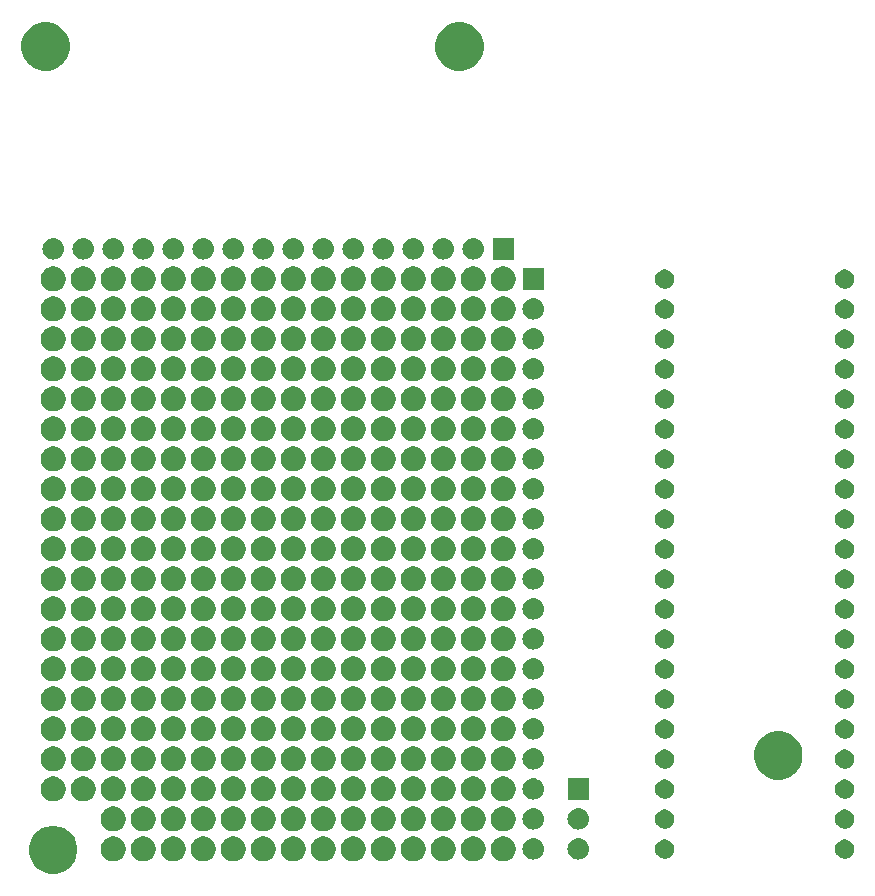
<source format=gbs>
G04 #@! TF.GenerationSoftware,KiCad,Pcbnew,5.0.2-bee76a0~70~ubuntu16.04.1*
G04 #@! TF.CreationDate,2019-03-31T17:27:50+02:00*
G04 #@! TF.ProjectId,STM32Node,53544d33-324e-46f6-9465-2e6b69636164,rev?*
G04 #@! TF.SameCoordinates,Original*
G04 #@! TF.FileFunction,Soldermask,Bot*
G04 #@! TF.FilePolarity,Negative*
%FSLAX46Y46*%
G04 Gerber Fmt 4.6, Leading zero omitted, Abs format (unit mm)*
G04 Created by KiCad (PCBNEW 5.0.2-bee76a0~70~ubuntu16.04.1) date So 31 Mär 2019 17:27:50 CEST*
%MOMM*%
%LPD*%
G01*
G04 APERTURE LIST*
%ADD10C,0.100000*%
G04 APERTURE END LIST*
D10*
G36*
X182198196Y-120028011D02*
X182571417Y-120182604D01*
X182907312Y-120407042D01*
X183192958Y-120692688D01*
X183417396Y-121028583D01*
X183571989Y-121401804D01*
X183650800Y-121798012D01*
X183650800Y-122201988D01*
X183571989Y-122598196D01*
X183417396Y-122971417D01*
X183192958Y-123307312D01*
X182907312Y-123592958D01*
X182571417Y-123817396D01*
X182198196Y-123971989D01*
X181801988Y-124050800D01*
X181398012Y-124050800D01*
X181001804Y-123971989D01*
X180628583Y-123817396D01*
X180292688Y-123592958D01*
X180007042Y-123307312D01*
X179782604Y-122971417D01*
X179628011Y-122598196D01*
X179549200Y-122201988D01*
X179549200Y-121798012D01*
X179628011Y-121401804D01*
X179782604Y-121028583D01*
X180007042Y-120692688D01*
X180292688Y-120407042D01*
X180628583Y-120182604D01*
X181001804Y-120028011D01*
X181398012Y-119949200D01*
X181801988Y-119949200D01*
X182198196Y-120028011D01*
X182198196Y-120028011D01*
G37*
G36*
X199696507Y-120909582D02*
X199887740Y-120988793D01*
X200029842Y-121083743D01*
X200059849Y-121103793D01*
X200206207Y-121250151D01*
X200206209Y-121250154D01*
X200321207Y-121422260D01*
X200400418Y-121613493D01*
X200440800Y-121816505D01*
X200440800Y-122023495D01*
X200400418Y-122226507D01*
X200321207Y-122417740D01*
X200225254Y-122561343D01*
X200206207Y-122589849D01*
X200059849Y-122736207D01*
X200059846Y-122736209D01*
X199887740Y-122851207D01*
X199696507Y-122930418D01*
X199493495Y-122970800D01*
X199286505Y-122970800D01*
X199083493Y-122930418D01*
X198892260Y-122851207D01*
X198720154Y-122736209D01*
X198720151Y-122736207D01*
X198573793Y-122589849D01*
X198554746Y-122561343D01*
X198458793Y-122417740D01*
X198379582Y-122226507D01*
X198339200Y-122023495D01*
X198339200Y-121816505D01*
X198379582Y-121613493D01*
X198458793Y-121422260D01*
X198573791Y-121250154D01*
X198573793Y-121250151D01*
X198720151Y-121103793D01*
X198750158Y-121083743D01*
X198892260Y-120988793D01*
X199083493Y-120909582D01*
X199286505Y-120869200D01*
X199493495Y-120869200D01*
X199696507Y-120909582D01*
X199696507Y-120909582D01*
G37*
G36*
X212396507Y-120909582D02*
X212587740Y-120988793D01*
X212729842Y-121083743D01*
X212759849Y-121103793D01*
X212906207Y-121250151D01*
X212906209Y-121250154D01*
X213021207Y-121422260D01*
X213100418Y-121613493D01*
X213140800Y-121816505D01*
X213140800Y-122023495D01*
X213100418Y-122226507D01*
X213021207Y-122417740D01*
X212925254Y-122561343D01*
X212906207Y-122589849D01*
X212759849Y-122736207D01*
X212759846Y-122736209D01*
X212587740Y-122851207D01*
X212396507Y-122930418D01*
X212193495Y-122970800D01*
X211986505Y-122970800D01*
X211783493Y-122930418D01*
X211592260Y-122851207D01*
X211420154Y-122736209D01*
X211420151Y-122736207D01*
X211273793Y-122589849D01*
X211254746Y-122561343D01*
X211158793Y-122417740D01*
X211079582Y-122226507D01*
X211039200Y-122023495D01*
X211039200Y-121816505D01*
X211079582Y-121613493D01*
X211158793Y-121422260D01*
X211273791Y-121250154D01*
X211273793Y-121250151D01*
X211420151Y-121103793D01*
X211450158Y-121083743D01*
X211592260Y-120988793D01*
X211783493Y-120909582D01*
X211986505Y-120869200D01*
X212193495Y-120869200D01*
X212396507Y-120909582D01*
X212396507Y-120909582D01*
G37*
G36*
X186996507Y-120909582D02*
X187187740Y-120988793D01*
X187329842Y-121083743D01*
X187359849Y-121103793D01*
X187506207Y-121250151D01*
X187506209Y-121250154D01*
X187621207Y-121422260D01*
X187700418Y-121613493D01*
X187740800Y-121816505D01*
X187740800Y-122023495D01*
X187700418Y-122226507D01*
X187621207Y-122417740D01*
X187525254Y-122561343D01*
X187506207Y-122589849D01*
X187359849Y-122736207D01*
X187359846Y-122736209D01*
X187187740Y-122851207D01*
X186996507Y-122930418D01*
X186793495Y-122970800D01*
X186586505Y-122970800D01*
X186383493Y-122930418D01*
X186192260Y-122851207D01*
X186020154Y-122736209D01*
X186020151Y-122736207D01*
X185873793Y-122589849D01*
X185854746Y-122561343D01*
X185758793Y-122417740D01*
X185679582Y-122226507D01*
X185639200Y-122023495D01*
X185639200Y-121816505D01*
X185679582Y-121613493D01*
X185758793Y-121422260D01*
X185873791Y-121250154D01*
X185873793Y-121250151D01*
X186020151Y-121103793D01*
X186050158Y-121083743D01*
X186192260Y-120988793D01*
X186383493Y-120909582D01*
X186586505Y-120869200D01*
X186793495Y-120869200D01*
X186996507Y-120909582D01*
X186996507Y-120909582D01*
G37*
G36*
X197156507Y-120909582D02*
X197347740Y-120988793D01*
X197489842Y-121083743D01*
X197519849Y-121103793D01*
X197666207Y-121250151D01*
X197666209Y-121250154D01*
X197781207Y-121422260D01*
X197860418Y-121613493D01*
X197900800Y-121816505D01*
X197900800Y-122023495D01*
X197860418Y-122226507D01*
X197781207Y-122417740D01*
X197685254Y-122561343D01*
X197666207Y-122589849D01*
X197519849Y-122736207D01*
X197519846Y-122736209D01*
X197347740Y-122851207D01*
X197156507Y-122930418D01*
X196953495Y-122970800D01*
X196746505Y-122970800D01*
X196543493Y-122930418D01*
X196352260Y-122851207D01*
X196180154Y-122736209D01*
X196180151Y-122736207D01*
X196033793Y-122589849D01*
X196014746Y-122561343D01*
X195918793Y-122417740D01*
X195839582Y-122226507D01*
X195799200Y-122023495D01*
X195799200Y-121816505D01*
X195839582Y-121613493D01*
X195918793Y-121422260D01*
X196033791Y-121250154D01*
X196033793Y-121250151D01*
X196180151Y-121103793D01*
X196210158Y-121083743D01*
X196352260Y-120988793D01*
X196543493Y-120909582D01*
X196746505Y-120869200D01*
X196953495Y-120869200D01*
X197156507Y-120909582D01*
X197156507Y-120909582D01*
G37*
G36*
X214936507Y-120909582D02*
X215127740Y-120988793D01*
X215269842Y-121083743D01*
X215299849Y-121103793D01*
X215446207Y-121250151D01*
X215446209Y-121250154D01*
X215561207Y-121422260D01*
X215640418Y-121613493D01*
X215680800Y-121816505D01*
X215680800Y-122023495D01*
X215640418Y-122226507D01*
X215561207Y-122417740D01*
X215465254Y-122561343D01*
X215446207Y-122589849D01*
X215299849Y-122736207D01*
X215299846Y-122736209D01*
X215127740Y-122851207D01*
X214936507Y-122930418D01*
X214733495Y-122970800D01*
X214526505Y-122970800D01*
X214323493Y-122930418D01*
X214132260Y-122851207D01*
X213960154Y-122736209D01*
X213960151Y-122736207D01*
X213813793Y-122589849D01*
X213794746Y-122561343D01*
X213698793Y-122417740D01*
X213619582Y-122226507D01*
X213579200Y-122023495D01*
X213579200Y-121816505D01*
X213619582Y-121613493D01*
X213698793Y-121422260D01*
X213813791Y-121250154D01*
X213813793Y-121250151D01*
X213960151Y-121103793D01*
X213990158Y-121083743D01*
X214132260Y-120988793D01*
X214323493Y-120909582D01*
X214526505Y-120869200D01*
X214733495Y-120869200D01*
X214936507Y-120909582D01*
X214936507Y-120909582D01*
G37*
G36*
X207316507Y-120909582D02*
X207507740Y-120988793D01*
X207649842Y-121083743D01*
X207679849Y-121103793D01*
X207826207Y-121250151D01*
X207826209Y-121250154D01*
X207941207Y-121422260D01*
X208020418Y-121613493D01*
X208060800Y-121816505D01*
X208060800Y-122023495D01*
X208020418Y-122226507D01*
X207941207Y-122417740D01*
X207845254Y-122561343D01*
X207826207Y-122589849D01*
X207679849Y-122736207D01*
X207679846Y-122736209D01*
X207507740Y-122851207D01*
X207316507Y-122930418D01*
X207113495Y-122970800D01*
X206906505Y-122970800D01*
X206703493Y-122930418D01*
X206512260Y-122851207D01*
X206340154Y-122736209D01*
X206340151Y-122736207D01*
X206193793Y-122589849D01*
X206174746Y-122561343D01*
X206078793Y-122417740D01*
X205999582Y-122226507D01*
X205959200Y-122023495D01*
X205959200Y-121816505D01*
X205999582Y-121613493D01*
X206078793Y-121422260D01*
X206193791Y-121250154D01*
X206193793Y-121250151D01*
X206340151Y-121103793D01*
X206370158Y-121083743D01*
X206512260Y-120988793D01*
X206703493Y-120909582D01*
X206906505Y-120869200D01*
X207113495Y-120869200D01*
X207316507Y-120909582D01*
X207316507Y-120909582D01*
G37*
G36*
X209856507Y-120909582D02*
X210047740Y-120988793D01*
X210189842Y-121083743D01*
X210219849Y-121103793D01*
X210366207Y-121250151D01*
X210366209Y-121250154D01*
X210481207Y-121422260D01*
X210560418Y-121613493D01*
X210600800Y-121816505D01*
X210600800Y-122023495D01*
X210560418Y-122226507D01*
X210481207Y-122417740D01*
X210385254Y-122561343D01*
X210366207Y-122589849D01*
X210219849Y-122736207D01*
X210219846Y-122736209D01*
X210047740Y-122851207D01*
X209856507Y-122930418D01*
X209653495Y-122970800D01*
X209446505Y-122970800D01*
X209243493Y-122930418D01*
X209052260Y-122851207D01*
X208880154Y-122736209D01*
X208880151Y-122736207D01*
X208733793Y-122589849D01*
X208714746Y-122561343D01*
X208618793Y-122417740D01*
X208539582Y-122226507D01*
X208499200Y-122023495D01*
X208499200Y-121816505D01*
X208539582Y-121613493D01*
X208618793Y-121422260D01*
X208733791Y-121250154D01*
X208733793Y-121250151D01*
X208880151Y-121103793D01*
X208910158Y-121083743D01*
X209052260Y-120988793D01*
X209243493Y-120909582D01*
X209446505Y-120869200D01*
X209653495Y-120869200D01*
X209856507Y-120909582D01*
X209856507Y-120909582D01*
G37*
G36*
X202236507Y-120909582D02*
X202427740Y-120988793D01*
X202569842Y-121083743D01*
X202599849Y-121103793D01*
X202746207Y-121250151D01*
X202746209Y-121250154D01*
X202861207Y-121422260D01*
X202940418Y-121613493D01*
X202980800Y-121816505D01*
X202980800Y-122023495D01*
X202940418Y-122226507D01*
X202861207Y-122417740D01*
X202765254Y-122561343D01*
X202746207Y-122589849D01*
X202599849Y-122736207D01*
X202599846Y-122736209D01*
X202427740Y-122851207D01*
X202236507Y-122930418D01*
X202033495Y-122970800D01*
X201826505Y-122970800D01*
X201623493Y-122930418D01*
X201432260Y-122851207D01*
X201260154Y-122736209D01*
X201260151Y-122736207D01*
X201113793Y-122589849D01*
X201094746Y-122561343D01*
X200998793Y-122417740D01*
X200919582Y-122226507D01*
X200879200Y-122023495D01*
X200879200Y-121816505D01*
X200919582Y-121613493D01*
X200998793Y-121422260D01*
X201113791Y-121250154D01*
X201113793Y-121250151D01*
X201260151Y-121103793D01*
X201290158Y-121083743D01*
X201432260Y-120988793D01*
X201623493Y-120909582D01*
X201826505Y-120869200D01*
X202033495Y-120869200D01*
X202236507Y-120909582D01*
X202236507Y-120909582D01*
G37*
G36*
X189536507Y-120909582D02*
X189727740Y-120988793D01*
X189869842Y-121083743D01*
X189899849Y-121103793D01*
X190046207Y-121250151D01*
X190046209Y-121250154D01*
X190161207Y-121422260D01*
X190240418Y-121613493D01*
X190280800Y-121816505D01*
X190280800Y-122023495D01*
X190240418Y-122226507D01*
X190161207Y-122417740D01*
X190065254Y-122561343D01*
X190046207Y-122589849D01*
X189899849Y-122736207D01*
X189899846Y-122736209D01*
X189727740Y-122851207D01*
X189536507Y-122930418D01*
X189333495Y-122970800D01*
X189126505Y-122970800D01*
X188923493Y-122930418D01*
X188732260Y-122851207D01*
X188560154Y-122736209D01*
X188560151Y-122736207D01*
X188413793Y-122589849D01*
X188394746Y-122561343D01*
X188298793Y-122417740D01*
X188219582Y-122226507D01*
X188179200Y-122023495D01*
X188179200Y-121816505D01*
X188219582Y-121613493D01*
X188298793Y-121422260D01*
X188413791Y-121250154D01*
X188413793Y-121250151D01*
X188560151Y-121103793D01*
X188590158Y-121083743D01*
X188732260Y-120988793D01*
X188923493Y-120909582D01*
X189126505Y-120869200D01*
X189333495Y-120869200D01*
X189536507Y-120909582D01*
X189536507Y-120909582D01*
G37*
G36*
X217476507Y-120909582D02*
X217667740Y-120988793D01*
X217809842Y-121083743D01*
X217839849Y-121103793D01*
X217986207Y-121250151D01*
X217986209Y-121250154D01*
X218101207Y-121422260D01*
X218180418Y-121613493D01*
X218220800Y-121816505D01*
X218220800Y-122023495D01*
X218180418Y-122226507D01*
X218101207Y-122417740D01*
X218005254Y-122561343D01*
X217986207Y-122589849D01*
X217839849Y-122736207D01*
X217839846Y-122736209D01*
X217667740Y-122851207D01*
X217476507Y-122930418D01*
X217273495Y-122970800D01*
X217066505Y-122970800D01*
X216863493Y-122930418D01*
X216672260Y-122851207D01*
X216500154Y-122736209D01*
X216500151Y-122736207D01*
X216353793Y-122589849D01*
X216334746Y-122561343D01*
X216238793Y-122417740D01*
X216159582Y-122226507D01*
X216119200Y-122023495D01*
X216119200Y-121816505D01*
X216159582Y-121613493D01*
X216238793Y-121422260D01*
X216353791Y-121250154D01*
X216353793Y-121250151D01*
X216500151Y-121103793D01*
X216530158Y-121083743D01*
X216672260Y-120988793D01*
X216863493Y-120909582D01*
X217066505Y-120869200D01*
X217273495Y-120869200D01*
X217476507Y-120909582D01*
X217476507Y-120909582D01*
G37*
G36*
X192076507Y-120909582D02*
X192267740Y-120988793D01*
X192409842Y-121083743D01*
X192439849Y-121103793D01*
X192586207Y-121250151D01*
X192586209Y-121250154D01*
X192701207Y-121422260D01*
X192780418Y-121613493D01*
X192820800Y-121816505D01*
X192820800Y-122023495D01*
X192780418Y-122226507D01*
X192701207Y-122417740D01*
X192605254Y-122561343D01*
X192586207Y-122589849D01*
X192439849Y-122736207D01*
X192439846Y-122736209D01*
X192267740Y-122851207D01*
X192076507Y-122930418D01*
X191873495Y-122970800D01*
X191666505Y-122970800D01*
X191463493Y-122930418D01*
X191272260Y-122851207D01*
X191100154Y-122736209D01*
X191100151Y-122736207D01*
X190953793Y-122589849D01*
X190934746Y-122561343D01*
X190838793Y-122417740D01*
X190759582Y-122226507D01*
X190719200Y-122023495D01*
X190719200Y-121816505D01*
X190759582Y-121613493D01*
X190838793Y-121422260D01*
X190953791Y-121250154D01*
X190953793Y-121250151D01*
X191100151Y-121103793D01*
X191130158Y-121083743D01*
X191272260Y-120988793D01*
X191463493Y-120909582D01*
X191666505Y-120869200D01*
X191873495Y-120869200D01*
X192076507Y-120909582D01*
X192076507Y-120909582D01*
G37*
G36*
X204776507Y-120909582D02*
X204967740Y-120988793D01*
X205109842Y-121083743D01*
X205139849Y-121103793D01*
X205286207Y-121250151D01*
X205286209Y-121250154D01*
X205401207Y-121422260D01*
X205480418Y-121613493D01*
X205520800Y-121816505D01*
X205520800Y-122023495D01*
X205480418Y-122226507D01*
X205401207Y-122417740D01*
X205305254Y-122561343D01*
X205286207Y-122589849D01*
X205139849Y-122736207D01*
X205139846Y-122736209D01*
X204967740Y-122851207D01*
X204776507Y-122930418D01*
X204573495Y-122970800D01*
X204366505Y-122970800D01*
X204163493Y-122930418D01*
X203972260Y-122851207D01*
X203800154Y-122736209D01*
X203800151Y-122736207D01*
X203653793Y-122589849D01*
X203634746Y-122561343D01*
X203538793Y-122417740D01*
X203459582Y-122226507D01*
X203419200Y-122023495D01*
X203419200Y-121816505D01*
X203459582Y-121613493D01*
X203538793Y-121422260D01*
X203653791Y-121250154D01*
X203653793Y-121250151D01*
X203800151Y-121103793D01*
X203830158Y-121083743D01*
X203972260Y-120988793D01*
X204163493Y-120909582D01*
X204366505Y-120869200D01*
X204573495Y-120869200D01*
X204776507Y-120909582D01*
X204776507Y-120909582D01*
G37*
G36*
X220016507Y-120909582D02*
X220207740Y-120988793D01*
X220349842Y-121083743D01*
X220379849Y-121103793D01*
X220526207Y-121250151D01*
X220526209Y-121250154D01*
X220641207Y-121422260D01*
X220720418Y-121613493D01*
X220760800Y-121816505D01*
X220760800Y-122023495D01*
X220720418Y-122226507D01*
X220641207Y-122417740D01*
X220545254Y-122561343D01*
X220526207Y-122589849D01*
X220379849Y-122736207D01*
X220379846Y-122736209D01*
X220207740Y-122851207D01*
X220016507Y-122930418D01*
X219813495Y-122970800D01*
X219606505Y-122970800D01*
X219403493Y-122930418D01*
X219212260Y-122851207D01*
X219040154Y-122736209D01*
X219040151Y-122736207D01*
X218893793Y-122589849D01*
X218874746Y-122561343D01*
X218778793Y-122417740D01*
X218699582Y-122226507D01*
X218659200Y-122023495D01*
X218659200Y-121816505D01*
X218699582Y-121613493D01*
X218778793Y-121422260D01*
X218893791Y-121250154D01*
X218893793Y-121250151D01*
X219040151Y-121103793D01*
X219070158Y-121083743D01*
X219212260Y-120988793D01*
X219403493Y-120909582D01*
X219606505Y-120869200D01*
X219813495Y-120869200D01*
X220016507Y-120909582D01*
X220016507Y-120909582D01*
G37*
G36*
X194616507Y-120909582D02*
X194807740Y-120988793D01*
X194949842Y-121083743D01*
X194979849Y-121103793D01*
X195126207Y-121250151D01*
X195126209Y-121250154D01*
X195241207Y-121422260D01*
X195320418Y-121613493D01*
X195360800Y-121816505D01*
X195360800Y-122023495D01*
X195320418Y-122226507D01*
X195241207Y-122417740D01*
X195145254Y-122561343D01*
X195126207Y-122589849D01*
X194979849Y-122736207D01*
X194979846Y-122736209D01*
X194807740Y-122851207D01*
X194616507Y-122930418D01*
X194413495Y-122970800D01*
X194206505Y-122970800D01*
X194003493Y-122930418D01*
X193812260Y-122851207D01*
X193640154Y-122736209D01*
X193640151Y-122736207D01*
X193493793Y-122589849D01*
X193474746Y-122561343D01*
X193378793Y-122417740D01*
X193299582Y-122226507D01*
X193259200Y-122023495D01*
X193259200Y-121816505D01*
X193299582Y-121613493D01*
X193378793Y-121422260D01*
X193493791Y-121250154D01*
X193493793Y-121250151D01*
X193640151Y-121103793D01*
X193670158Y-121083743D01*
X193812260Y-120988793D01*
X194003493Y-120909582D01*
X194206505Y-120869200D01*
X194413495Y-120869200D01*
X194616507Y-120909582D01*
X194616507Y-120909582D01*
G37*
G36*
X226148362Y-121023545D02*
X226236588Y-121032234D01*
X226349789Y-121066573D01*
X226406390Y-121083743D01*
X226527419Y-121148435D01*
X226562879Y-121167389D01*
X226598609Y-121196712D01*
X226700044Y-121279956D01*
X226783288Y-121381391D01*
X226812611Y-121417121D01*
X226812612Y-121417123D01*
X226896257Y-121573610D01*
X226896257Y-121573611D01*
X226947766Y-121743412D01*
X226965158Y-121920000D01*
X226947766Y-122096588D01*
X226926381Y-122167085D01*
X226896257Y-122266390D01*
X226870272Y-122315004D01*
X226812611Y-122422879D01*
X226783288Y-122458609D01*
X226700044Y-122560044D01*
X226598609Y-122643288D01*
X226562879Y-122672611D01*
X226562877Y-122672612D01*
X226406390Y-122756257D01*
X226349789Y-122773427D01*
X226236588Y-122807766D01*
X226148362Y-122816455D01*
X226104250Y-122820800D01*
X226015750Y-122820800D01*
X225971638Y-122816455D01*
X225883412Y-122807766D01*
X225770211Y-122773427D01*
X225713610Y-122756257D01*
X225557123Y-122672612D01*
X225557121Y-122672611D01*
X225521391Y-122643288D01*
X225419956Y-122560044D01*
X225336712Y-122458609D01*
X225307389Y-122422879D01*
X225249728Y-122315004D01*
X225223743Y-122266390D01*
X225193619Y-122167085D01*
X225172234Y-122096588D01*
X225154842Y-121920000D01*
X225172234Y-121743412D01*
X225223743Y-121573611D01*
X225223743Y-121573610D01*
X225307388Y-121417123D01*
X225307389Y-121417121D01*
X225336712Y-121381391D01*
X225419956Y-121279956D01*
X225521391Y-121196712D01*
X225557121Y-121167389D01*
X225592581Y-121148435D01*
X225713610Y-121083743D01*
X225770211Y-121066573D01*
X225883412Y-121032234D01*
X225971638Y-121023545D01*
X226015750Y-121019200D01*
X226104250Y-121019200D01*
X226148362Y-121023545D01*
X226148362Y-121023545D01*
G37*
G36*
X222338362Y-121023545D02*
X222426588Y-121032234D01*
X222539789Y-121066573D01*
X222596390Y-121083743D01*
X222717419Y-121148435D01*
X222752879Y-121167389D01*
X222788609Y-121196712D01*
X222890044Y-121279956D01*
X222973288Y-121381391D01*
X223002611Y-121417121D01*
X223002612Y-121417123D01*
X223086257Y-121573610D01*
X223086257Y-121573611D01*
X223137766Y-121743412D01*
X223155158Y-121920000D01*
X223137766Y-122096588D01*
X223116381Y-122167085D01*
X223086257Y-122266390D01*
X223060272Y-122315004D01*
X223002611Y-122422879D01*
X222973288Y-122458609D01*
X222890044Y-122560044D01*
X222788609Y-122643288D01*
X222752879Y-122672611D01*
X222752877Y-122672612D01*
X222596390Y-122756257D01*
X222539789Y-122773427D01*
X222426588Y-122807766D01*
X222338362Y-122816455D01*
X222294250Y-122820800D01*
X222205750Y-122820800D01*
X222161638Y-122816455D01*
X222073412Y-122807766D01*
X221960211Y-122773427D01*
X221903610Y-122756257D01*
X221747123Y-122672612D01*
X221747121Y-122672611D01*
X221711391Y-122643288D01*
X221609956Y-122560044D01*
X221526712Y-122458609D01*
X221497389Y-122422879D01*
X221439728Y-122315004D01*
X221413743Y-122266390D01*
X221383619Y-122167085D01*
X221362234Y-122096588D01*
X221344842Y-121920000D01*
X221362234Y-121743412D01*
X221413743Y-121573611D01*
X221413743Y-121573610D01*
X221497388Y-121417123D01*
X221497389Y-121417121D01*
X221526712Y-121381391D01*
X221609956Y-121279956D01*
X221711391Y-121196712D01*
X221747121Y-121167389D01*
X221782581Y-121148435D01*
X221903610Y-121083743D01*
X221960211Y-121066573D01*
X222073412Y-121032234D01*
X222161638Y-121023545D01*
X222205750Y-121019200D01*
X222294250Y-121019200D01*
X222338362Y-121023545D01*
X222338362Y-121023545D01*
G37*
G36*
X248857085Y-121148435D02*
X249005004Y-121209705D01*
X249138133Y-121298659D01*
X249251341Y-121411867D01*
X249340295Y-121544996D01*
X249401565Y-121692915D01*
X249432800Y-121849945D01*
X249432800Y-122010055D01*
X249401565Y-122167085D01*
X249340295Y-122315004D01*
X249251341Y-122448133D01*
X249138133Y-122561341D01*
X249005004Y-122650295D01*
X248857085Y-122711565D01*
X248700055Y-122742800D01*
X248539945Y-122742800D01*
X248382915Y-122711565D01*
X248234996Y-122650295D01*
X248101867Y-122561341D01*
X247988659Y-122448133D01*
X247899705Y-122315004D01*
X247838435Y-122167085D01*
X247807200Y-122010055D01*
X247807200Y-121849945D01*
X247838435Y-121692915D01*
X247899705Y-121544996D01*
X247988659Y-121411867D01*
X248101867Y-121298659D01*
X248234996Y-121209705D01*
X248382915Y-121148435D01*
X248539945Y-121117200D01*
X248700055Y-121117200D01*
X248857085Y-121148435D01*
X248857085Y-121148435D01*
G37*
G36*
X233617085Y-121148435D02*
X233765004Y-121209705D01*
X233898133Y-121298659D01*
X234011341Y-121411867D01*
X234100295Y-121544996D01*
X234161565Y-121692915D01*
X234192800Y-121849945D01*
X234192800Y-122010055D01*
X234161565Y-122167085D01*
X234100295Y-122315004D01*
X234011341Y-122448133D01*
X233898133Y-122561341D01*
X233765004Y-122650295D01*
X233617085Y-122711565D01*
X233460055Y-122742800D01*
X233299945Y-122742800D01*
X233142915Y-122711565D01*
X232994996Y-122650295D01*
X232861867Y-122561341D01*
X232748659Y-122448133D01*
X232659705Y-122315004D01*
X232598435Y-122167085D01*
X232567200Y-122010055D01*
X232567200Y-121849945D01*
X232598435Y-121692915D01*
X232659705Y-121544996D01*
X232748659Y-121411867D01*
X232861867Y-121298659D01*
X232994996Y-121209705D01*
X233142915Y-121148435D01*
X233299945Y-121117200D01*
X233460055Y-121117200D01*
X233617085Y-121148435D01*
X233617085Y-121148435D01*
G37*
G36*
X199696507Y-118369582D02*
X199887740Y-118448793D01*
X200029842Y-118543743D01*
X200059849Y-118563793D01*
X200206207Y-118710151D01*
X200206209Y-118710154D01*
X200321207Y-118882260D01*
X200400418Y-119073493D01*
X200440800Y-119276505D01*
X200440800Y-119483495D01*
X200400418Y-119686507D01*
X200321207Y-119877740D01*
X200225254Y-120021343D01*
X200206207Y-120049849D01*
X200059849Y-120196207D01*
X200059846Y-120196209D01*
X199887740Y-120311207D01*
X199696507Y-120390418D01*
X199493495Y-120430800D01*
X199286505Y-120430800D01*
X199083493Y-120390418D01*
X198892260Y-120311207D01*
X198720154Y-120196209D01*
X198720151Y-120196207D01*
X198573793Y-120049849D01*
X198554746Y-120021343D01*
X198458793Y-119877740D01*
X198379582Y-119686507D01*
X198339200Y-119483495D01*
X198339200Y-119276505D01*
X198379582Y-119073493D01*
X198458793Y-118882260D01*
X198573791Y-118710154D01*
X198573793Y-118710151D01*
X198720151Y-118563793D01*
X198750158Y-118543743D01*
X198892260Y-118448793D01*
X199083493Y-118369582D01*
X199286505Y-118329200D01*
X199493495Y-118329200D01*
X199696507Y-118369582D01*
X199696507Y-118369582D01*
G37*
G36*
X220016507Y-118369582D02*
X220207740Y-118448793D01*
X220349842Y-118543743D01*
X220379849Y-118563793D01*
X220526207Y-118710151D01*
X220526209Y-118710154D01*
X220641207Y-118882260D01*
X220720418Y-119073493D01*
X220760800Y-119276505D01*
X220760800Y-119483495D01*
X220720418Y-119686507D01*
X220641207Y-119877740D01*
X220545254Y-120021343D01*
X220526207Y-120049849D01*
X220379849Y-120196207D01*
X220379846Y-120196209D01*
X220207740Y-120311207D01*
X220016507Y-120390418D01*
X219813495Y-120430800D01*
X219606505Y-120430800D01*
X219403493Y-120390418D01*
X219212260Y-120311207D01*
X219040154Y-120196209D01*
X219040151Y-120196207D01*
X218893793Y-120049849D01*
X218874746Y-120021343D01*
X218778793Y-119877740D01*
X218699582Y-119686507D01*
X218659200Y-119483495D01*
X218659200Y-119276505D01*
X218699582Y-119073493D01*
X218778793Y-118882260D01*
X218893791Y-118710154D01*
X218893793Y-118710151D01*
X219040151Y-118563793D01*
X219070158Y-118543743D01*
X219212260Y-118448793D01*
X219403493Y-118369582D01*
X219606505Y-118329200D01*
X219813495Y-118329200D01*
X220016507Y-118369582D01*
X220016507Y-118369582D01*
G37*
G36*
X197156507Y-118369582D02*
X197347740Y-118448793D01*
X197489842Y-118543743D01*
X197519849Y-118563793D01*
X197666207Y-118710151D01*
X197666209Y-118710154D01*
X197781207Y-118882260D01*
X197860418Y-119073493D01*
X197900800Y-119276505D01*
X197900800Y-119483495D01*
X197860418Y-119686507D01*
X197781207Y-119877740D01*
X197685254Y-120021343D01*
X197666207Y-120049849D01*
X197519849Y-120196207D01*
X197519846Y-120196209D01*
X197347740Y-120311207D01*
X197156507Y-120390418D01*
X196953495Y-120430800D01*
X196746505Y-120430800D01*
X196543493Y-120390418D01*
X196352260Y-120311207D01*
X196180154Y-120196209D01*
X196180151Y-120196207D01*
X196033793Y-120049849D01*
X196014746Y-120021343D01*
X195918793Y-119877740D01*
X195839582Y-119686507D01*
X195799200Y-119483495D01*
X195799200Y-119276505D01*
X195839582Y-119073493D01*
X195918793Y-118882260D01*
X196033791Y-118710154D01*
X196033793Y-118710151D01*
X196180151Y-118563793D01*
X196210158Y-118543743D01*
X196352260Y-118448793D01*
X196543493Y-118369582D01*
X196746505Y-118329200D01*
X196953495Y-118329200D01*
X197156507Y-118369582D01*
X197156507Y-118369582D01*
G37*
G36*
X214936507Y-118369582D02*
X215127740Y-118448793D01*
X215269842Y-118543743D01*
X215299849Y-118563793D01*
X215446207Y-118710151D01*
X215446209Y-118710154D01*
X215561207Y-118882260D01*
X215640418Y-119073493D01*
X215680800Y-119276505D01*
X215680800Y-119483495D01*
X215640418Y-119686507D01*
X215561207Y-119877740D01*
X215465254Y-120021343D01*
X215446207Y-120049849D01*
X215299849Y-120196207D01*
X215299846Y-120196209D01*
X215127740Y-120311207D01*
X214936507Y-120390418D01*
X214733495Y-120430800D01*
X214526505Y-120430800D01*
X214323493Y-120390418D01*
X214132260Y-120311207D01*
X213960154Y-120196209D01*
X213960151Y-120196207D01*
X213813793Y-120049849D01*
X213794746Y-120021343D01*
X213698793Y-119877740D01*
X213619582Y-119686507D01*
X213579200Y-119483495D01*
X213579200Y-119276505D01*
X213619582Y-119073493D01*
X213698793Y-118882260D01*
X213813791Y-118710154D01*
X213813793Y-118710151D01*
X213960151Y-118563793D01*
X213990158Y-118543743D01*
X214132260Y-118448793D01*
X214323493Y-118369582D01*
X214526505Y-118329200D01*
X214733495Y-118329200D01*
X214936507Y-118369582D01*
X214936507Y-118369582D01*
G37*
G36*
X194616507Y-118369582D02*
X194807740Y-118448793D01*
X194949842Y-118543743D01*
X194979849Y-118563793D01*
X195126207Y-118710151D01*
X195126209Y-118710154D01*
X195241207Y-118882260D01*
X195320418Y-119073493D01*
X195360800Y-119276505D01*
X195360800Y-119483495D01*
X195320418Y-119686507D01*
X195241207Y-119877740D01*
X195145254Y-120021343D01*
X195126207Y-120049849D01*
X194979849Y-120196207D01*
X194979846Y-120196209D01*
X194807740Y-120311207D01*
X194616507Y-120390418D01*
X194413495Y-120430800D01*
X194206505Y-120430800D01*
X194003493Y-120390418D01*
X193812260Y-120311207D01*
X193640154Y-120196209D01*
X193640151Y-120196207D01*
X193493793Y-120049849D01*
X193474746Y-120021343D01*
X193378793Y-119877740D01*
X193299582Y-119686507D01*
X193259200Y-119483495D01*
X193259200Y-119276505D01*
X193299582Y-119073493D01*
X193378793Y-118882260D01*
X193493791Y-118710154D01*
X193493793Y-118710151D01*
X193640151Y-118563793D01*
X193670158Y-118543743D01*
X193812260Y-118448793D01*
X194003493Y-118369582D01*
X194206505Y-118329200D01*
X194413495Y-118329200D01*
X194616507Y-118369582D01*
X194616507Y-118369582D01*
G37*
G36*
X186996507Y-118369582D02*
X187187740Y-118448793D01*
X187329842Y-118543743D01*
X187359849Y-118563793D01*
X187506207Y-118710151D01*
X187506209Y-118710154D01*
X187621207Y-118882260D01*
X187700418Y-119073493D01*
X187740800Y-119276505D01*
X187740800Y-119483495D01*
X187700418Y-119686507D01*
X187621207Y-119877740D01*
X187525254Y-120021343D01*
X187506207Y-120049849D01*
X187359849Y-120196207D01*
X187359846Y-120196209D01*
X187187740Y-120311207D01*
X186996507Y-120390418D01*
X186793495Y-120430800D01*
X186586505Y-120430800D01*
X186383493Y-120390418D01*
X186192260Y-120311207D01*
X186020154Y-120196209D01*
X186020151Y-120196207D01*
X185873793Y-120049849D01*
X185854746Y-120021343D01*
X185758793Y-119877740D01*
X185679582Y-119686507D01*
X185639200Y-119483495D01*
X185639200Y-119276505D01*
X185679582Y-119073493D01*
X185758793Y-118882260D01*
X185873791Y-118710154D01*
X185873793Y-118710151D01*
X186020151Y-118563793D01*
X186050158Y-118543743D01*
X186192260Y-118448793D01*
X186383493Y-118369582D01*
X186586505Y-118329200D01*
X186793495Y-118329200D01*
X186996507Y-118369582D01*
X186996507Y-118369582D01*
G37*
G36*
X212396507Y-118369582D02*
X212587740Y-118448793D01*
X212729842Y-118543743D01*
X212759849Y-118563793D01*
X212906207Y-118710151D01*
X212906209Y-118710154D01*
X213021207Y-118882260D01*
X213100418Y-119073493D01*
X213140800Y-119276505D01*
X213140800Y-119483495D01*
X213100418Y-119686507D01*
X213021207Y-119877740D01*
X212925254Y-120021343D01*
X212906207Y-120049849D01*
X212759849Y-120196207D01*
X212759846Y-120196209D01*
X212587740Y-120311207D01*
X212396507Y-120390418D01*
X212193495Y-120430800D01*
X211986505Y-120430800D01*
X211783493Y-120390418D01*
X211592260Y-120311207D01*
X211420154Y-120196209D01*
X211420151Y-120196207D01*
X211273793Y-120049849D01*
X211254746Y-120021343D01*
X211158793Y-119877740D01*
X211079582Y-119686507D01*
X211039200Y-119483495D01*
X211039200Y-119276505D01*
X211079582Y-119073493D01*
X211158793Y-118882260D01*
X211273791Y-118710154D01*
X211273793Y-118710151D01*
X211420151Y-118563793D01*
X211450158Y-118543743D01*
X211592260Y-118448793D01*
X211783493Y-118369582D01*
X211986505Y-118329200D01*
X212193495Y-118329200D01*
X212396507Y-118369582D01*
X212396507Y-118369582D01*
G37*
G36*
X189536507Y-118369582D02*
X189727740Y-118448793D01*
X189869842Y-118543743D01*
X189899849Y-118563793D01*
X190046207Y-118710151D01*
X190046209Y-118710154D01*
X190161207Y-118882260D01*
X190240418Y-119073493D01*
X190280800Y-119276505D01*
X190280800Y-119483495D01*
X190240418Y-119686507D01*
X190161207Y-119877740D01*
X190065254Y-120021343D01*
X190046207Y-120049849D01*
X189899849Y-120196207D01*
X189899846Y-120196209D01*
X189727740Y-120311207D01*
X189536507Y-120390418D01*
X189333495Y-120430800D01*
X189126505Y-120430800D01*
X188923493Y-120390418D01*
X188732260Y-120311207D01*
X188560154Y-120196209D01*
X188560151Y-120196207D01*
X188413793Y-120049849D01*
X188394746Y-120021343D01*
X188298793Y-119877740D01*
X188219582Y-119686507D01*
X188179200Y-119483495D01*
X188179200Y-119276505D01*
X188219582Y-119073493D01*
X188298793Y-118882260D01*
X188413791Y-118710154D01*
X188413793Y-118710151D01*
X188560151Y-118563793D01*
X188590158Y-118543743D01*
X188732260Y-118448793D01*
X188923493Y-118369582D01*
X189126505Y-118329200D01*
X189333495Y-118329200D01*
X189536507Y-118369582D01*
X189536507Y-118369582D01*
G37*
G36*
X192076507Y-118369582D02*
X192267740Y-118448793D01*
X192409842Y-118543743D01*
X192439849Y-118563793D01*
X192586207Y-118710151D01*
X192586209Y-118710154D01*
X192701207Y-118882260D01*
X192780418Y-119073493D01*
X192820800Y-119276505D01*
X192820800Y-119483495D01*
X192780418Y-119686507D01*
X192701207Y-119877740D01*
X192605254Y-120021343D01*
X192586207Y-120049849D01*
X192439849Y-120196207D01*
X192439846Y-120196209D01*
X192267740Y-120311207D01*
X192076507Y-120390418D01*
X191873495Y-120430800D01*
X191666505Y-120430800D01*
X191463493Y-120390418D01*
X191272260Y-120311207D01*
X191100154Y-120196209D01*
X191100151Y-120196207D01*
X190953793Y-120049849D01*
X190934746Y-120021343D01*
X190838793Y-119877740D01*
X190759582Y-119686507D01*
X190719200Y-119483495D01*
X190719200Y-119276505D01*
X190759582Y-119073493D01*
X190838793Y-118882260D01*
X190953791Y-118710154D01*
X190953793Y-118710151D01*
X191100151Y-118563793D01*
X191130158Y-118543743D01*
X191272260Y-118448793D01*
X191463493Y-118369582D01*
X191666505Y-118329200D01*
X191873495Y-118329200D01*
X192076507Y-118369582D01*
X192076507Y-118369582D01*
G37*
G36*
X207316507Y-118369582D02*
X207507740Y-118448793D01*
X207649842Y-118543743D01*
X207679849Y-118563793D01*
X207826207Y-118710151D01*
X207826209Y-118710154D01*
X207941207Y-118882260D01*
X208020418Y-119073493D01*
X208060800Y-119276505D01*
X208060800Y-119483495D01*
X208020418Y-119686507D01*
X207941207Y-119877740D01*
X207845254Y-120021343D01*
X207826207Y-120049849D01*
X207679849Y-120196207D01*
X207679846Y-120196209D01*
X207507740Y-120311207D01*
X207316507Y-120390418D01*
X207113495Y-120430800D01*
X206906505Y-120430800D01*
X206703493Y-120390418D01*
X206512260Y-120311207D01*
X206340154Y-120196209D01*
X206340151Y-120196207D01*
X206193793Y-120049849D01*
X206174746Y-120021343D01*
X206078793Y-119877740D01*
X205999582Y-119686507D01*
X205959200Y-119483495D01*
X205959200Y-119276505D01*
X205999582Y-119073493D01*
X206078793Y-118882260D01*
X206193791Y-118710154D01*
X206193793Y-118710151D01*
X206340151Y-118563793D01*
X206370158Y-118543743D01*
X206512260Y-118448793D01*
X206703493Y-118369582D01*
X206906505Y-118329200D01*
X207113495Y-118329200D01*
X207316507Y-118369582D01*
X207316507Y-118369582D01*
G37*
G36*
X217476507Y-118369582D02*
X217667740Y-118448793D01*
X217809842Y-118543743D01*
X217839849Y-118563793D01*
X217986207Y-118710151D01*
X217986209Y-118710154D01*
X218101207Y-118882260D01*
X218180418Y-119073493D01*
X218220800Y-119276505D01*
X218220800Y-119483495D01*
X218180418Y-119686507D01*
X218101207Y-119877740D01*
X218005254Y-120021343D01*
X217986207Y-120049849D01*
X217839849Y-120196207D01*
X217839846Y-120196209D01*
X217667740Y-120311207D01*
X217476507Y-120390418D01*
X217273495Y-120430800D01*
X217066505Y-120430800D01*
X216863493Y-120390418D01*
X216672260Y-120311207D01*
X216500154Y-120196209D01*
X216500151Y-120196207D01*
X216353793Y-120049849D01*
X216334746Y-120021343D01*
X216238793Y-119877740D01*
X216159582Y-119686507D01*
X216119200Y-119483495D01*
X216119200Y-119276505D01*
X216159582Y-119073493D01*
X216238793Y-118882260D01*
X216353791Y-118710154D01*
X216353793Y-118710151D01*
X216500151Y-118563793D01*
X216530158Y-118543743D01*
X216672260Y-118448793D01*
X216863493Y-118369582D01*
X217066505Y-118329200D01*
X217273495Y-118329200D01*
X217476507Y-118369582D01*
X217476507Y-118369582D01*
G37*
G36*
X202236507Y-118369582D02*
X202427740Y-118448793D01*
X202569842Y-118543743D01*
X202599849Y-118563793D01*
X202746207Y-118710151D01*
X202746209Y-118710154D01*
X202861207Y-118882260D01*
X202940418Y-119073493D01*
X202980800Y-119276505D01*
X202980800Y-119483495D01*
X202940418Y-119686507D01*
X202861207Y-119877740D01*
X202765254Y-120021343D01*
X202746207Y-120049849D01*
X202599849Y-120196207D01*
X202599846Y-120196209D01*
X202427740Y-120311207D01*
X202236507Y-120390418D01*
X202033495Y-120430800D01*
X201826505Y-120430800D01*
X201623493Y-120390418D01*
X201432260Y-120311207D01*
X201260154Y-120196209D01*
X201260151Y-120196207D01*
X201113793Y-120049849D01*
X201094746Y-120021343D01*
X200998793Y-119877740D01*
X200919582Y-119686507D01*
X200879200Y-119483495D01*
X200879200Y-119276505D01*
X200919582Y-119073493D01*
X200998793Y-118882260D01*
X201113791Y-118710154D01*
X201113793Y-118710151D01*
X201260151Y-118563793D01*
X201290158Y-118543743D01*
X201432260Y-118448793D01*
X201623493Y-118369582D01*
X201826505Y-118329200D01*
X202033495Y-118329200D01*
X202236507Y-118369582D01*
X202236507Y-118369582D01*
G37*
G36*
X209856507Y-118369582D02*
X210047740Y-118448793D01*
X210189842Y-118543743D01*
X210219849Y-118563793D01*
X210366207Y-118710151D01*
X210366209Y-118710154D01*
X210481207Y-118882260D01*
X210560418Y-119073493D01*
X210600800Y-119276505D01*
X210600800Y-119483495D01*
X210560418Y-119686507D01*
X210481207Y-119877740D01*
X210385254Y-120021343D01*
X210366207Y-120049849D01*
X210219849Y-120196207D01*
X210219846Y-120196209D01*
X210047740Y-120311207D01*
X209856507Y-120390418D01*
X209653495Y-120430800D01*
X209446505Y-120430800D01*
X209243493Y-120390418D01*
X209052260Y-120311207D01*
X208880154Y-120196209D01*
X208880151Y-120196207D01*
X208733793Y-120049849D01*
X208714746Y-120021343D01*
X208618793Y-119877740D01*
X208539582Y-119686507D01*
X208499200Y-119483495D01*
X208499200Y-119276505D01*
X208539582Y-119073493D01*
X208618793Y-118882260D01*
X208733791Y-118710154D01*
X208733793Y-118710151D01*
X208880151Y-118563793D01*
X208910158Y-118543743D01*
X209052260Y-118448793D01*
X209243493Y-118369582D01*
X209446505Y-118329200D01*
X209653495Y-118329200D01*
X209856507Y-118369582D01*
X209856507Y-118369582D01*
G37*
G36*
X204776507Y-118369582D02*
X204967740Y-118448793D01*
X205109842Y-118543743D01*
X205139849Y-118563793D01*
X205286207Y-118710151D01*
X205286209Y-118710154D01*
X205401207Y-118882260D01*
X205480418Y-119073493D01*
X205520800Y-119276505D01*
X205520800Y-119483495D01*
X205480418Y-119686507D01*
X205401207Y-119877740D01*
X205305254Y-120021343D01*
X205286207Y-120049849D01*
X205139849Y-120196207D01*
X205139846Y-120196209D01*
X204967740Y-120311207D01*
X204776507Y-120390418D01*
X204573495Y-120430800D01*
X204366505Y-120430800D01*
X204163493Y-120390418D01*
X203972260Y-120311207D01*
X203800154Y-120196209D01*
X203800151Y-120196207D01*
X203653793Y-120049849D01*
X203634746Y-120021343D01*
X203538793Y-119877740D01*
X203459582Y-119686507D01*
X203419200Y-119483495D01*
X203419200Y-119276505D01*
X203459582Y-119073493D01*
X203538793Y-118882260D01*
X203653791Y-118710154D01*
X203653793Y-118710151D01*
X203800151Y-118563793D01*
X203830158Y-118543743D01*
X203972260Y-118448793D01*
X204163493Y-118369582D01*
X204366505Y-118329200D01*
X204573495Y-118329200D01*
X204776507Y-118369582D01*
X204776507Y-118369582D01*
G37*
G36*
X226148362Y-118483545D02*
X226236588Y-118492234D01*
X226349789Y-118526573D01*
X226406390Y-118543743D01*
X226527419Y-118608435D01*
X226562879Y-118627389D01*
X226598609Y-118656712D01*
X226700044Y-118739956D01*
X226783288Y-118841391D01*
X226812611Y-118877121D01*
X226812612Y-118877123D01*
X226896257Y-119033610D01*
X226896257Y-119033611D01*
X226947766Y-119203412D01*
X226965158Y-119380000D01*
X226947766Y-119556588D01*
X226926381Y-119627085D01*
X226896257Y-119726390D01*
X226870272Y-119775004D01*
X226812611Y-119882879D01*
X226783288Y-119918609D01*
X226700044Y-120020044D01*
X226598609Y-120103288D01*
X226562879Y-120132611D01*
X226562877Y-120132612D01*
X226406390Y-120216257D01*
X226349789Y-120233427D01*
X226236588Y-120267766D01*
X226148362Y-120276455D01*
X226104250Y-120280800D01*
X226015750Y-120280800D01*
X225971638Y-120276455D01*
X225883412Y-120267766D01*
X225770211Y-120233427D01*
X225713610Y-120216257D01*
X225557123Y-120132612D01*
X225557121Y-120132611D01*
X225521391Y-120103288D01*
X225419956Y-120020044D01*
X225336712Y-119918609D01*
X225307389Y-119882879D01*
X225249728Y-119775004D01*
X225223743Y-119726390D01*
X225193619Y-119627085D01*
X225172234Y-119556588D01*
X225154842Y-119380000D01*
X225172234Y-119203412D01*
X225223743Y-119033611D01*
X225223743Y-119033610D01*
X225307388Y-118877123D01*
X225307389Y-118877121D01*
X225336712Y-118841391D01*
X225419956Y-118739956D01*
X225521391Y-118656712D01*
X225557121Y-118627389D01*
X225592581Y-118608435D01*
X225713610Y-118543743D01*
X225770211Y-118526573D01*
X225883412Y-118492234D01*
X225971638Y-118483545D01*
X226015750Y-118479200D01*
X226104250Y-118479200D01*
X226148362Y-118483545D01*
X226148362Y-118483545D01*
G37*
G36*
X222338362Y-118483545D02*
X222426588Y-118492234D01*
X222539789Y-118526573D01*
X222596390Y-118543743D01*
X222717419Y-118608435D01*
X222752879Y-118627389D01*
X222788609Y-118656712D01*
X222890044Y-118739956D01*
X222973288Y-118841391D01*
X223002611Y-118877121D01*
X223002612Y-118877123D01*
X223086257Y-119033610D01*
X223086257Y-119033611D01*
X223137766Y-119203412D01*
X223155158Y-119380000D01*
X223137766Y-119556588D01*
X223116381Y-119627085D01*
X223086257Y-119726390D01*
X223060272Y-119775004D01*
X223002611Y-119882879D01*
X222973288Y-119918609D01*
X222890044Y-120020044D01*
X222788609Y-120103288D01*
X222752879Y-120132611D01*
X222752877Y-120132612D01*
X222596390Y-120216257D01*
X222539789Y-120233427D01*
X222426588Y-120267766D01*
X222338362Y-120276455D01*
X222294250Y-120280800D01*
X222205750Y-120280800D01*
X222161638Y-120276455D01*
X222073412Y-120267766D01*
X221960211Y-120233427D01*
X221903610Y-120216257D01*
X221747123Y-120132612D01*
X221747121Y-120132611D01*
X221711391Y-120103288D01*
X221609956Y-120020044D01*
X221526712Y-119918609D01*
X221497389Y-119882879D01*
X221439728Y-119775004D01*
X221413743Y-119726390D01*
X221383619Y-119627085D01*
X221362234Y-119556588D01*
X221344842Y-119380000D01*
X221362234Y-119203412D01*
X221413743Y-119033611D01*
X221413743Y-119033610D01*
X221497388Y-118877123D01*
X221497389Y-118877121D01*
X221526712Y-118841391D01*
X221609956Y-118739956D01*
X221711391Y-118656712D01*
X221747121Y-118627389D01*
X221782581Y-118608435D01*
X221903610Y-118543743D01*
X221960211Y-118526573D01*
X222073412Y-118492234D01*
X222161638Y-118483545D01*
X222205750Y-118479200D01*
X222294250Y-118479200D01*
X222338362Y-118483545D01*
X222338362Y-118483545D01*
G37*
G36*
X233617085Y-118608435D02*
X233765004Y-118669705D01*
X233898133Y-118758659D01*
X234011341Y-118871867D01*
X234100295Y-119004996D01*
X234161565Y-119152915D01*
X234192800Y-119309945D01*
X234192800Y-119470055D01*
X234161565Y-119627085D01*
X234100295Y-119775004D01*
X234011341Y-119908133D01*
X233898133Y-120021341D01*
X233765004Y-120110295D01*
X233617085Y-120171565D01*
X233460055Y-120202800D01*
X233299945Y-120202800D01*
X233142915Y-120171565D01*
X232994996Y-120110295D01*
X232861867Y-120021341D01*
X232748659Y-119908133D01*
X232659705Y-119775004D01*
X232598435Y-119627085D01*
X232567200Y-119470055D01*
X232567200Y-119309945D01*
X232598435Y-119152915D01*
X232659705Y-119004996D01*
X232748659Y-118871867D01*
X232861867Y-118758659D01*
X232994996Y-118669705D01*
X233142915Y-118608435D01*
X233299945Y-118577200D01*
X233460055Y-118577200D01*
X233617085Y-118608435D01*
X233617085Y-118608435D01*
G37*
G36*
X248857085Y-118608435D02*
X249005004Y-118669705D01*
X249138133Y-118758659D01*
X249251341Y-118871867D01*
X249340295Y-119004996D01*
X249401565Y-119152915D01*
X249432800Y-119309945D01*
X249432800Y-119470055D01*
X249401565Y-119627085D01*
X249340295Y-119775004D01*
X249251341Y-119908133D01*
X249138133Y-120021341D01*
X249005004Y-120110295D01*
X248857085Y-120171565D01*
X248700055Y-120202800D01*
X248539945Y-120202800D01*
X248382915Y-120171565D01*
X248234996Y-120110295D01*
X248101867Y-120021341D01*
X247988659Y-119908133D01*
X247899705Y-119775004D01*
X247838435Y-119627085D01*
X247807200Y-119470055D01*
X247807200Y-119309945D01*
X247838435Y-119152915D01*
X247899705Y-119004996D01*
X247988659Y-118871867D01*
X248101867Y-118758659D01*
X248234996Y-118669705D01*
X248382915Y-118608435D01*
X248539945Y-118577200D01*
X248700055Y-118577200D01*
X248857085Y-118608435D01*
X248857085Y-118608435D01*
G37*
G36*
X197156507Y-115829582D02*
X197347740Y-115908793D01*
X197442319Y-115971989D01*
X197519849Y-116023793D01*
X197666207Y-116170151D01*
X197666209Y-116170154D01*
X197781207Y-116342260D01*
X197860418Y-116533493D01*
X197900800Y-116736505D01*
X197900800Y-116943495D01*
X197860418Y-117146507D01*
X197781207Y-117337740D01*
X197685254Y-117481343D01*
X197666207Y-117509849D01*
X197519849Y-117656207D01*
X197519846Y-117656209D01*
X197347740Y-117771207D01*
X197156507Y-117850418D01*
X196953495Y-117890800D01*
X196746505Y-117890800D01*
X196543493Y-117850418D01*
X196352260Y-117771207D01*
X196180154Y-117656209D01*
X196180151Y-117656207D01*
X196033793Y-117509849D01*
X196014746Y-117481343D01*
X195918793Y-117337740D01*
X195839582Y-117146507D01*
X195799200Y-116943495D01*
X195799200Y-116736505D01*
X195839582Y-116533493D01*
X195918793Y-116342260D01*
X196033791Y-116170154D01*
X196033793Y-116170151D01*
X196180151Y-116023793D01*
X196257681Y-115971989D01*
X196352260Y-115908793D01*
X196543493Y-115829582D01*
X196746505Y-115789200D01*
X196953495Y-115789200D01*
X197156507Y-115829582D01*
X197156507Y-115829582D01*
G37*
G36*
X204776507Y-115829582D02*
X204967740Y-115908793D01*
X205062319Y-115971989D01*
X205139849Y-116023793D01*
X205286207Y-116170151D01*
X205286209Y-116170154D01*
X205401207Y-116342260D01*
X205480418Y-116533493D01*
X205520800Y-116736505D01*
X205520800Y-116943495D01*
X205480418Y-117146507D01*
X205401207Y-117337740D01*
X205305254Y-117481343D01*
X205286207Y-117509849D01*
X205139849Y-117656207D01*
X205139846Y-117656209D01*
X204967740Y-117771207D01*
X204776507Y-117850418D01*
X204573495Y-117890800D01*
X204366505Y-117890800D01*
X204163493Y-117850418D01*
X203972260Y-117771207D01*
X203800154Y-117656209D01*
X203800151Y-117656207D01*
X203653793Y-117509849D01*
X203634746Y-117481343D01*
X203538793Y-117337740D01*
X203459582Y-117146507D01*
X203419200Y-116943495D01*
X203419200Y-116736505D01*
X203459582Y-116533493D01*
X203538793Y-116342260D01*
X203653791Y-116170154D01*
X203653793Y-116170151D01*
X203800151Y-116023793D01*
X203877681Y-115971989D01*
X203972260Y-115908793D01*
X204163493Y-115829582D01*
X204366505Y-115789200D01*
X204573495Y-115789200D01*
X204776507Y-115829582D01*
X204776507Y-115829582D01*
G37*
G36*
X189536507Y-115829582D02*
X189727740Y-115908793D01*
X189822319Y-115971989D01*
X189899849Y-116023793D01*
X190046207Y-116170151D01*
X190046209Y-116170154D01*
X190161207Y-116342260D01*
X190240418Y-116533493D01*
X190280800Y-116736505D01*
X190280800Y-116943495D01*
X190240418Y-117146507D01*
X190161207Y-117337740D01*
X190065254Y-117481343D01*
X190046207Y-117509849D01*
X189899849Y-117656207D01*
X189899846Y-117656209D01*
X189727740Y-117771207D01*
X189536507Y-117850418D01*
X189333495Y-117890800D01*
X189126505Y-117890800D01*
X188923493Y-117850418D01*
X188732260Y-117771207D01*
X188560154Y-117656209D01*
X188560151Y-117656207D01*
X188413793Y-117509849D01*
X188394746Y-117481343D01*
X188298793Y-117337740D01*
X188219582Y-117146507D01*
X188179200Y-116943495D01*
X188179200Y-116736505D01*
X188219582Y-116533493D01*
X188298793Y-116342260D01*
X188413791Y-116170154D01*
X188413793Y-116170151D01*
X188560151Y-116023793D01*
X188637681Y-115971989D01*
X188732260Y-115908793D01*
X188923493Y-115829582D01*
X189126505Y-115789200D01*
X189333495Y-115789200D01*
X189536507Y-115829582D01*
X189536507Y-115829582D01*
G37*
G36*
X184456507Y-115829582D02*
X184647740Y-115908793D01*
X184742319Y-115971989D01*
X184819849Y-116023793D01*
X184966207Y-116170151D01*
X184966209Y-116170154D01*
X185081207Y-116342260D01*
X185160418Y-116533493D01*
X185200800Y-116736505D01*
X185200800Y-116943495D01*
X185160418Y-117146507D01*
X185081207Y-117337740D01*
X184985254Y-117481343D01*
X184966207Y-117509849D01*
X184819849Y-117656207D01*
X184819846Y-117656209D01*
X184647740Y-117771207D01*
X184456507Y-117850418D01*
X184253495Y-117890800D01*
X184046505Y-117890800D01*
X183843493Y-117850418D01*
X183652260Y-117771207D01*
X183480154Y-117656209D01*
X183480151Y-117656207D01*
X183333793Y-117509849D01*
X183314746Y-117481343D01*
X183218793Y-117337740D01*
X183139582Y-117146507D01*
X183099200Y-116943495D01*
X183099200Y-116736505D01*
X183139582Y-116533493D01*
X183218793Y-116342260D01*
X183333791Y-116170154D01*
X183333793Y-116170151D01*
X183480151Y-116023793D01*
X183557681Y-115971989D01*
X183652260Y-115908793D01*
X183843493Y-115829582D01*
X184046505Y-115789200D01*
X184253495Y-115789200D01*
X184456507Y-115829582D01*
X184456507Y-115829582D01*
G37*
G36*
X186996507Y-115829582D02*
X187187740Y-115908793D01*
X187282319Y-115971989D01*
X187359849Y-116023793D01*
X187506207Y-116170151D01*
X187506209Y-116170154D01*
X187621207Y-116342260D01*
X187700418Y-116533493D01*
X187740800Y-116736505D01*
X187740800Y-116943495D01*
X187700418Y-117146507D01*
X187621207Y-117337740D01*
X187525254Y-117481343D01*
X187506207Y-117509849D01*
X187359849Y-117656207D01*
X187359846Y-117656209D01*
X187187740Y-117771207D01*
X186996507Y-117850418D01*
X186793495Y-117890800D01*
X186586505Y-117890800D01*
X186383493Y-117850418D01*
X186192260Y-117771207D01*
X186020154Y-117656209D01*
X186020151Y-117656207D01*
X185873793Y-117509849D01*
X185854746Y-117481343D01*
X185758793Y-117337740D01*
X185679582Y-117146507D01*
X185639200Y-116943495D01*
X185639200Y-116736505D01*
X185679582Y-116533493D01*
X185758793Y-116342260D01*
X185873791Y-116170154D01*
X185873793Y-116170151D01*
X186020151Y-116023793D01*
X186097681Y-115971989D01*
X186192260Y-115908793D01*
X186383493Y-115829582D01*
X186586505Y-115789200D01*
X186793495Y-115789200D01*
X186996507Y-115829582D01*
X186996507Y-115829582D01*
G37*
G36*
X217476507Y-115829582D02*
X217667740Y-115908793D01*
X217762319Y-115971989D01*
X217839849Y-116023793D01*
X217986207Y-116170151D01*
X217986209Y-116170154D01*
X218101207Y-116342260D01*
X218180418Y-116533493D01*
X218220800Y-116736505D01*
X218220800Y-116943495D01*
X218180418Y-117146507D01*
X218101207Y-117337740D01*
X218005254Y-117481343D01*
X217986207Y-117509849D01*
X217839849Y-117656207D01*
X217839846Y-117656209D01*
X217667740Y-117771207D01*
X217476507Y-117850418D01*
X217273495Y-117890800D01*
X217066505Y-117890800D01*
X216863493Y-117850418D01*
X216672260Y-117771207D01*
X216500154Y-117656209D01*
X216500151Y-117656207D01*
X216353793Y-117509849D01*
X216334746Y-117481343D01*
X216238793Y-117337740D01*
X216159582Y-117146507D01*
X216119200Y-116943495D01*
X216119200Y-116736505D01*
X216159582Y-116533493D01*
X216238793Y-116342260D01*
X216353791Y-116170154D01*
X216353793Y-116170151D01*
X216500151Y-116023793D01*
X216577681Y-115971989D01*
X216672260Y-115908793D01*
X216863493Y-115829582D01*
X217066505Y-115789200D01*
X217273495Y-115789200D01*
X217476507Y-115829582D01*
X217476507Y-115829582D01*
G37*
G36*
X181916507Y-115829582D02*
X182107740Y-115908793D01*
X182202319Y-115971989D01*
X182279849Y-116023793D01*
X182426207Y-116170151D01*
X182426209Y-116170154D01*
X182541207Y-116342260D01*
X182620418Y-116533493D01*
X182660800Y-116736505D01*
X182660800Y-116943495D01*
X182620418Y-117146507D01*
X182541207Y-117337740D01*
X182445254Y-117481343D01*
X182426207Y-117509849D01*
X182279849Y-117656207D01*
X182279846Y-117656209D01*
X182107740Y-117771207D01*
X181916507Y-117850418D01*
X181713495Y-117890800D01*
X181506505Y-117890800D01*
X181303493Y-117850418D01*
X181112260Y-117771207D01*
X180940154Y-117656209D01*
X180940151Y-117656207D01*
X180793793Y-117509849D01*
X180774746Y-117481343D01*
X180678793Y-117337740D01*
X180599582Y-117146507D01*
X180559200Y-116943495D01*
X180559200Y-116736505D01*
X180599582Y-116533493D01*
X180678793Y-116342260D01*
X180793791Y-116170154D01*
X180793793Y-116170151D01*
X180940151Y-116023793D01*
X181017681Y-115971989D01*
X181112260Y-115908793D01*
X181303493Y-115829582D01*
X181506505Y-115789200D01*
X181713495Y-115789200D01*
X181916507Y-115829582D01*
X181916507Y-115829582D01*
G37*
G36*
X192076507Y-115829582D02*
X192267740Y-115908793D01*
X192362319Y-115971989D01*
X192439849Y-116023793D01*
X192586207Y-116170151D01*
X192586209Y-116170154D01*
X192701207Y-116342260D01*
X192780418Y-116533493D01*
X192820800Y-116736505D01*
X192820800Y-116943495D01*
X192780418Y-117146507D01*
X192701207Y-117337740D01*
X192605254Y-117481343D01*
X192586207Y-117509849D01*
X192439849Y-117656207D01*
X192439846Y-117656209D01*
X192267740Y-117771207D01*
X192076507Y-117850418D01*
X191873495Y-117890800D01*
X191666505Y-117890800D01*
X191463493Y-117850418D01*
X191272260Y-117771207D01*
X191100154Y-117656209D01*
X191100151Y-117656207D01*
X190953793Y-117509849D01*
X190934746Y-117481343D01*
X190838793Y-117337740D01*
X190759582Y-117146507D01*
X190719200Y-116943495D01*
X190719200Y-116736505D01*
X190759582Y-116533493D01*
X190838793Y-116342260D01*
X190953791Y-116170154D01*
X190953793Y-116170151D01*
X191100151Y-116023793D01*
X191177681Y-115971989D01*
X191272260Y-115908793D01*
X191463493Y-115829582D01*
X191666505Y-115789200D01*
X191873495Y-115789200D01*
X192076507Y-115829582D01*
X192076507Y-115829582D01*
G37*
G36*
X220016507Y-115829582D02*
X220207740Y-115908793D01*
X220302319Y-115971989D01*
X220379849Y-116023793D01*
X220526207Y-116170151D01*
X220526209Y-116170154D01*
X220641207Y-116342260D01*
X220720418Y-116533493D01*
X220760800Y-116736505D01*
X220760800Y-116943495D01*
X220720418Y-117146507D01*
X220641207Y-117337740D01*
X220545254Y-117481343D01*
X220526207Y-117509849D01*
X220379849Y-117656207D01*
X220379846Y-117656209D01*
X220207740Y-117771207D01*
X220016507Y-117850418D01*
X219813495Y-117890800D01*
X219606505Y-117890800D01*
X219403493Y-117850418D01*
X219212260Y-117771207D01*
X219040154Y-117656209D01*
X219040151Y-117656207D01*
X218893793Y-117509849D01*
X218874746Y-117481343D01*
X218778793Y-117337740D01*
X218699582Y-117146507D01*
X218659200Y-116943495D01*
X218659200Y-116736505D01*
X218699582Y-116533493D01*
X218778793Y-116342260D01*
X218893791Y-116170154D01*
X218893793Y-116170151D01*
X219040151Y-116023793D01*
X219117681Y-115971989D01*
X219212260Y-115908793D01*
X219403493Y-115829582D01*
X219606505Y-115789200D01*
X219813495Y-115789200D01*
X220016507Y-115829582D01*
X220016507Y-115829582D01*
G37*
G36*
X194616507Y-115829582D02*
X194807740Y-115908793D01*
X194902319Y-115971989D01*
X194979849Y-116023793D01*
X195126207Y-116170151D01*
X195126209Y-116170154D01*
X195241207Y-116342260D01*
X195320418Y-116533493D01*
X195360800Y-116736505D01*
X195360800Y-116943495D01*
X195320418Y-117146507D01*
X195241207Y-117337740D01*
X195145254Y-117481343D01*
X195126207Y-117509849D01*
X194979849Y-117656207D01*
X194979846Y-117656209D01*
X194807740Y-117771207D01*
X194616507Y-117850418D01*
X194413495Y-117890800D01*
X194206505Y-117890800D01*
X194003493Y-117850418D01*
X193812260Y-117771207D01*
X193640154Y-117656209D01*
X193640151Y-117656207D01*
X193493793Y-117509849D01*
X193474746Y-117481343D01*
X193378793Y-117337740D01*
X193299582Y-117146507D01*
X193259200Y-116943495D01*
X193259200Y-116736505D01*
X193299582Y-116533493D01*
X193378793Y-116342260D01*
X193493791Y-116170154D01*
X193493793Y-116170151D01*
X193640151Y-116023793D01*
X193717681Y-115971989D01*
X193812260Y-115908793D01*
X194003493Y-115829582D01*
X194206505Y-115789200D01*
X194413495Y-115789200D01*
X194616507Y-115829582D01*
X194616507Y-115829582D01*
G37*
G36*
X209856507Y-115829582D02*
X210047740Y-115908793D01*
X210142319Y-115971989D01*
X210219849Y-116023793D01*
X210366207Y-116170151D01*
X210366209Y-116170154D01*
X210481207Y-116342260D01*
X210560418Y-116533493D01*
X210600800Y-116736505D01*
X210600800Y-116943495D01*
X210560418Y-117146507D01*
X210481207Y-117337740D01*
X210385254Y-117481343D01*
X210366207Y-117509849D01*
X210219849Y-117656207D01*
X210219846Y-117656209D01*
X210047740Y-117771207D01*
X209856507Y-117850418D01*
X209653495Y-117890800D01*
X209446505Y-117890800D01*
X209243493Y-117850418D01*
X209052260Y-117771207D01*
X208880154Y-117656209D01*
X208880151Y-117656207D01*
X208733793Y-117509849D01*
X208714746Y-117481343D01*
X208618793Y-117337740D01*
X208539582Y-117146507D01*
X208499200Y-116943495D01*
X208499200Y-116736505D01*
X208539582Y-116533493D01*
X208618793Y-116342260D01*
X208733791Y-116170154D01*
X208733793Y-116170151D01*
X208880151Y-116023793D01*
X208957681Y-115971989D01*
X209052260Y-115908793D01*
X209243493Y-115829582D01*
X209446505Y-115789200D01*
X209653495Y-115789200D01*
X209856507Y-115829582D01*
X209856507Y-115829582D01*
G37*
G36*
X202236507Y-115829582D02*
X202427740Y-115908793D01*
X202522319Y-115971989D01*
X202599849Y-116023793D01*
X202746207Y-116170151D01*
X202746209Y-116170154D01*
X202861207Y-116342260D01*
X202940418Y-116533493D01*
X202980800Y-116736505D01*
X202980800Y-116943495D01*
X202940418Y-117146507D01*
X202861207Y-117337740D01*
X202765254Y-117481343D01*
X202746207Y-117509849D01*
X202599849Y-117656207D01*
X202599846Y-117656209D01*
X202427740Y-117771207D01*
X202236507Y-117850418D01*
X202033495Y-117890800D01*
X201826505Y-117890800D01*
X201623493Y-117850418D01*
X201432260Y-117771207D01*
X201260154Y-117656209D01*
X201260151Y-117656207D01*
X201113793Y-117509849D01*
X201094746Y-117481343D01*
X200998793Y-117337740D01*
X200919582Y-117146507D01*
X200879200Y-116943495D01*
X200879200Y-116736505D01*
X200919582Y-116533493D01*
X200998793Y-116342260D01*
X201113791Y-116170154D01*
X201113793Y-116170151D01*
X201260151Y-116023793D01*
X201337681Y-115971989D01*
X201432260Y-115908793D01*
X201623493Y-115829582D01*
X201826505Y-115789200D01*
X202033495Y-115789200D01*
X202236507Y-115829582D01*
X202236507Y-115829582D01*
G37*
G36*
X212396507Y-115829582D02*
X212587740Y-115908793D01*
X212682319Y-115971989D01*
X212759849Y-116023793D01*
X212906207Y-116170151D01*
X212906209Y-116170154D01*
X213021207Y-116342260D01*
X213100418Y-116533493D01*
X213140800Y-116736505D01*
X213140800Y-116943495D01*
X213100418Y-117146507D01*
X213021207Y-117337740D01*
X212925254Y-117481343D01*
X212906207Y-117509849D01*
X212759849Y-117656207D01*
X212759846Y-117656209D01*
X212587740Y-117771207D01*
X212396507Y-117850418D01*
X212193495Y-117890800D01*
X211986505Y-117890800D01*
X211783493Y-117850418D01*
X211592260Y-117771207D01*
X211420154Y-117656209D01*
X211420151Y-117656207D01*
X211273793Y-117509849D01*
X211254746Y-117481343D01*
X211158793Y-117337740D01*
X211079582Y-117146507D01*
X211039200Y-116943495D01*
X211039200Y-116736505D01*
X211079582Y-116533493D01*
X211158793Y-116342260D01*
X211273791Y-116170154D01*
X211273793Y-116170151D01*
X211420151Y-116023793D01*
X211497681Y-115971989D01*
X211592260Y-115908793D01*
X211783493Y-115829582D01*
X211986505Y-115789200D01*
X212193495Y-115789200D01*
X212396507Y-115829582D01*
X212396507Y-115829582D01*
G37*
G36*
X207316507Y-115829582D02*
X207507740Y-115908793D01*
X207602319Y-115971989D01*
X207679849Y-116023793D01*
X207826207Y-116170151D01*
X207826209Y-116170154D01*
X207941207Y-116342260D01*
X208020418Y-116533493D01*
X208060800Y-116736505D01*
X208060800Y-116943495D01*
X208020418Y-117146507D01*
X207941207Y-117337740D01*
X207845254Y-117481343D01*
X207826207Y-117509849D01*
X207679849Y-117656207D01*
X207679846Y-117656209D01*
X207507740Y-117771207D01*
X207316507Y-117850418D01*
X207113495Y-117890800D01*
X206906505Y-117890800D01*
X206703493Y-117850418D01*
X206512260Y-117771207D01*
X206340154Y-117656209D01*
X206340151Y-117656207D01*
X206193793Y-117509849D01*
X206174746Y-117481343D01*
X206078793Y-117337740D01*
X205999582Y-117146507D01*
X205959200Y-116943495D01*
X205959200Y-116736505D01*
X205999582Y-116533493D01*
X206078793Y-116342260D01*
X206193791Y-116170154D01*
X206193793Y-116170151D01*
X206340151Y-116023793D01*
X206417681Y-115971989D01*
X206512260Y-115908793D01*
X206703493Y-115829582D01*
X206906505Y-115789200D01*
X207113495Y-115789200D01*
X207316507Y-115829582D01*
X207316507Y-115829582D01*
G37*
G36*
X199696507Y-115829582D02*
X199887740Y-115908793D01*
X199982319Y-115971989D01*
X200059849Y-116023793D01*
X200206207Y-116170151D01*
X200206209Y-116170154D01*
X200321207Y-116342260D01*
X200400418Y-116533493D01*
X200440800Y-116736505D01*
X200440800Y-116943495D01*
X200400418Y-117146507D01*
X200321207Y-117337740D01*
X200225254Y-117481343D01*
X200206207Y-117509849D01*
X200059849Y-117656207D01*
X200059846Y-117656209D01*
X199887740Y-117771207D01*
X199696507Y-117850418D01*
X199493495Y-117890800D01*
X199286505Y-117890800D01*
X199083493Y-117850418D01*
X198892260Y-117771207D01*
X198720154Y-117656209D01*
X198720151Y-117656207D01*
X198573793Y-117509849D01*
X198554746Y-117481343D01*
X198458793Y-117337740D01*
X198379582Y-117146507D01*
X198339200Y-116943495D01*
X198339200Y-116736505D01*
X198379582Y-116533493D01*
X198458793Y-116342260D01*
X198573791Y-116170154D01*
X198573793Y-116170151D01*
X198720151Y-116023793D01*
X198797681Y-115971989D01*
X198892260Y-115908793D01*
X199083493Y-115829582D01*
X199286505Y-115789200D01*
X199493495Y-115789200D01*
X199696507Y-115829582D01*
X199696507Y-115829582D01*
G37*
G36*
X214936507Y-115829582D02*
X215127740Y-115908793D01*
X215222319Y-115971989D01*
X215299849Y-116023793D01*
X215446207Y-116170151D01*
X215446209Y-116170154D01*
X215561207Y-116342260D01*
X215640418Y-116533493D01*
X215680800Y-116736505D01*
X215680800Y-116943495D01*
X215640418Y-117146507D01*
X215561207Y-117337740D01*
X215465254Y-117481343D01*
X215446207Y-117509849D01*
X215299849Y-117656207D01*
X215299846Y-117656209D01*
X215127740Y-117771207D01*
X214936507Y-117850418D01*
X214733495Y-117890800D01*
X214526505Y-117890800D01*
X214323493Y-117850418D01*
X214132260Y-117771207D01*
X213960154Y-117656209D01*
X213960151Y-117656207D01*
X213813793Y-117509849D01*
X213794746Y-117481343D01*
X213698793Y-117337740D01*
X213619582Y-117146507D01*
X213579200Y-116943495D01*
X213579200Y-116736505D01*
X213619582Y-116533493D01*
X213698793Y-116342260D01*
X213813791Y-116170154D01*
X213813793Y-116170151D01*
X213960151Y-116023793D01*
X214037681Y-115971989D01*
X214132260Y-115908793D01*
X214323493Y-115829582D01*
X214526505Y-115789200D01*
X214733495Y-115789200D01*
X214936507Y-115829582D01*
X214936507Y-115829582D01*
G37*
G36*
X222338362Y-115943545D02*
X222426588Y-115952234D01*
X222539789Y-115986573D01*
X222596390Y-116003743D01*
X222684426Y-116050800D01*
X222752879Y-116087389D01*
X222788609Y-116116712D01*
X222890044Y-116199956D01*
X222973288Y-116301391D01*
X223002611Y-116337121D01*
X223002612Y-116337123D01*
X223086257Y-116493610D01*
X223086257Y-116493611D01*
X223137766Y-116663412D01*
X223155158Y-116840000D01*
X223137766Y-117016588D01*
X223116381Y-117087085D01*
X223086257Y-117186390D01*
X223060272Y-117235004D01*
X223002611Y-117342879D01*
X222973288Y-117378609D01*
X222890044Y-117480044D01*
X222788609Y-117563288D01*
X222752879Y-117592611D01*
X222752877Y-117592612D01*
X222596390Y-117676257D01*
X222539789Y-117693427D01*
X222426588Y-117727766D01*
X222338362Y-117736455D01*
X222294250Y-117740800D01*
X222205750Y-117740800D01*
X222161638Y-117736455D01*
X222073412Y-117727766D01*
X221960211Y-117693427D01*
X221903610Y-117676257D01*
X221747123Y-117592612D01*
X221747121Y-117592611D01*
X221711391Y-117563288D01*
X221609956Y-117480044D01*
X221526712Y-117378609D01*
X221497389Y-117342879D01*
X221439728Y-117235004D01*
X221413743Y-117186390D01*
X221383619Y-117087085D01*
X221362234Y-117016588D01*
X221344842Y-116840000D01*
X221362234Y-116663412D01*
X221413743Y-116493611D01*
X221413743Y-116493610D01*
X221497388Y-116337123D01*
X221497389Y-116337121D01*
X221526712Y-116301391D01*
X221609956Y-116199956D01*
X221711391Y-116116712D01*
X221747121Y-116087389D01*
X221815574Y-116050800D01*
X221903610Y-116003743D01*
X221960211Y-115986573D01*
X222073412Y-115952234D01*
X222161638Y-115943545D01*
X222205750Y-115939200D01*
X222294250Y-115939200D01*
X222338362Y-115943545D01*
X222338362Y-115943545D01*
G37*
G36*
X226960800Y-117740800D02*
X225159200Y-117740800D01*
X225159200Y-115939200D01*
X226960800Y-115939200D01*
X226960800Y-117740800D01*
X226960800Y-117740800D01*
G37*
G36*
X248857085Y-116068435D02*
X249005004Y-116129705D01*
X249138133Y-116218659D01*
X249251341Y-116331867D01*
X249340295Y-116464996D01*
X249401565Y-116612915D01*
X249432800Y-116769945D01*
X249432800Y-116930055D01*
X249401565Y-117087085D01*
X249340295Y-117235004D01*
X249251341Y-117368133D01*
X249138133Y-117481341D01*
X249005004Y-117570295D01*
X248857085Y-117631565D01*
X248700055Y-117662800D01*
X248539945Y-117662800D01*
X248382915Y-117631565D01*
X248234996Y-117570295D01*
X248101867Y-117481341D01*
X247988659Y-117368133D01*
X247899705Y-117235004D01*
X247838435Y-117087085D01*
X247807200Y-116930055D01*
X247807200Y-116769945D01*
X247838435Y-116612915D01*
X247899705Y-116464996D01*
X247988659Y-116331867D01*
X248101867Y-116218659D01*
X248234996Y-116129705D01*
X248382915Y-116068435D01*
X248539945Y-116037200D01*
X248700055Y-116037200D01*
X248857085Y-116068435D01*
X248857085Y-116068435D01*
G37*
G36*
X233617085Y-116068435D02*
X233765004Y-116129705D01*
X233898133Y-116218659D01*
X234011341Y-116331867D01*
X234100295Y-116464996D01*
X234161565Y-116612915D01*
X234192800Y-116769945D01*
X234192800Y-116930055D01*
X234161565Y-117087085D01*
X234100295Y-117235004D01*
X234011341Y-117368133D01*
X233898133Y-117481341D01*
X233765004Y-117570295D01*
X233617085Y-117631565D01*
X233460055Y-117662800D01*
X233299945Y-117662800D01*
X233142915Y-117631565D01*
X232994996Y-117570295D01*
X232861867Y-117481341D01*
X232748659Y-117368133D01*
X232659705Y-117235004D01*
X232598435Y-117087085D01*
X232567200Y-116930055D01*
X232567200Y-116769945D01*
X232598435Y-116612915D01*
X232659705Y-116464996D01*
X232748659Y-116331867D01*
X232861867Y-116218659D01*
X232994996Y-116129705D01*
X233142915Y-116068435D01*
X233299945Y-116037200D01*
X233460055Y-116037200D01*
X233617085Y-116068435D01*
X233617085Y-116068435D01*
G37*
G36*
X243598196Y-112028011D02*
X243971417Y-112182604D01*
X244307312Y-112407042D01*
X244592958Y-112692688D01*
X244817396Y-113028583D01*
X244971989Y-113401804D01*
X245050800Y-113798012D01*
X245050800Y-114201988D01*
X244971989Y-114598196D01*
X244817396Y-114971417D01*
X244592958Y-115307312D01*
X244307312Y-115592958D01*
X243971417Y-115817396D01*
X243598196Y-115971989D01*
X243201988Y-116050800D01*
X242798012Y-116050800D01*
X242401804Y-115971989D01*
X242028583Y-115817396D01*
X241692688Y-115592958D01*
X241407042Y-115307312D01*
X241182604Y-114971417D01*
X241028011Y-114598196D01*
X240949200Y-114201988D01*
X240949200Y-113798012D01*
X241028011Y-113401804D01*
X241182604Y-113028583D01*
X241407042Y-112692688D01*
X241692688Y-112407042D01*
X242028583Y-112182604D01*
X242401804Y-112028011D01*
X242798012Y-111949200D01*
X243201988Y-111949200D01*
X243598196Y-112028011D01*
X243598196Y-112028011D01*
G37*
G36*
X181916507Y-113289582D02*
X182107740Y-113368793D01*
X182249842Y-113463743D01*
X182279849Y-113483793D01*
X182426207Y-113630151D01*
X182426209Y-113630154D01*
X182541207Y-113802260D01*
X182620418Y-113993493D01*
X182660800Y-114196505D01*
X182660800Y-114403495D01*
X182620418Y-114606507D01*
X182541207Y-114797740D01*
X182445254Y-114941343D01*
X182426207Y-114969849D01*
X182279849Y-115116207D01*
X182279846Y-115116209D01*
X182107740Y-115231207D01*
X181916507Y-115310418D01*
X181713495Y-115350800D01*
X181506505Y-115350800D01*
X181303493Y-115310418D01*
X181112260Y-115231207D01*
X180940154Y-115116209D01*
X180940151Y-115116207D01*
X180793793Y-114969849D01*
X180774746Y-114941343D01*
X180678793Y-114797740D01*
X180599582Y-114606507D01*
X180559200Y-114403495D01*
X180559200Y-114196505D01*
X180599582Y-113993493D01*
X180678793Y-113802260D01*
X180793791Y-113630154D01*
X180793793Y-113630151D01*
X180940151Y-113483793D01*
X180970158Y-113463743D01*
X181112260Y-113368793D01*
X181303493Y-113289582D01*
X181506505Y-113249200D01*
X181713495Y-113249200D01*
X181916507Y-113289582D01*
X181916507Y-113289582D01*
G37*
G36*
X207316507Y-113289582D02*
X207507740Y-113368793D01*
X207649842Y-113463743D01*
X207679849Y-113483793D01*
X207826207Y-113630151D01*
X207826209Y-113630154D01*
X207941207Y-113802260D01*
X208020418Y-113993493D01*
X208060800Y-114196505D01*
X208060800Y-114403495D01*
X208020418Y-114606507D01*
X207941207Y-114797740D01*
X207845254Y-114941343D01*
X207826207Y-114969849D01*
X207679849Y-115116207D01*
X207679846Y-115116209D01*
X207507740Y-115231207D01*
X207316507Y-115310418D01*
X207113495Y-115350800D01*
X206906505Y-115350800D01*
X206703493Y-115310418D01*
X206512260Y-115231207D01*
X206340154Y-115116209D01*
X206340151Y-115116207D01*
X206193793Y-114969849D01*
X206174746Y-114941343D01*
X206078793Y-114797740D01*
X205999582Y-114606507D01*
X205959200Y-114403495D01*
X205959200Y-114196505D01*
X205999582Y-113993493D01*
X206078793Y-113802260D01*
X206193791Y-113630154D01*
X206193793Y-113630151D01*
X206340151Y-113483793D01*
X206370158Y-113463743D01*
X206512260Y-113368793D01*
X206703493Y-113289582D01*
X206906505Y-113249200D01*
X207113495Y-113249200D01*
X207316507Y-113289582D01*
X207316507Y-113289582D01*
G37*
G36*
X217476507Y-113289582D02*
X217667740Y-113368793D01*
X217809842Y-113463743D01*
X217839849Y-113483793D01*
X217986207Y-113630151D01*
X217986209Y-113630154D01*
X218101207Y-113802260D01*
X218180418Y-113993493D01*
X218220800Y-114196505D01*
X218220800Y-114403495D01*
X218180418Y-114606507D01*
X218101207Y-114797740D01*
X218005254Y-114941343D01*
X217986207Y-114969849D01*
X217839849Y-115116207D01*
X217839846Y-115116209D01*
X217667740Y-115231207D01*
X217476507Y-115310418D01*
X217273495Y-115350800D01*
X217066505Y-115350800D01*
X216863493Y-115310418D01*
X216672260Y-115231207D01*
X216500154Y-115116209D01*
X216500151Y-115116207D01*
X216353793Y-114969849D01*
X216334746Y-114941343D01*
X216238793Y-114797740D01*
X216159582Y-114606507D01*
X216119200Y-114403495D01*
X216119200Y-114196505D01*
X216159582Y-113993493D01*
X216238793Y-113802260D01*
X216353791Y-113630154D01*
X216353793Y-113630151D01*
X216500151Y-113483793D01*
X216530158Y-113463743D01*
X216672260Y-113368793D01*
X216863493Y-113289582D01*
X217066505Y-113249200D01*
X217273495Y-113249200D01*
X217476507Y-113289582D01*
X217476507Y-113289582D01*
G37*
G36*
X209856507Y-113289582D02*
X210047740Y-113368793D01*
X210189842Y-113463743D01*
X210219849Y-113483793D01*
X210366207Y-113630151D01*
X210366209Y-113630154D01*
X210481207Y-113802260D01*
X210560418Y-113993493D01*
X210600800Y-114196505D01*
X210600800Y-114403495D01*
X210560418Y-114606507D01*
X210481207Y-114797740D01*
X210385254Y-114941343D01*
X210366207Y-114969849D01*
X210219849Y-115116207D01*
X210219846Y-115116209D01*
X210047740Y-115231207D01*
X209856507Y-115310418D01*
X209653495Y-115350800D01*
X209446505Y-115350800D01*
X209243493Y-115310418D01*
X209052260Y-115231207D01*
X208880154Y-115116209D01*
X208880151Y-115116207D01*
X208733793Y-114969849D01*
X208714746Y-114941343D01*
X208618793Y-114797740D01*
X208539582Y-114606507D01*
X208499200Y-114403495D01*
X208499200Y-114196505D01*
X208539582Y-113993493D01*
X208618793Y-113802260D01*
X208733791Y-113630154D01*
X208733793Y-113630151D01*
X208880151Y-113483793D01*
X208910158Y-113463743D01*
X209052260Y-113368793D01*
X209243493Y-113289582D01*
X209446505Y-113249200D01*
X209653495Y-113249200D01*
X209856507Y-113289582D01*
X209856507Y-113289582D01*
G37*
G36*
X214936507Y-113289582D02*
X215127740Y-113368793D01*
X215269842Y-113463743D01*
X215299849Y-113483793D01*
X215446207Y-113630151D01*
X215446209Y-113630154D01*
X215561207Y-113802260D01*
X215640418Y-113993493D01*
X215680800Y-114196505D01*
X215680800Y-114403495D01*
X215640418Y-114606507D01*
X215561207Y-114797740D01*
X215465254Y-114941343D01*
X215446207Y-114969849D01*
X215299849Y-115116207D01*
X215299846Y-115116209D01*
X215127740Y-115231207D01*
X214936507Y-115310418D01*
X214733495Y-115350800D01*
X214526505Y-115350800D01*
X214323493Y-115310418D01*
X214132260Y-115231207D01*
X213960154Y-115116209D01*
X213960151Y-115116207D01*
X213813793Y-114969849D01*
X213794746Y-114941343D01*
X213698793Y-114797740D01*
X213619582Y-114606507D01*
X213579200Y-114403495D01*
X213579200Y-114196505D01*
X213619582Y-113993493D01*
X213698793Y-113802260D01*
X213813791Y-113630154D01*
X213813793Y-113630151D01*
X213960151Y-113483793D01*
X213990158Y-113463743D01*
X214132260Y-113368793D01*
X214323493Y-113289582D01*
X214526505Y-113249200D01*
X214733495Y-113249200D01*
X214936507Y-113289582D01*
X214936507Y-113289582D01*
G37*
G36*
X204776507Y-113289582D02*
X204967740Y-113368793D01*
X205109842Y-113463743D01*
X205139849Y-113483793D01*
X205286207Y-113630151D01*
X205286209Y-113630154D01*
X205401207Y-113802260D01*
X205480418Y-113993493D01*
X205520800Y-114196505D01*
X205520800Y-114403495D01*
X205480418Y-114606507D01*
X205401207Y-114797740D01*
X205305254Y-114941343D01*
X205286207Y-114969849D01*
X205139849Y-115116207D01*
X205139846Y-115116209D01*
X204967740Y-115231207D01*
X204776507Y-115310418D01*
X204573495Y-115350800D01*
X204366505Y-115350800D01*
X204163493Y-115310418D01*
X203972260Y-115231207D01*
X203800154Y-115116209D01*
X203800151Y-115116207D01*
X203653793Y-114969849D01*
X203634746Y-114941343D01*
X203538793Y-114797740D01*
X203459582Y-114606507D01*
X203419200Y-114403495D01*
X203419200Y-114196505D01*
X203459582Y-113993493D01*
X203538793Y-113802260D01*
X203653791Y-113630154D01*
X203653793Y-113630151D01*
X203800151Y-113483793D01*
X203830158Y-113463743D01*
X203972260Y-113368793D01*
X204163493Y-113289582D01*
X204366505Y-113249200D01*
X204573495Y-113249200D01*
X204776507Y-113289582D01*
X204776507Y-113289582D01*
G37*
G36*
X220016507Y-113289582D02*
X220207740Y-113368793D01*
X220349842Y-113463743D01*
X220379849Y-113483793D01*
X220526207Y-113630151D01*
X220526209Y-113630154D01*
X220641207Y-113802260D01*
X220720418Y-113993493D01*
X220760800Y-114196505D01*
X220760800Y-114403495D01*
X220720418Y-114606507D01*
X220641207Y-114797740D01*
X220545254Y-114941343D01*
X220526207Y-114969849D01*
X220379849Y-115116207D01*
X220379846Y-115116209D01*
X220207740Y-115231207D01*
X220016507Y-115310418D01*
X219813495Y-115350800D01*
X219606505Y-115350800D01*
X219403493Y-115310418D01*
X219212260Y-115231207D01*
X219040154Y-115116209D01*
X219040151Y-115116207D01*
X218893793Y-114969849D01*
X218874746Y-114941343D01*
X218778793Y-114797740D01*
X218699582Y-114606507D01*
X218659200Y-114403495D01*
X218659200Y-114196505D01*
X218699582Y-113993493D01*
X218778793Y-113802260D01*
X218893791Y-113630154D01*
X218893793Y-113630151D01*
X219040151Y-113483793D01*
X219070158Y-113463743D01*
X219212260Y-113368793D01*
X219403493Y-113289582D01*
X219606505Y-113249200D01*
X219813495Y-113249200D01*
X220016507Y-113289582D01*
X220016507Y-113289582D01*
G37*
G36*
X212396507Y-113289582D02*
X212587740Y-113368793D01*
X212729842Y-113463743D01*
X212759849Y-113483793D01*
X212906207Y-113630151D01*
X212906209Y-113630154D01*
X213021207Y-113802260D01*
X213100418Y-113993493D01*
X213140800Y-114196505D01*
X213140800Y-114403495D01*
X213100418Y-114606507D01*
X213021207Y-114797740D01*
X212925254Y-114941343D01*
X212906207Y-114969849D01*
X212759849Y-115116207D01*
X212759846Y-115116209D01*
X212587740Y-115231207D01*
X212396507Y-115310418D01*
X212193495Y-115350800D01*
X211986505Y-115350800D01*
X211783493Y-115310418D01*
X211592260Y-115231207D01*
X211420154Y-115116209D01*
X211420151Y-115116207D01*
X211273793Y-114969849D01*
X211254746Y-114941343D01*
X211158793Y-114797740D01*
X211079582Y-114606507D01*
X211039200Y-114403495D01*
X211039200Y-114196505D01*
X211079582Y-113993493D01*
X211158793Y-113802260D01*
X211273791Y-113630154D01*
X211273793Y-113630151D01*
X211420151Y-113483793D01*
X211450158Y-113463743D01*
X211592260Y-113368793D01*
X211783493Y-113289582D01*
X211986505Y-113249200D01*
X212193495Y-113249200D01*
X212396507Y-113289582D01*
X212396507Y-113289582D01*
G37*
G36*
X186996507Y-113289582D02*
X187187740Y-113368793D01*
X187329842Y-113463743D01*
X187359849Y-113483793D01*
X187506207Y-113630151D01*
X187506209Y-113630154D01*
X187621207Y-113802260D01*
X187700418Y-113993493D01*
X187740800Y-114196505D01*
X187740800Y-114403495D01*
X187700418Y-114606507D01*
X187621207Y-114797740D01*
X187525254Y-114941343D01*
X187506207Y-114969849D01*
X187359849Y-115116207D01*
X187359846Y-115116209D01*
X187187740Y-115231207D01*
X186996507Y-115310418D01*
X186793495Y-115350800D01*
X186586505Y-115350800D01*
X186383493Y-115310418D01*
X186192260Y-115231207D01*
X186020154Y-115116209D01*
X186020151Y-115116207D01*
X185873793Y-114969849D01*
X185854746Y-114941343D01*
X185758793Y-114797740D01*
X185679582Y-114606507D01*
X185639200Y-114403495D01*
X185639200Y-114196505D01*
X185679582Y-113993493D01*
X185758793Y-113802260D01*
X185873791Y-113630154D01*
X185873793Y-113630151D01*
X186020151Y-113483793D01*
X186050158Y-113463743D01*
X186192260Y-113368793D01*
X186383493Y-113289582D01*
X186586505Y-113249200D01*
X186793495Y-113249200D01*
X186996507Y-113289582D01*
X186996507Y-113289582D01*
G37*
G36*
X184456507Y-113289582D02*
X184647740Y-113368793D01*
X184789842Y-113463743D01*
X184819849Y-113483793D01*
X184966207Y-113630151D01*
X184966209Y-113630154D01*
X185081207Y-113802260D01*
X185160418Y-113993493D01*
X185200800Y-114196505D01*
X185200800Y-114403495D01*
X185160418Y-114606507D01*
X185081207Y-114797740D01*
X184985254Y-114941343D01*
X184966207Y-114969849D01*
X184819849Y-115116207D01*
X184819846Y-115116209D01*
X184647740Y-115231207D01*
X184456507Y-115310418D01*
X184253495Y-115350800D01*
X184046505Y-115350800D01*
X183843493Y-115310418D01*
X183652260Y-115231207D01*
X183480154Y-115116209D01*
X183480151Y-115116207D01*
X183333793Y-114969849D01*
X183314746Y-114941343D01*
X183218793Y-114797740D01*
X183139582Y-114606507D01*
X183099200Y-114403495D01*
X183099200Y-114196505D01*
X183139582Y-113993493D01*
X183218793Y-113802260D01*
X183333791Y-113630154D01*
X183333793Y-113630151D01*
X183480151Y-113483793D01*
X183510158Y-113463743D01*
X183652260Y-113368793D01*
X183843493Y-113289582D01*
X184046505Y-113249200D01*
X184253495Y-113249200D01*
X184456507Y-113289582D01*
X184456507Y-113289582D01*
G37*
G36*
X197156507Y-113289582D02*
X197347740Y-113368793D01*
X197489842Y-113463743D01*
X197519849Y-113483793D01*
X197666207Y-113630151D01*
X197666209Y-113630154D01*
X197781207Y-113802260D01*
X197860418Y-113993493D01*
X197900800Y-114196505D01*
X197900800Y-114403495D01*
X197860418Y-114606507D01*
X197781207Y-114797740D01*
X197685254Y-114941343D01*
X197666207Y-114969849D01*
X197519849Y-115116207D01*
X197519846Y-115116209D01*
X197347740Y-115231207D01*
X197156507Y-115310418D01*
X196953495Y-115350800D01*
X196746505Y-115350800D01*
X196543493Y-115310418D01*
X196352260Y-115231207D01*
X196180154Y-115116209D01*
X196180151Y-115116207D01*
X196033793Y-114969849D01*
X196014746Y-114941343D01*
X195918793Y-114797740D01*
X195839582Y-114606507D01*
X195799200Y-114403495D01*
X195799200Y-114196505D01*
X195839582Y-113993493D01*
X195918793Y-113802260D01*
X196033791Y-113630154D01*
X196033793Y-113630151D01*
X196180151Y-113483793D01*
X196210158Y-113463743D01*
X196352260Y-113368793D01*
X196543493Y-113289582D01*
X196746505Y-113249200D01*
X196953495Y-113249200D01*
X197156507Y-113289582D01*
X197156507Y-113289582D01*
G37*
G36*
X194616507Y-113289582D02*
X194807740Y-113368793D01*
X194949842Y-113463743D01*
X194979849Y-113483793D01*
X195126207Y-113630151D01*
X195126209Y-113630154D01*
X195241207Y-113802260D01*
X195320418Y-113993493D01*
X195360800Y-114196505D01*
X195360800Y-114403495D01*
X195320418Y-114606507D01*
X195241207Y-114797740D01*
X195145254Y-114941343D01*
X195126207Y-114969849D01*
X194979849Y-115116207D01*
X194979846Y-115116209D01*
X194807740Y-115231207D01*
X194616507Y-115310418D01*
X194413495Y-115350800D01*
X194206505Y-115350800D01*
X194003493Y-115310418D01*
X193812260Y-115231207D01*
X193640154Y-115116209D01*
X193640151Y-115116207D01*
X193493793Y-114969849D01*
X193474746Y-114941343D01*
X193378793Y-114797740D01*
X193299582Y-114606507D01*
X193259200Y-114403495D01*
X193259200Y-114196505D01*
X193299582Y-113993493D01*
X193378793Y-113802260D01*
X193493791Y-113630154D01*
X193493793Y-113630151D01*
X193640151Y-113483793D01*
X193670158Y-113463743D01*
X193812260Y-113368793D01*
X194003493Y-113289582D01*
X194206505Y-113249200D01*
X194413495Y-113249200D01*
X194616507Y-113289582D01*
X194616507Y-113289582D01*
G37*
G36*
X192076507Y-113289582D02*
X192267740Y-113368793D01*
X192409842Y-113463743D01*
X192439849Y-113483793D01*
X192586207Y-113630151D01*
X192586209Y-113630154D01*
X192701207Y-113802260D01*
X192780418Y-113993493D01*
X192820800Y-114196505D01*
X192820800Y-114403495D01*
X192780418Y-114606507D01*
X192701207Y-114797740D01*
X192605254Y-114941343D01*
X192586207Y-114969849D01*
X192439849Y-115116207D01*
X192439846Y-115116209D01*
X192267740Y-115231207D01*
X192076507Y-115310418D01*
X191873495Y-115350800D01*
X191666505Y-115350800D01*
X191463493Y-115310418D01*
X191272260Y-115231207D01*
X191100154Y-115116209D01*
X191100151Y-115116207D01*
X190953793Y-114969849D01*
X190934746Y-114941343D01*
X190838793Y-114797740D01*
X190759582Y-114606507D01*
X190719200Y-114403495D01*
X190719200Y-114196505D01*
X190759582Y-113993493D01*
X190838793Y-113802260D01*
X190953791Y-113630154D01*
X190953793Y-113630151D01*
X191100151Y-113483793D01*
X191130158Y-113463743D01*
X191272260Y-113368793D01*
X191463493Y-113289582D01*
X191666505Y-113249200D01*
X191873495Y-113249200D01*
X192076507Y-113289582D01*
X192076507Y-113289582D01*
G37*
G36*
X202236507Y-113289582D02*
X202427740Y-113368793D01*
X202569842Y-113463743D01*
X202599849Y-113483793D01*
X202746207Y-113630151D01*
X202746209Y-113630154D01*
X202861207Y-113802260D01*
X202940418Y-113993493D01*
X202980800Y-114196505D01*
X202980800Y-114403495D01*
X202940418Y-114606507D01*
X202861207Y-114797740D01*
X202765254Y-114941343D01*
X202746207Y-114969849D01*
X202599849Y-115116207D01*
X202599846Y-115116209D01*
X202427740Y-115231207D01*
X202236507Y-115310418D01*
X202033495Y-115350800D01*
X201826505Y-115350800D01*
X201623493Y-115310418D01*
X201432260Y-115231207D01*
X201260154Y-115116209D01*
X201260151Y-115116207D01*
X201113793Y-114969849D01*
X201094746Y-114941343D01*
X200998793Y-114797740D01*
X200919582Y-114606507D01*
X200879200Y-114403495D01*
X200879200Y-114196505D01*
X200919582Y-113993493D01*
X200998793Y-113802260D01*
X201113791Y-113630154D01*
X201113793Y-113630151D01*
X201260151Y-113483793D01*
X201290158Y-113463743D01*
X201432260Y-113368793D01*
X201623493Y-113289582D01*
X201826505Y-113249200D01*
X202033495Y-113249200D01*
X202236507Y-113289582D01*
X202236507Y-113289582D01*
G37*
G36*
X199696507Y-113289582D02*
X199887740Y-113368793D01*
X200029842Y-113463743D01*
X200059849Y-113483793D01*
X200206207Y-113630151D01*
X200206209Y-113630154D01*
X200321207Y-113802260D01*
X200400418Y-113993493D01*
X200440800Y-114196505D01*
X200440800Y-114403495D01*
X200400418Y-114606507D01*
X200321207Y-114797740D01*
X200225254Y-114941343D01*
X200206207Y-114969849D01*
X200059849Y-115116207D01*
X200059846Y-115116209D01*
X199887740Y-115231207D01*
X199696507Y-115310418D01*
X199493495Y-115350800D01*
X199286505Y-115350800D01*
X199083493Y-115310418D01*
X198892260Y-115231207D01*
X198720154Y-115116209D01*
X198720151Y-115116207D01*
X198573793Y-114969849D01*
X198554746Y-114941343D01*
X198458793Y-114797740D01*
X198379582Y-114606507D01*
X198339200Y-114403495D01*
X198339200Y-114196505D01*
X198379582Y-113993493D01*
X198458793Y-113802260D01*
X198573791Y-113630154D01*
X198573793Y-113630151D01*
X198720151Y-113483793D01*
X198750158Y-113463743D01*
X198892260Y-113368793D01*
X199083493Y-113289582D01*
X199286505Y-113249200D01*
X199493495Y-113249200D01*
X199696507Y-113289582D01*
X199696507Y-113289582D01*
G37*
G36*
X189536507Y-113289582D02*
X189727740Y-113368793D01*
X189869842Y-113463743D01*
X189899849Y-113483793D01*
X190046207Y-113630151D01*
X190046209Y-113630154D01*
X190161207Y-113802260D01*
X190240418Y-113993493D01*
X190280800Y-114196505D01*
X190280800Y-114403495D01*
X190240418Y-114606507D01*
X190161207Y-114797740D01*
X190065254Y-114941343D01*
X190046207Y-114969849D01*
X189899849Y-115116207D01*
X189899846Y-115116209D01*
X189727740Y-115231207D01*
X189536507Y-115310418D01*
X189333495Y-115350800D01*
X189126505Y-115350800D01*
X188923493Y-115310418D01*
X188732260Y-115231207D01*
X188560154Y-115116209D01*
X188560151Y-115116207D01*
X188413793Y-114969849D01*
X188394746Y-114941343D01*
X188298793Y-114797740D01*
X188219582Y-114606507D01*
X188179200Y-114403495D01*
X188179200Y-114196505D01*
X188219582Y-113993493D01*
X188298793Y-113802260D01*
X188413791Y-113630154D01*
X188413793Y-113630151D01*
X188560151Y-113483793D01*
X188590158Y-113463743D01*
X188732260Y-113368793D01*
X188923493Y-113289582D01*
X189126505Y-113249200D01*
X189333495Y-113249200D01*
X189536507Y-113289582D01*
X189536507Y-113289582D01*
G37*
G36*
X222338362Y-113403545D02*
X222426588Y-113412234D01*
X222539789Y-113446573D01*
X222596390Y-113463743D01*
X222717419Y-113528435D01*
X222752879Y-113547389D01*
X222788609Y-113576712D01*
X222890044Y-113659956D01*
X222973288Y-113761391D01*
X223002611Y-113797121D01*
X223002612Y-113797123D01*
X223086257Y-113953610D01*
X223086257Y-113953611D01*
X223137766Y-114123412D01*
X223155158Y-114300000D01*
X223137766Y-114476588D01*
X223116381Y-114547085D01*
X223086257Y-114646390D01*
X223060272Y-114695004D01*
X223002611Y-114802879D01*
X222973288Y-114838609D01*
X222890044Y-114940044D01*
X222788609Y-115023288D01*
X222752879Y-115052611D01*
X222752877Y-115052612D01*
X222596390Y-115136257D01*
X222539789Y-115153427D01*
X222426588Y-115187766D01*
X222338362Y-115196455D01*
X222294250Y-115200800D01*
X222205750Y-115200800D01*
X222161638Y-115196455D01*
X222073412Y-115187766D01*
X221960211Y-115153427D01*
X221903610Y-115136257D01*
X221747123Y-115052612D01*
X221747121Y-115052611D01*
X221711391Y-115023288D01*
X221609956Y-114940044D01*
X221526712Y-114838609D01*
X221497389Y-114802879D01*
X221439728Y-114695004D01*
X221413743Y-114646390D01*
X221383619Y-114547085D01*
X221362234Y-114476588D01*
X221344842Y-114300000D01*
X221362234Y-114123412D01*
X221413743Y-113953611D01*
X221413743Y-113953610D01*
X221497388Y-113797123D01*
X221497389Y-113797121D01*
X221526712Y-113761391D01*
X221609956Y-113659956D01*
X221711391Y-113576712D01*
X221747121Y-113547389D01*
X221782581Y-113528435D01*
X221903610Y-113463743D01*
X221960211Y-113446573D01*
X222073412Y-113412234D01*
X222161638Y-113403545D01*
X222205750Y-113399200D01*
X222294250Y-113399200D01*
X222338362Y-113403545D01*
X222338362Y-113403545D01*
G37*
G36*
X248857085Y-113528435D02*
X249005004Y-113589705D01*
X249138133Y-113678659D01*
X249251341Y-113791867D01*
X249340295Y-113924996D01*
X249401565Y-114072915D01*
X249432800Y-114229945D01*
X249432800Y-114390055D01*
X249401565Y-114547085D01*
X249340295Y-114695004D01*
X249251341Y-114828133D01*
X249138133Y-114941341D01*
X249005004Y-115030295D01*
X248857085Y-115091565D01*
X248700055Y-115122800D01*
X248539945Y-115122800D01*
X248382915Y-115091565D01*
X248234996Y-115030295D01*
X248101867Y-114941341D01*
X247988659Y-114828133D01*
X247899705Y-114695004D01*
X247838435Y-114547085D01*
X247807200Y-114390055D01*
X247807200Y-114229945D01*
X247838435Y-114072915D01*
X247899705Y-113924996D01*
X247988659Y-113791867D01*
X248101867Y-113678659D01*
X248234996Y-113589705D01*
X248382915Y-113528435D01*
X248539945Y-113497200D01*
X248700055Y-113497200D01*
X248857085Y-113528435D01*
X248857085Y-113528435D01*
G37*
G36*
X233617085Y-113528435D02*
X233765004Y-113589705D01*
X233898133Y-113678659D01*
X234011341Y-113791867D01*
X234100295Y-113924996D01*
X234161565Y-114072915D01*
X234192800Y-114229945D01*
X234192800Y-114390055D01*
X234161565Y-114547085D01*
X234100295Y-114695004D01*
X234011341Y-114828133D01*
X233898133Y-114941341D01*
X233765004Y-115030295D01*
X233617085Y-115091565D01*
X233460055Y-115122800D01*
X233299945Y-115122800D01*
X233142915Y-115091565D01*
X232994996Y-115030295D01*
X232861867Y-114941341D01*
X232748659Y-114828133D01*
X232659705Y-114695004D01*
X232598435Y-114547085D01*
X232567200Y-114390055D01*
X232567200Y-114229945D01*
X232598435Y-114072915D01*
X232659705Y-113924996D01*
X232748659Y-113791867D01*
X232861867Y-113678659D01*
X232994996Y-113589705D01*
X233142915Y-113528435D01*
X233299945Y-113497200D01*
X233460055Y-113497200D01*
X233617085Y-113528435D01*
X233617085Y-113528435D01*
G37*
G36*
X194616507Y-110749582D02*
X194807740Y-110828793D01*
X194949842Y-110923743D01*
X194979849Y-110943793D01*
X195126207Y-111090151D01*
X195126209Y-111090154D01*
X195241207Y-111262260D01*
X195320418Y-111453493D01*
X195360800Y-111656505D01*
X195360800Y-111863495D01*
X195320418Y-112066507D01*
X195241207Y-112257740D01*
X195141446Y-112407042D01*
X195126207Y-112429849D01*
X194979849Y-112576207D01*
X194979846Y-112576209D01*
X194807740Y-112691207D01*
X194616507Y-112770418D01*
X194413495Y-112810800D01*
X194206505Y-112810800D01*
X194003493Y-112770418D01*
X193812260Y-112691207D01*
X193640154Y-112576209D01*
X193640151Y-112576207D01*
X193493793Y-112429849D01*
X193478554Y-112407042D01*
X193378793Y-112257740D01*
X193299582Y-112066507D01*
X193259200Y-111863495D01*
X193259200Y-111656505D01*
X193299582Y-111453493D01*
X193378793Y-111262260D01*
X193493791Y-111090154D01*
X193493793Y-111090151D01*
X193640151Y-110943793D01*
X193670158Y-110923743D01*
X193812260Y-110828793D01*
X194003493Y-110749582D01*
X194206505Y-110709200D01*
X194413495Y-110709200D01*
X194616507Y-110749582D01*
X194616507Y-110749582D01*
G37*
G36*
X207316507Y-110749582D02*
X207507740Y-110828793D01*
X207649842Y-110923743D01*
X207679849Y-110943793D01*
X207826207Y-111090151D01*
X207826209Y-111090154D01*
X207941207Y-111262260D01*
X208020418Y-111453493D01*
X208060800Y-111656505D01*
X208060800Y-111863495D01*
X208020418Y-112066507D01*
X207941207Y-112257740D01*
X207841446Y-112407042D01*
X207826207Y-112429849D01*
X207679849Y-112576207D01*
X207679846Y-112576209D01*
X207507740Y-112691207D01*
X207316507Y-112770418D01*
X207113495Y-112810800D01*
X206906505Y-112810800D01*
X206703493Y-112770418D01*
X206512260Y-112691207D01*
X206340154Y-112576209D01*
X206340151Y-112576207D01*
X206193793Y-112429849D01*
X206178554Y-112407042D01*
X206078793Y-112257740D01*
X205999582Y-112066507D01*
X205959200Y-111863495D01*
X205959200Y-111656505D01*
X205999582Y-111453493D01*
X206078793Y-111262260D01*
X206193791Y-111090154D01*
X206193793Y-111090151D01*
X206340151Y-110943793D01*
X206370158Y-110923743D01*
X206512260Y-110828793D01*
X206703493Y-110749582D01*
X206906505Y-110709200D01*
X207113495Y-110709200D01*
X207316507Y-110749582D01*
X207316507Y-110749582D01*
G37*
G36*
X209856507Y-110749582D02*
X210047740Y-110828793D01*
X210189842Y-110923743D01*
X210219849Y-110943793D01*
X210366207Y-111090151D01*
X210366209Y-111090154D01*
X210481207Y-111262260D01*
X210560418Y-111453493D01*
X210600800Y-111656505D01*
X210600800Y-111863495D01*
X210560418Y-112066507D01*
X210481207Y-112257740D01*
X210381446Y-112407042D01*
X210366207Y-112429849D01*
X210219849Y-112576207D01*
X210219846Y-112576209D01*
X210047740Y-112691207D01*
X209856507Y-112770418D01*
X209653495Y-112810800D01*
X209446505Y-112810800D01*
X209243493Y-112770418D01*
X209052260Y-112691207D01*
X208880154Y-112576209D01*
X208880151Y-112576207D01*
X208733793Y-112429849D01*
X208718554Y-112407042D01*
X208618793Y-112257740D01*
X208539582Y-112066507D01*
X208499200Y-111863495D01*
X208499200Y-111656505D01*
X208539582Y-111453493D01*
X208618793Y-111262260D01*
X208733791Y-111090154D01*
X208733793Y-111090151D01*
X208880151Y-110943793D01*
X208910158Y-110923743D01*
X209052260Y-110828793D01*
X209243493Y-110749582D01*
X209446505Y-110709200D01*
X209653495Y-110709200D01*
X209856507Y-110749582D01*
X209856507Y-110749582D01*
G37*
G36*
X202236507Y-110749582D02*
X202427740Y-110828793D01*
X202569842Y-110923743D01*
X202599849Y-110943793D01*
X202746207Y-111090151D01*
X202746209Y-111090154D01*
X202861207Y-111262260D01*
X202940418Y-111453493D01*
X202980800Y-111656505D01*
X202980800Y-111863495D01*
X202940418Y-112066507D01*
X202861207Y-112257740D01*
X202761446Y-112407042D01*
X202746207Y-112429849D01*
X202599849Y-112576207D01*
X202599846Y-112576209D01*
X202427740Y-112691207D01*
X202236507Y-112770418D01*
X202033495Y-112810800D01*
X201826505Y-112810800D01*
X201623493Y-112770418D01*
X201432260Y-112691207D01*
X201260154Y-112576209D01*
X201260151Y-112576207D01*
X201113793Y-112429849D01*
X201098554Y-112407042D01*
X200998793Y-112257740D01*
X200919582Y-112066507D01*
X200879200Y-111863495D01*
X200879200Y-111656505D01*
X200919582Y-111453493D01*
X200998793Y-111262260D01*
X201113791Y-111090154D01*
X201113793Y-111090151D01*
X201260151Y-110943793D01*
X201290158Y-110923743D01*
X201432260Y-110828793D01*
X201623493Y-110749582D01*
X201826505Y-110709200D01*
X202033495Y-110709200D01*
X202236507Y-110749582D01*
X202236507Y-110749582D01*
G37*
G36*
X214936507Y-110749582D02*
X215127740Y-110828793D01*
X215269842Y-110923743D01*
X215299849Y-110943793D01*
X215446207Y-111090151D01*
X215446209Y-111090154D01*
X215561207Y-111262260D01*
X215640418Y-111453493D01*
X215680800Y-111656505D01*
X215680800Y-111863495D01*
X215640418Y-112066507D01*
X215561207Y-112257740D01*
X215461446Y-112407042D01*
X215446207Y-112429849D01*
X215299849Y-112576207D01*
X215299846Y-112576209D01*
X215127740Y-112691207D01*
X214936507Y-112770418D01*
X214733495Y-112810800D01*
X214526505Y-112810800D01*
X214323493Y-112770418D01*
X214132260Y-112691207D01*
X213960154Y-112576209D01*
X213960151Y-112576207D01*
X213813793Y-112429849D01*
X213798554Y-112407042D01*
X213698793Y-112257740D01*
X213619582Y-112066507D01*
X213579200Y-111863495D01*
X213579200Y-111656505D01*
X213619582Y-111453493D01*
X213698793Y-111262260D01*
X213813791Y-111090154D01*
X213813793Y-111090151D01*
X213960151Y-110943793D01*
X213990158Y-110923743D01*
X214132260Y-110828793D01*
X214323493Y-110749582D01*
X214526505Y-110709200D01*
X214733495Y-110709200D01*
X214936507Y-110749582D01*
X214936507Y-110749582D01*
G37*
G36*
X199696507Y-110749582D02*
X199887740Y-110828793D01*
X200029842Y-110923743D01*
X200059849Y-110943793D01*
X200206207Y-111090151D01*
X200206209Y-111090154D01*
X200321207Y-111262260D01*
X200400418Y-111453493D01*
X200440800Y-111656505D01*
X200440800Y-111863495D01*
X200400418Y-112066507D01*
X200321207Y-112257740D01*
X200221446Y-112407042D01*
X200206207Y-112429849D01*
X200059849Y-112576207D01*
X200059846Y-112576209D01*
X199887740Y-112691207D01*
X199696507Y-112770418D01*
X199493495Y-112810800D01*
X199286505Y-112810800D01*
X199083493Y-112770418D01*
X198892260Y-112691207D01*
X198720154Y-112576209D01*
X198720151Y-112576207D01*
X198573793Y-112429849D01*
X198558554Y-112407042D01*
X198458793Y-112257740D01*
X198379582Y-112066507D01*
X198339200Y-111863495D01*
X198339200Y-111656505D01*
X198379582Y-111453493D01*
X198458793Y-111262260D01*
X198573791Y-111090154D01*
X198573793Y-111090151D01*
X198720151Y-110943793D01*
X198750158Y-110923743D01*
X198892260Y-110828793D01*
X199083493Y-110749582D01*
X199286505Y-110709200D01*
X199493495Y-110709200D01*
X199696507Y-110749582D01*
X199696507Y-110749582D01*
G37*
G36*
X204776507Y-110749582D02*
X204967740Y-110828793D01*
X205109842Y-110923743D01*
X205139849Y-110943793D01*
X205286207Y-111090151D01*
X205286209Y-111090154D01*
X205401207Y-111262260D01*
X205480418Y-111453493D01*
X205520800Y-111656505D01*
X205520800Y-111863495D01*
X205480418Y-112066507D01*
X205401207Y-112257740D01*
X205301446Y-112407042D01*
X205286207Y-112429849D01*
X205139849Y-112576207D01*
X205139846Y-112576209D01*
X204967740Y-112691207D01*
X204776507Y-112770418D01*
X204573495Y-112810800D01*
X204366505Y-112810800D01*
X204163493Y-112770418D01*
X203972260Y-112691207D01*
X203800154Y-112576209D01*
X203800151Y-112576207D01*
X203653793Y-112429849D01*
X203638554Y-112407042D01*
X203538793Y-112257740D01*
X203459582Y-112066507D01*
X203419200Y-111863495D01*
X203419200Y-111656505D01*
X203459582Y-111453493D01*
X203538793Y-111262260D01*
X203653791Y-111090154D01*
X203653793Y-111090151D01*
X203800151Y-110943793D01*
X203830158Y-110923743D01*
X203972260Y-110828793D01*
X204163493Y-110749582D01*
X204366505Y-110709200D01*
X204573495Y-110709200D01*
X204776507Y-110749582D01*
X204776507Y-110749582D01*
G37*
G36*
X197156507Y-110749582D02*
X197347740Y-110828793D01*
X197489842Y-110923743D01*
X197519849Y-110943793D01*
X197666207Y-111090151D01*
X197666209Y-111090154D01*
X197781207Y-111262260D01*
X197860418Y-111453493D01*
X197900800Y-111656505D01*
X197900800Y-111863495D01*
X197860418Y-112066507D01*
X197781207Y-112257740D01*
X197681446Y-112407042D01*
X197666207Y-112429849D01*
X197519849Y-112576207D01*
X197519846Y-112576209D01*
X197347740Y-112691207D01*
X197156507Y-112770418D01*
X196953495Y-112810800D01*
X196746505Y-112810800D01*
X196543493Y-112770418D01*
X196352260Y-112691207D01*
X196180154Y-112576209D01*
X196180151Y-112576207D01*
X196033793Y-112429849D01*
X196018554Y-112407042D01*
X195918793Y-112257740D01*
X195839582Y-112066507D01*
X195799200Y-111863495D01*
X195799200Y-111656505D01*
X195839582Y-111453493D01*
X195918793Y-111262260D01*
X196033791Y-111090154D01*
X196033793Y-111090151D01*
X196180151Y-110943793D01*
X196210158Y-110923743D01*
X196352260Y-110828793D01*
X196543493Y-110749582D01*
X196746505Y-110709200D01*
X196953495Y-110709200D01*
X197156507Y-110749582D01*
X197156507Y-110749582D01*
G37*
G36*
X212396507Y-110749582D02*
X212587740Y-110828793D01*
X212729842Y-110923743D01*
X212759849Y-110943793D01*
X212906207Y-111090151D01*
X212906209Y-111090154D01*
X213021207Y-111262260D01*
X213100418Y-111453493D01*
X213140800Y-111656505D01*
X213140800Y-111863495D01*
X213100418Y-112066507D01*
X213021207Y-112257740D01*
X212921446Y-112407042D01*
X212906207Y-112429849D01*
X212759849Y-112576207D01*
X212759846Y-112576209D01*
X212587740Y-112691207D01*
X212396507Y-112770418D01*
X212193495Y-112810800D01*
X211986505Y-112810800D01*
X211783493Y-112770418D01*
X211592260Y-112691207D01*
X211420154Y-112576209D01*
X211420151Y-112576207D01*
X211273793Y-112429849D01*
X211258554Y-112407042D01*
X211158793Y-112257740D01*
X211079582Y-112066507D01*
X211039200Y-111863495D01*
X211039200Y-111656505D01*
X211079582Y-111453493D01*
X211158793Y-111262260D01*
X211273791Y-111090154D01*
X211273793Y-111090151D01*
X211420151Y-110943793D01*
X211450158Y-110923743D01*
X211592260Y-110828793D01*
X211783493Y-110749582D01*
X211986505Y-110709200D01*
X212193495Y-110709200D01*
X212396507Y-110749582D01*
X212396507Y-110749582D01*
G37*
G36*
X186996507Y-110749582D02*
X187187740Y-110828793D01*
X187329842Y-110923743D01*
X187359849Y-110943793D01*
X187506207Y-111090151D01*
X187506209Y-111090154D01*
X187621207Y-111262260D01*
X187700418Y-111453493D01*
X187740800Y-111656505D01*
X187740800Y-111863495D01*
X187700418Y-112066507D01*
X187621207Y-112257740D01*
X187521446Y-112407042D01*
X187506207Y-112429849D01*
X187359849Y-112576207D01*
X187359846Y-112576209D01*
X187187740Y-112691207D01*
X186996507Y-112770418D01*
X186793495Y-112810800D01*
X186586505Y-112810800D01*
X186383493Y-112770418D01*
X186192260Y-112691207D01*
X186020154Y-112576209D01*
X186020151Y-112576207D01*
X185873793Y-112429849D01*
X185858554Y-112407042D01*
X185758793Y-112257740D01*
X185679582Y-112066507D01*
X185639200Y-111863495D01*
X185639200Y-111656505D01*
X185679582Y-111453493D01*
X185758793Y-111262260D01*
X185873791Y-111090154D01*
X185873793Y-111090151D01*
X186020151Y-110943793D01*
X186050158Y-110923743D01*
X186192260Y-110828793D01*
X186383493Y-110749582D01*
X186586505Y-110709200D01*
X186793495Y-110709200D01*
X186996507Y-110749582D01*
X186996507Y-110749582D01*
G37*
G36*
X217476507Y-110749582D02*
X217667740Y-110828793D01*
X217809842Y-110923743D01*
X217839849Y-110943793D01*
X217986207Y-111090151D01*
X217986209Y-111090154D01*
X218101207Y-111262260D01*
X218180418Y-111453493D01*
X218220800Y-111656505D01*
X218220800Y-111863495D01*
X218180418Y-112066507D01*
X218101207Y-112257740D01*
X218001446Y-112407042D01*
X217986207Y-112429849D01*
X217839849Y-112576207D01*
X217839846Y-112576209D01*
X217667740Y-112691207D01*
X217476507Y-112770418D01*
X217273495Y-112810800D01*
X217066505Y-112810800D01*
X216863493Y-112770418D01*
X216672260Y-112691207D01*
X216500154Y-112576209D01*
X216500151Y-112576207D01*
X216353793Y-112429849D01*
X216338554Y-112407042D01*
X216238793Y-112257740D01*
X216159582Y-112066507D01*
X216119200Y-111863495D01*
X216119200Y-111656505D01*
X216159582Y-111453493D01*
X216238793Y-111262260D01*
X216353791Y-111090154D01*
X216353793Y-111090151D01*
X216500151Y-110943793D01*
X216530158Y-110923743D01*
X216672260Y-110828793D01*
X216863493Y-110749582D01*
X217066505Y-110709200D01*
X217273495Y-110709200D01*
X217476507Y-110749582D01*
X217476507Y-110749582D01*
G37*
G36*
X189536507Y-110749582D02*
X189727740Y-110828793D01*
X189869842Y-110923743D01*
X189899849Y-110943793D01*
X190046207Y-111090151D01*
X190046209Y-111090154D01*
X190161207Y-111262260D01*
X190240418Y-111453493D01*
X190280800Y-111656505D01*
X190280800Y-111863495D01*
X190240418Y-112066507D01*
X190161207Y-112257740D01*
X190061446Y-112407042D01*
X190046207Y-112429849D01*
X189899849Y-112576207D01*
X189899846Y-112576209D01*
X189727740Y-112691207D01*
X189536507Y-112770418D01*
X189333495Y-112810800D01*
X189126505Y-112810800D01*
X188923493Y-112770418D01*
X188732260Y-112691207D01*
X188560154Y-112576209D01*
X188560151Y-112576207D01*
X188413793Y-112429849D01*
X188398554Y-112407042D01*
X188298793Y-112257740D01*
X188219582Y-112066507D01*
X188179200Y-111863495D01*
X188179200Y-111656505D01*
X188219582Y-111453493D01*
X188298793Y-111262260D01*
X188413791Y-111090154D01*
X188413793Y-111090151D01*
X188560151Y-110943793D01*
X188590158Y-110923743D01*
X188732260Y-110828793D01*
X188923493Y-110749582D01*
X189126505Y-110709200D01*
X189333495Y-110709200D01*
X189536507Y-110749582D01*
X189536507Y-110749582D01*
G37*
G36*
X181916507Y-110749582D02*
X182107740Y-110828793D01*
X182249842Y-110923743D01*
X182279849Y-110943793D01*
X182426207Y-111090151D01*
X182426209Y-111090154D01*
X182541207Y-111262260D01*
X182620418Y-111453493D01*
X182660800Y-111656505D01*
X182660800Y-111863495D01*
X182620418Y-112066507D01*
X182541207Y-112257740D01*
X182441446Y-112407042D01*
X182426207Y-112429849D01*
X182279849Y-112576207D01*
X182279846Y-112576209D01*
X182107740Y-112691207D01*
X181916507Y-112770418D01*
X181713495Y-112810800D01*
X181506505Y-112810800D01*
X181303493Y-112770418D01*
X181112260Y-112691207D01*
X180940154Y-112576209D01*
X180940151Y-112576207D01*
X180793793Y-112429849D01*
X180778554Y-112407042D01*
X180678793Y-112257740D01*
X180599582Y-112066507D01*
X180559200Y-111863495D01*
X180559200Y-111656505D01*
X180599582Y-111453493D01*
X180678793Y-111262260D01*
X180793791Y-111090154D01*
X180793793Y-111090151D01*
X180940151Y-110943793D01*
X180970158Y-110923743D01*
X181112260Y-110828793D01*
X181303493Y-110749582D01*
X181506505Y-110709200D01*
X181713495Y-110709200D01*
X181916507Y-110749582D01*
X181916507Y-110749582D01*
G37*
G36*
X192076507Y-110749582D02*
X192267740Y-110828793D01*
X192409842Y-110923743D01*
X192439849Y-110943793D01*
X192586207Y-111090151D01*
X192586209Y-111090154D01*
X192701207Y-111262260D01*
X192780418Y-111453493D01*
X192820800Y-111656505D01*
X192820800Y-111863495D01*
X192780418Y-112066507D01*
X192701207Y-112257740D01*
X192601446Y-112407042D01*
X192586207Y-112429849D01*
X192439849Y-112576207D01*
X192439846Y-112576209D01*
X192267740Y-112691207D01*
X192076507Y-112770418D01*
X191873495Y-112810800D01*
X191666505Y-112810800D01*
X191463493Y-112770418D01*
X191272260Y-112691207D01*
X191100154Y-112576209D01*
X191100151Y-112576207D01*
X190953793Y-112429849D01*
X190938554Y-112407042D01*
X190838793Y-112257740D01*
X190759582Y-112066507D01*
X190719200Y-111863495D01*
X190719200Y-111656505D01*
X190759582Y-111453493D01*
X190838793Y-111262260D01*
X190953791Y-111090154D01*
X190953793Y-111090151D01*
X191100151Y-110943793D01*
X191130158Y-110923743D01*
X191272260Y-110828793D01*
X191463493Y-110749582D01*
X191666505Y-110709200D01*
X191873495Y-110709200D01*
X192076507Y-110749582D01*
X192076507Y-110749582D01*
G37*
G36*
X220016507Y-110749582D02*
X220207740Y-110828793D01*
X220349842Y-110923743D01*
X220379849Y-110943793D01*
X220526207Y-111090151D01*
X220526209Y-111090154D01*
X220641207Y-111262260D01*
X220720418Y-111453493D01*
X220760800Y-111656505D01*
X220760800Y-111863495D01*
X220720418Y-112066507D01*
X220641207Y-112257740D01*
X220541446Y-112407042D01*
X220526207Y-112429849D01*
X220379849Y-112576207D01*
X220379846Y-112576209D01*
X220207740Y-112691207D01*
X220016507Y-112770418D01*
X219813495Y-112810800D01*
X219606505Y-112810800D01*
X219403493Y-112770418D01*
X219212260Y-112691207D01*
X219040154Y-112576209D01*
X219040151Y-112576207D01*
X218893793Y-112429849D01*
X218878554Y-112407042D01*
X218778793Y-112257740D01*
X218699582Y-112066507D01*
X218659200Y-111863495D01*
X218659200Y-111656505D01*
X218699582Y-111453493D01*
X218778793Y-111262260D01*
X218893791Y-111090154D01*
X218893793Y-111090151D01*
X219040151Y-110943793D01*
X219070158Y-110923743D01*
X219212260Y-110828793D01*
X219403493Y-110749582D01*
X219606505Y-110709200D01*
X219813495Y-110709200D01*
X220016507Y-110749582D01*
X220016507Y-110749582D01*
G37*
G36*
X184456507Y-110749582D02*
X184647740Y-110828793D01*
X184789842Y-110923743D01*
X184819849Y-110943793D01*
X184966207Y-111090151D01*
X184966209Y-111090154D01*
X185081207Y-111262260D01*
X185160418Y-111453493D01*
X185200800Y-111656505D01*
X185200800Y-111863495D01*
X185160418Y-112066507D01*
X185081207Y-112257740D01*
X184981446Y-112407042D01*
X184966207Y-112429849D01*
X184819849Y-112576207D01*
X184819846Y-112576209D01*
X184647740Y-112691207D01*
X184456507Y-112770418D01*
X184253495Y-112810800D01*
X184046505Y-112810800D01*
X183843493Y-112770418D01*
X183652260Y-112691207D01*
X183480154Y-112576209D01*
X183480151Y-112576207D01*
X183333793Y-112429849D01*
X183318554Y-112407042D01*
X183218793Y-112257740D01*
X183139582Y-112066507D01*
X183099200Y-111863495D01*
X183099200Y-111656505D01*
X183139582Y-111453493D01*
X183218793Y-111262260D01*
X183333791Y-111090154D01*
X183333793Y-111090151D01*
X183480151Y-110943793D01*
X183510158Y-110923743D01*
X183652260Y-110828793D01*
X183843493Y-110749582D01*
X184046505Y-110709200D01*
X184253495Y-110709200D01*
X184456507Y-110749582D01*
X184456507Y-110749582D01*
G37*
G36*
X222338362Y-110863545D02*
X222426588Y-110872234D01*
X222539789Y-110906573D01*
X222596390Y-110923743D01*
X222717419Y-110988435D01*
X222752879Y-111007389D01*
X222788609Y-111036712D01*
X222890044Y-111119956D01*
X222973288Y-111221391D01*
X223002611Y-111257121D01*
X223002612Y-111257123D01*
X223086257Y-111413610D01*
X223086257Y-111413611D01*
X223137766Y-111583412D01*
X223155158Y-111760000D01*
X223137766Y-111936588D01*
X223133940Y-111949200D01*
X223086257Y-112106390D01*
X223060272Y-112155004D01*
X223002611Y-112262879D01*
X222973288Y-112298609D01*
X222890044Y-112400044D01*
X222788609Y-112483288D01*
X222752879Y-112512611D01*
X222752877Y-112512612D01*
X222596390Y-112596257D01*
X222539789Y-112613427D01*
X222426588Y-112647766D01*
X222338362Y-112656455D01*
X222294250Y-112660800D01*
X222205750Y-112660800D01*
X222161638Y-112656455D01*
X222073412Y-112647766D01*
X221960211Y-112613427D01*
X221903610Y-112596257D01*
X221747123Y-112512612D01*
X221747121Y-112512611D01*
X221711391Y-112483288D01*
X221609956Y-112400044D01*
X221526712Y-112298609D01*
X221497389Y-112262879D01*
X221439728Y-112155004D01*
X221413743Y-112106390D01*
X221366060Y-111949200D01*
X221362234Y-111936588D01*
X221344842Y-111760000D01*
X221362234Y-111583412D01*
X221413743Y-111413611D01*
X221413743Y-111413610D01*
X221497388Y-111257123D01*
X221497389Y-111257121D01*
X221526712Y-111221391D01*
X221609956Y-111119956D01*
X221711391Y-111036712D01*
X221747121Y-111007389D01*
X221782581Y-110988435D01*
X221903610Y-110923743D01*
X221960211Y-110906573D01*
X222073412Y-110872234D01*
X222161638Y-110863545D01*
X222205750Y-110859200D01*
X222294250Y-110859200D01*
X222338362Y-110863545D01*
X222338362Y-110863545D01*
G37*
G36*
X233617085Y-110988435D02*
X233765004Y-111049705D01*
X233898133Y-111138659D01*
X234011341Y-111251867D01*
X234100295Y-111384996D01*
X234161565Y-111532915D01*
X234192800Y-111689945D01*
X234192800Y-111850055D01*
X234161565Y-112007085D01*
X234100295Y-112155004D01*
X234011341Y-112288133D01*
X233898133Y-112401341D01*
X233765004Y-112490295D01*
X233617085Y-112551565D01*
X233460055Y-112582800D01*
X233299945Y-112582800D01*
X233142915Y-112551565D01*
X232994996Y-112490295D01*
X232861867Y-112401341D01*
X232748659Y-112288133D01*
X232659705Y-112155004D01*
X232598435Y-112007085D01*
X232567200Y-111850055D01*
X232567200Y-111689945D01*
X232598435Y-111532915D01*
X232659705Y-111384996D01*
X232748659Y-111251867D01*
X232861867Y-111138659D01*
X232994996Y-111049705D01*
X233142915Y-110988435D01*
X233299945Y-110957200D01*
X233460055Y-110957200D01*
X233617085Y-110988435D01*
X233617085Y-110988435D01*
G37*
G36*
X248857085Y-110988435D02*
X249005004Y-111049705D01*
X249138133Y-111138659D01*
X249251341Y-111251867D01*
X249340295Y-111384996D01*
X249401565Y-111532915D01*
X249432800Y-111689945D01*
X249432800Y-111850055D01*
X249401565Y-112007085D01*
X249340295Y-112155004D01*
X249251341Y-112288133D01*
X249138133Y-112401341D01*
X249005004Y-112490295D01*
X248857085Y-112551565D01*
X248700055Y-112582800D01*
X248539945Y-112582800D01*
X248382915Y-112551565D01*
X248234996Y-112490295D01*
X248101867Y-112401341D01*
X247988659Y-112288133D01*
X247899705Y-112155004D01*
X247838435Y-112007085D01*
X247807200Y-111850055D01*
X247807200Y-111689945D01*
X247838435Y-111532915D01*
X247899705Y-111384996D01*
X247988659Y-111251867D01*
X248101867Y-111138659D01*
X248234996Y-111049705D01*
X248382915Y-110988435D01*
X248539945Y-110957200D01*
X248700055Y-110957200D01*
X248857085Y-110988435D01*
X248857085Y-110988435D01*
G37*
G36*
X212396507Y-108209582D02*
X212587740Y-108288793D01*
X212729842Y-108383743D01*
X212759849Y-108403793D01*
X212906207Y-108550151D01*
X212906209Y-108550154D01*
X213021207Y-108722260D01*
X213100418Y-108913493D01*
X213140800Y-109116505D01*
X213140800Y-109323495D01*
X213100418Y-109526507D01*
X213021207Y-109717740D01*
X212925254Y-109861343D01*
X212906207Y-109889849D01*
X212759849Y-110036207D01*
X212759846Y-110036209D01*
X212587740Y-110151207D01*
X212396507Y-110230418D01*
X212193495Y-110270800D01*
X211986505Y-110270800D01*
X211783493Y-110230418D01*
X211592260Y-110151207D01*
X211420154Y-110036209D01*
X211420151Y-110036207D01*
X211273793Y-109889849D01*
X211254746Y-109861343D01*
X211158793Y-109717740D01*
X211079582Y-109526507D01*
X211039200Y-109323495D01*
X211039200Y-109116505D01*
X211079582Y-108913493D01*
X211158793Y-108722260D01*
X211273791Y-108550154D01*
X211273793Y-108550151D01*
X211420151Y-108403793D01*
X211450158Y-108383743D01*
X211592260Y-108288793D01*
X211783493Y-108209582D01*
X211986505Y-108169200D01*
X212193495Y-108169200D01*
X212396507Y-108209582D01*
X212396507Y-108209582D01*
G37*
G36*
X214936507Y-108209582D02*
X215127740Y-108288793D01*
X215269842Y-108383743D01*
X215299849Y-108403793D01*
X215446207Y-108550151D01*
X215446209Y-108550154D01*
X215561207Y-108722260D01*
X215640418Y-108913493D01*
X215680800Y-109116505D01*
X215680800Y-109323495D01*
X215640418Y-109526507D01*
X215561207Y-109717740D01*
X215465254Y-109861343D01*
X215446207Y-109889849D01*
X215299849Y-110036207D01*
X215299846Y-110036209D01*
X215127740Y-110151207D01*
X214936507Y-110230418D01*
X214733495Y-110270800D01*
X214526505Y-110270800D01*
X214323493Y-110230418D01*
X214132260Y-110151207D01*
X213960154Y-110036209D01*
X213960151Y-110036207D01*
X213813793Y-109889849D01*
X213794746Y-109861343D01*
X213698793Y-109717740D01*
X213619582Y-109526507D01*
X213579200Y-109323495D01*
X213579200Y-109116505D01*
X213619582Y-108913493D01*
X213698793Y-108722260D01*
X213813791Y-108550154D01*
X213813793Y-108550151D01*
X213960151Y-108403793D01*
X213990158Y-108383743D01*
X214132260Y-108288793D01*
X214323493Y-108209582D01*
X214526505Y-108169200D01*
X214733495Y-108169200D01*
X214936507Y-108209582D01*
X214936507Y-108209582D01*
G37*
G36*
X209856507Y-108209582D02*
X210047740Y-108288793D01*
X210189842Y-108383743D01*
X210219849Y-108403793D01*
X210366207Y-108550151D01*
X210366209Y-108550154D01*
X210481207Y-108722260D01*
X210560418Y-108913493D01*
X210600800Y-109116505D01*
X210600800Y-109323495D01*
X210560418Y-109526507D01*
X210481207Y-109717740D01*
X210385254Y-109861343D01*
X210366207Y-109889849D01*
X210219849Y-110036207D01*
X210219846Y-110036209D01*
X210047740Y-110151207D01*
X209856507Y-110230418D01*
X209653495Y-110270800D01*
X209446505Y-110270800D01*
X209243493Y-110230418D01*
X209052260Y-110151207D01*
X208880154Y-110036209D01*
X208880151Y-110036207D01*
X208733793Y-109889849D01*
X208714746Y-109861343D01*
X208618793Y-109717740D01*
X208539582Y-109526507D01*
X208499200Y-109323495D01*
X208499200Y-109116505D01*
X208539582Y-108913493D01*
X208618793Y-108722260D01*
X208733791Y-108550154D01*
X208733793Y-108550151D01*
X208880151Y-108403793D01*
X208910158Y-108383743D01*
X209052260Y-108288793D01*
X209243493Y-108209582D01*
X209446505Y-108169200D01*
X209653495Y-108169200D01*
X209856507Y-108209582D01*
X209856507Y-108209582D01*
G37*
G36*
X217476507Y-108209582D02*
X217667740Y-108288793D01*
X217809842Y-108383743D01*
X217839849Y-108403793D01*
X217986207Y-108550151D01*
X217986209Y-108550154D01*
X218101207Y-108722260D01*
X218180418Y-108913493D01*
X218220800Y-109116505D01*
X218220800Y-109323495D01*
X218180418Y-109526507D01*
X218101207Y-109717740D01*
X218005254Y-109861343D01*
X217986207Y-109889849D01*
X217839849Y-110036207D01*
X217839846Y-110036209D01*
X217667740Y-110151207D01*
X217476507Y-110230418D01*
X217273495Y-110270800D01*
X217066505Y-110270800D01*
X216863493Y-110230418D01*
X216672260Y-110151207D01*
X216500154Y-110036209D01*
X216500151Y-110036207D01*
X216353793Y-109889849D01*
X216334746Y-109861343D01*
X216238793Y-109717740D01*
X216159582Y-109526507D01*
X216119200Y-109323495D01*
X216119200Y-109116505D01*
X216159582Y-108913493D01*
X216238793Y-108722260D01*
X216353791Y-108550154D01*
X216353793Y-108550151D01*
X216500151Y-108403793D01*
X216530158Y-108383743D01*
X216672260Y-108288793D01*
X216863493Y-108209582D01*
X217066505Y-108169200D01*
X217273495Y-108169200D01*
X217476507Y-108209582D01*
X217476507Y-108209582D01*
G37*
G36*
X220016507Y-108209582D02*
X220207740Y-108288793D01*
X220349842Y-108383743D01*
X220379849Y-108403793D01*
X220526207Y-108550151D01*
X220526209Y-108550154D01*
X220641207Y-108722260D01*
X220720418Y-108913493D01*
X220760800Y-109116505D01*
X220760800Y-109323495D01*
X220720418Y-109526507D01*
X220641207Y-109717740D01*
X220545254Y-109861343D01*
X220526207Y-109889849D01*
X220379849Y-110036207D01*
X220379846Y-110036209D01*
X220207740Y-110151207D01*
X220016507Y-110230418D01*
X219813495Y-110270800D01*
X219606505Y-110270800D01*
X219403493Y-110230418D01*
X219212260Y-110151207D01*
X219040154Y-110036209D01*
X219040151Y-110036207D01*
X218893793Y-109889849D01*
X218874746Y-109861343D01*
X218778793Y-109717740D01*
X218699582Y-109526507D01*
X218659200Y-109323495D01*
X218659200Y-109116505D01*
X218699582Y-108913493D01*
X218778793Y-108722260D01*
X218893791Y-108550154D01*
X218893793Y-108550151D01*
X219040151Y-108403793D01*
X219070158Y-108383743D01*
X219212260Y-108288793D01*
X219403493Y-108209582D01*
X219606505Y-108169200D01*
X219813495Y-108169200D01*
X220016507Y-108209582D01*
X220016507Y-108209582D01*
G37*
G36*
X189536507Y-108209582D02*
X189727740Y-108288793D01*
X189869842Y-108383743D01*
X189899849Y-108403793D01*
X190046207Y-108550151D01*
X190046209Y-108550154D01*
X190161207Y-108722260D01*
X190240418Y-108913493D01*
X190280800Y-109116505D01*
X190280800Y-109323495D01*
X190240418Y-109526507D01*
X190161207Y-109717740D01*
X190065254Y-109861343D01*
X190046207Y-109889849D01*
X189899849Y-110036207D01*
X189899846Y-110036209D01*
X189727740Y-110151207D01*
X189536507Y-110230418D01*
X189333495Y-110270800D01*
X189126505Y-110270800D01*
X188923493Y-110230418D01*
X188732260Y-110151207D01*
X188560154Y-110036209D01*
X188560151Y-110036207D01*
X188413793Y-109889849D01*
X188394746Y-109861343D01*
X188298793Y-109717740D01*
X188219582Y-109526507D01*
X188179200Y-109323495D01*
X188179200Y-109116505D01*
X188219582Y-108913493D01*
X188298793Y-108722260D01*
X188413791Y-108550154D01*
X188413793Y-108550151D01*
X188560151Y-108403793D01*
X188590158Y-108383743D01*
X188732260Y-108288793D01*
X188923493Y-108209582D01*
X189126505Y-108169200D01*
X189333495Y-108169200D01*
X189536507Y-108209582D01*
X189536507Y-108209582D01*
G37*
G36*
X184456507Y-108209582D02*
X184647740Y-108288793D01*
X184789842Y-108383743D01*
X184819849Y-108403793D01*
X184966207Y-108550151D01*
X184966209Y-108550154D01*
X185081207Y-108722260D01*
X185160418Y-108913493D01*
X185200800Y-109116505D01*
X185200800Y-109323495D01*
X185160418Y-109526507D01*
X185081207Y-109717740D01*
X184985254Y-109861343D01*
X184966207Y-109889849D01*
X184819849Y-110036207D01*
X184819846Y-110036209D01*
X184647740Y-110151207D01*
X184456507Y-110230418D01*
X184253495Y-110270800D01*
X184046505Y-110270800D01*
X183843493Y-110230418D01*
X183652260Y-110151207D01*
X183480154Y-110036209D01*
X183480151Y-110036207D01*
X183333793Y-109889849D01*
X183314746Y-109861343D01*
X183218793Y-109717740D01*
X183139582Y-109526507D01*
X183099200Y-109323495D01*
X183099200Y-109116505D01*
X183139582Y-108913493D01*
X183218793Y-108722260D01*
X183333791Y-108550154D01*
X183333793Y-108550151D01*
X183480151Y-108403793D01*
X183510158Y-108383743D01*
X183652260Y-108288793D01*
X183843493Y-108209582D01*
X184046505Y-108169200D01*
X184253495Y-108169200D01*
X184456507Y-108209582D01*
X184456507Y-108209582D01*
G37*
G36*
X192076507Y-108209582D02*
X192267740Y-108288793D01*
X192409842Y-108383743D01*
X192439849Y-108403793D01*
X192586207Y-108550151D01*
X192586209Y-108550154D01*
X192701207Y-108722260D01*
X192780418Y-108913493D01*
X192820800Y-109116505D01*
X192820800Y-109323495D01*
X192780418Y-109526507D01*
X192701207Y-109717740D01*
X192605254Y-109861343D01*
X192586207Y-109889849D01*
X192439849Y-110036207D01*
X192439846Y-110036209D01*
X192267740Y-110151207D01*
X192076507Y-110230418D01*
X191873495Y-110270800D01*
X191666505Y-110270800D01*
X191463493Y-110230418D01*
X191272260Y-110151207D01*
X191100154Y-110036209D01*
X191100151Y-110036207D01*
X190953793Y-109889849D01*
X190934746Y-109861343D01*
X190838793Y-109717740D01*
X190759582Y-109526507D01*
X190719200Y-109323495D01*
X190719200Y-109116505D01*
X190759582Y-108913493D01*
X190838793Y-108722260D01*
X190953791Y-108550154D01*
X190953793Y-108550151D01*
X191100151Y-108403793D01*
X191130158Y-108383743D01*
X191272260Y-108288793D01*
X191463493Y-108209582D01*
X191666505Y-108169200D01*
X191873495Y-108169200D01*
X192076507Y-108209582D01*
X192076507Y-108209582D01*
G37*
G36*
X194616507Y-108209582D02*
X194807740Y-108288793D01*
X194949842Y-108383743D01*
X194979849Y-108403793D01*
X195126207Y-108550151D01*
X195126209Y-108550154D01*
X195241207Y-108722260D01*
X195320418Y-108913493D01*
X195360800Y-109116505D01*
X195360800Y-109323495D01*
X195320418Y-109526507D01*
X195241207Y-109717740D01*
X195145254Y-109861343D01*
X195126207Y-109889849D01*
X194979849Y-110036207D01*
X194979846Y-110036209D01*
X194807740Y-110151207D01*
X194616507Y-110230418D01*
X194413495Y-110270800D01*
X194206505Y-110270800D01*
X194003493Y-110230418D01*
X193812260Y-110151207D01*
X193640154Y-110036209D01*
X193640151Y-110036207D01*
X193493793Y-109889849D01*
X193474746Y-109861343D01*
X193378793Y-109717740D01*
X193299582Y-109526507D01*
X193259200Y-109323495D01*
X193259200Y-109116505D01*
X193299582Y-108913493D01*
X193378793Y-108722260D01*
X193493791Y-108550154D01*
X193493793Y-108550151D01*
X193640151Y-108403793D01*
X193670158Y-108383743D01*
X193812260Y-108288793D01*
X194003493Y-108209582D01*
X194206505Y-108169200D01*
X194413495Y-108169200D01*
X194616507Y-108209582D01*
X194616507Y-108209582D01*
G37*
G36*
X186996507Y-108209582D02*
X187187740Y-108288793D01*
X187329842Y-108383743D01*
X187359849Y-108403793D01*
X187506207Y-108550151D01*
X187506209Y-108550154D01*
X187621207Y-108722260D01*
X187700418Y-108913493D01*
X187740800Y-109116505D01*
X187740800Y-109323495D01*
X187700418Y-109526507D01*
X187621207Y-109717740D01*
X187525254Y-109861343D01*
X187506207Y-109889849D01*
X187359849Y-110036207D01*
X187359846Y-110036209D01*
X187187740Y-110151207D01*
X186996507Y-110230418D01*
X186793495Y-110270800D01*
X186586505Y-110270800D01*
X186383493Y-110230418D01*
X186192260Y-110151207D01*
X186020154Y-110036209D01*
X186020151Y-110036207D01*
X185873793Y-109889849D01*
X185854746Y-109861343D01*
X185758793Y-109717740D01*
X185679582Y-109526507D01*
X185639200Y-109323495D01*
X185639200Y-109116505D01*
X185679582Y-108913493D01*
X185758793Y-108722260D01*
X185873791Y-108550154D01*
X185873793Y-108550151D01*
X186020151Y-108403793D01*
X186050158Y-108383743D01*
X186192260Y-108288793D01*
X186383493Y-108209582D01*
X186586505Y-108169200D01*
X186793495Y-108169200D01*
X186996507Y-108209582D01*
X186996507Y-108209582D01*
G37*
G36*
X181916507Y-108209582D02*
X182107740Y-108288793D01*
X182249842Y-108383743D01*
X182279849Y-108403793D01*
X182426207Y-108550151D01*
X182426209Y-108550154D01*
X182541207Y-108722260D01*
X182620418Y-108913493D01*
X182660800Y-109116505D01*
X182660800Y-109323495D01*
X182620418Y-109526507D01*
X182541207Y-109717740D01*
X182445254Y-109861343D01*
X182426207Y-109889849D01*
X182279849Y-110036207D01*
X182279846Y-110036209D01*
X182107740Y-110151207D01*
X181916507Y-110230418D01*
X181713495Y-110270800D01*
X181506505Y-110270800D01*
X181303493Y-110230418D01*
X181112260Y-110151207D01*
X180940154Y-110036209D01*
X180940151Y-110036207D01*
X180793793Y-109889849D01*
X180774746Y-109861343D01*
X180678793Y-109717740D01*
X180599582Y-109526507D01*
X180559200Y-109323495D01*
X180559200Y-109116505D01*
X180599582Y-108913493D01*
X180678793Y-108722260D01*
X180793791Y-108550154D01*
X180793793Y-108550151D01*
X180940151Y-108403793D01*
X180970158Y-108383743D01*
X181112260Y-108288793D01*
X181303493Y-108209582D01*
X181506505Y-108169200D01*
X181713495Y-108169200D01*
X181916507Y-108209582D01*
X181916507Y-108209582D01*
G37*
G36*
X207316507Y-108209582D02*
X207507740Y-108288793D01*
X207649842Y-108383743D01*
X207679849Y-108403793D01*
X207826207Y-108550151D01*
X207826209Y-108550154D01*
X207941207Y-108722260D01*
X208020418Y-108913493D01*
X208060800Y-109116505D01*
X208060800Y-109323495D01*
X208020418Y-109526507D01*
X207941207Y-109717740D01*
X207845254Y-109861343D01*
X207826207Y-109889849D01*
X207679849Y-110036207D01*
X207679846Y-110036209D01*
X207507740Y-110151207D01*
X207316507Y-110230418D01*
X207113495Y-110270800D01*
X206906505Y-110270800D01*
X206703493Y-110230418D01*
X206512260Y-110151207D01*
X206340154Y-110036209D01*
X206340151Y-110036207D01*
X206193793Y-109889849D01*
X206174746Y-109861343D01*
X206078793Y-109717740D01*
X205999582Y-109526507D01*
X205959200Y-109323495D01*
X205959200Y-109116505D01*
X205999582Y-108913493D01*
X206078793Y-108722260D01*
X206193791Y-108550154D01*
X206193793Y-108550151D01*
X206340151Y-108403793D01*
X206370158Y-108383743D01*
X206512260Y-108288793D01*
X206703493Y-108209582D01*
X206906505Y-108169200D01*
X207113495Y-108169200D01*
X207316507Y-108209582D01*
X207316507Y-108209582D01*
G37*
G36*
X204776507Y-108209582D02*
X204967740Y-108288793D01*
X205109842Y-108383743D01*
X205139849Y-108403793D01*
X205286207Y-108550151D01*
X205286209Y-108550154D01*
X205401207Y-108722260D01*
X205480418Y-108913493D01*
X205520800Y-109116505D01*
X205520800Y-109323495D01*
X205480418Y-109526507D01*
X205401207Y-109717740D01*
X205305254Y-109861343D01*
X205286207Y-109889849D01*
X205139849Y-110036207D01*
X205139846Y-110036209D01*
X204967740Y-110151207D01*
X204776507Y-110230418D01*
X204573495Y-110270800D01*
X204366505Y-110270800D01*
X204163493Y-110230418D01*
X203972260Y-110151207D01*
X203800154Y-110036209D01*
X203800151Y-110036207D01*
X203653793Y-109889849D01*
X203634746Y-109861343D01*
X203538793Y-109717740D01*
X203459582Y-109526507D01*
X203419200Y-109323495D01*
X203419200Y-109116505D01*
X203459582Y-108913493D01*
X203538793Y-108722260D01*
X203653791Y-108550154D01*
X203653793Y-108550151D01*
X203800151Y-108403793D01*
X203830158Y-108383743D01*
X203972260Y-108288793D01*
X204163493Y-108209582D01*
X204366505Y-108169200D01*
X204573495Y-108169200D01*
X204776507Y-108209582D01*
X204776507Y-108209582D01*
G37*
G36*
X199696507Y-108209582D02*
X199887740Y-108288793D01*
X200029842Y-108383743D01*
X200059849Y-108403793D01*
X200206207Y-108550151D01*
X200206209Y-108550154D01*
X200321207Y-108722260D01*
X200400418Y-108913493D01*
X200440800Y-109116505D01*
X200440800Y-109323495D01*
X200400418Y-109526507D01*
X200321207Y-109717740D01*
X200225254Y-109861343D01*
X200206207Y-109889849D01*
X200059849Y-110036207D01*
X200059846Y-110036209D01*
X199887740Y-110151207D01*
X199696507Y-110230418D01*
X199493495Y-110270800D01*
X199286505Y-110270800D01*
X199083493Y-110230418D01*
X198892260Y-110151207D01*
X198720154Y-110036209D01*
X198720151Y-110036207D01*
X198573793Y-109889849D01*
X198554746Y-109861343D01*
X198458793Y-109717740D01*
X198379582Y-109526507D01*
X198339200Y-109323495D01*
X198339200Y-109116505D01*
X198379582Y-108913493D01*
X198458793Y-108722260D01*
X198573791Y-108550154D01*
X198573793Y-108550151D01*
X198720151Y-108403793D01*
X198750158Y-108383743D01*
X198892260Y-108288793D01*
X199083493Y-108209582D01*
X199286505Y-108169200D01*
X199493495Y-108169200D01*
X199696507Y-108209582D01*
X199696507Y-108209582D01*
G37*
G36*
X197156507Y-108209582D02*
X197347740Y-108288793D01*
X197489842Y-108383743D01*
X197519849Y-108403793D01*
X197666207Y-108550151D01*
X197666209Y-108550154D01*
X197781207Y-108722260D01*
X197860418Y-108913493D01*
X197900800Y-109116505D01*
X197900800Y-109323495D01*
X197860418Y-109526507D01*
X197781207Y-109717740D01*
X197685254Y-109861343D01*
X197666207Y-109889849D01*
X197519849Y-110036207D01*
X197519846Y-110036209D01*
X197347740Y-110151207D01*
X197156507Y-110230418D01*
X196953495Y-110270800D01*
X196746505Y-110270800D01*
X196543493Y-110230418D01*
X196352260Y-110151207D01*
X196180154Y-110036209D01*
X196180151Y-110036207D01*
X196033793Y-109889849D01*
X196014746Y-109861343D01*
X195918793Y-109717740D01*
X195839582Y-109526507D01*
X195799200Y-109323495D01*
X195799200Y-109116505D01*
X195839582Y-108913493D01*
X195918793Y-108722260D01*
X196033791Y-108550154D01*
X196033793Y-108550151D01*
X196180151Y-108403793D01*
X196210158Y-108383743D01*
X196352260Y-108288793D01*
X196543493Y-108209582D01*
X196746505Y-108169200D01*
X196953495Y-108169200D01*
X197156507Y-108209582D01*
X197156507Y-108209582D01*
G37*
G36*
X202236507Y-108209582D02*
X202427740Y-108288793D01*
X202569842Y-108383743D01*
X202599849Y-108403793D01*
X202746207Y-108550151D01*
X202746209Y-108550154D01*
X202861207Y-108722260D01*
X202940418Y-108913493D01*
X202980800Y-109116505D01*
X202980800Y-109323495D01*
X202940418Y-109526507D01*
X202861207Y-109717740D01*
X202765254Y-109861343D01*
X202746207Y-109889849D01*
X202599849Y-110036207D01*
X202599846Y-110036209D01*
X202427740Y-110151207D01*
X202236507Y-110230418D01*
X202033495Y-110270800D01*
X201826505Y-110270800D01*
X201623493Y-110230418D01*
X201432260Y-110151207D01*
X201260154Y-110036209D01*
X201260151Y-110036207D01*
X201113793Y-109889849D01*
X201094746Y-109861343D01*
X200998793Y-109717740D01*
X200919582Y-109526507D01*
X200879200Y-109323495D01*
X200879200Y-109116505D01*
X200919582Y-108913493D01*
X200998793Y-108722260D01*
X201113791Y-108550154D01*
X201113793Y-108550151D01*
X201260151Y-108403793D01*
X201290158Y-108383743D01*
X201432260Y-108288793D01*
X201623493Y-108209582D01*
X201826505Y-108169200D01*
X202033495Y-108169200D01*
X202236507Y-108209582D01*
X202236507Y-108209582D01*
G37*
G36*
X222338362Y-108323545D02*
X222426588Y-108332234D01*
X222539789Y-108366573D01*
X222596390Y-108383743D01*
X222717419Y-108448435D01*
X222752879Y-108467389D01*
X222788609Y-108496712D01*
X222890044Y-108579956D01*
X222973288Y-108681391D01*
X223002611Y-108717121D01*
X223002612Y-108717123D01*
X223086257Y-108873610D01*
X223086257Y-108873611D01*
X223137766Y-109043412D01*
X223155158Y-109220000D01*
X223137766Y-109396588D01*
X223116381Y-109467085D01*
X223086257Y-109566390D01*
X223060272Y-109615004D01*
X223002611Y-109722879D01*
X222973288Y-109758609D01*
X222890044Y-109860044D01*
X222788609Y-109943288D01*
X222752879Y-109972611D01*
X222752877Y-109972612D01*
X222596390Y-110056257D01*
X222539789Y-110073427D01*
X222426588Y-110107766D01*
X222338362Y-110116455D01*
X222294250Y-110120800D01*
X222205750Y-110120800D01*
X222161638Y-110116455D01*
X222073412Y-110107766D01*
X221960211Y-110073427D01*
X221903610Y-110056257D01*
X221747123Y-109972612D01*
X221747121Y-109972611D01*
X221711391Y-109943288D01*
X221609956Y-109860044D01*
X221526712Y-109758609D01*
X221497389Y-109722879D01*
X221439728Y-109615004D01*
X221413743Y-109566390D01*
X221383619Y-109467085D01*
X221362234Y-109396588D01*
X221344842Y-109220000D01*
X221362234Y-109043412D01*
X221413743Y-108873611D01*
X221413743Y-108873610D01*
X221497388Y-108717123D01*
X221497389Y-108717121D01*
X221526712Y-108681391D01*
X221609956Y-108579956D01*
X221711391Y-108496712D01*
X221747121Y-108467389D01*
X221782581Y-108448435D01*
X221903610Y-108383743D01*
X221960211Y-108366573D01*
X222073412Y-108332234D01*
X222161638Y-108323545D01*
X222205750Y-108319200D01*
X222294250Y-108319200D01*
X222338362Y-108323545D01*
X222338362Y-108323545D01*
G37*
G36*
X233617085Y-108448435D02*
X233765004Y-108509705D01*
X233898133Y-108598659D01*
X234011341Y-108711867D01*
X234100295Y-108844996D01*
X234161565Y-108992915D01*
X234192800Y-109149945D01*
X234192800Y-109310055D01*
X234161565Y-109467085D01*
X234100295Y-109615004D01*
X234011341Y-109748133D01*
X233898133Y-109861341D01*
X233765004Y-109950295D01*
X233617085Y-110011565D01*
X233460055Y-110042800D01*
X233299945Y-110042800D01*
X233142915Y-110011565D01*
X232994996Y-109950295D01*
X232861867Y-109861341D01*
X232748659Y-109748133D01*
X232659705Y-109615004D01*
X232598435Y-109467085D01*
X232567200Y-109310055D01*
X232567200Y-109149945D01*
X232598435Y-108992915D01*
X232659705Y-108844996D01*
X232748659Y-108711867D01*
X232861867Y-108598659D01*
X232994996Y-108509705D01*
X233142915Y-108448435D01*
X233299945Y-108417200D01*
X233460055Y-108417200D01*
X233617085Y-108448435D01*
X233617085Y-108448435D01*
G37*
G36*
X248857085Y-108448435D02*
X249005004Y-108509705D01*
X249138133Y-108598659D01*
X249251341Y-108711867D01*
X249340295Y-108844996D01*
X249401565Y-108992915D01*
X249432800Y-109149945D01*
X249432800Y-109310055D01*
X249401565Y-109467085D01*
X249340295Y-109615004D01*
X249251341Y-109748133D01*
X249138133Y-109861341D01*
X249005004Y-109950295D01*
X248857085Y-110011565D01*
X248700055Y-110042800D01*
X248539945Y-110042800D01*
X248382915Y-110011565D01*
X248234996Y-109950295D01*
X248101867Y-109861341D01*
X247988659Y-109748133D01*
X247899705Y-109615004D01*
X247838435Y-109467085D01*
X247807200Y-109310055D01*
X247807200Y-109149945D01*
X247838435Y-108992915D01*
X247899705Y-108844996D01*
X247988659Y-108711867D01*
X248101867Y-108598659D01*
X248234996Y-108509705D01*
X248382915Y-108448435D01*
X248539945Y-108417200D01*
X248700055Y-108417200D01*
X248857085Y-108448435D01*
X248857085Y-108448435D01*
G37*
G36*
X217476507Y-105669582D02*
X217667740Y-105748793D01*
X217809842Y-105843743D01*
X217839849Y-105863793D01*
X217986207Y-106010151D01*
X217986209Y-106010154D01*
X218101207Y-106182260D01*
X218180418Y-106373493D01*
X218220800Y-106576505D01*
X218220800Y-106783495D01*
X218180418Y-106986507D01*
X218101207Y-107177740D01*
X218005254Y-107321343D01*
X217986207Y-107349849D01*
X217839849Y-107496207D01*
X217839846Y-107496209D01*
X217667740Y-107611207D01*
X217476507Y-107690418D01*
X217273495Y-107730800D01*
X217066505Y-107730800D01*
X216863493Y-107690418D01*
X216672260Y-107611207D01*
X216500154Y-107496209D01*
X216500151Y-107496207D01*
X216353793Y-107349849D01*
X216334746Y-107321343D01*
X216238793Y-107177740D01*
X216159582Y-106986507D01*
X216119200Y-106783495D01*
X216119200Y-106576505D01*
X216159582Y-106373493D01*
X216238793Y-106182260D01*
X216353791Y-106010154D01*
X216353793Y-106010151D01*
X216500151Y-105863793D01*
X216530158Y-105843743D01*
X216672260Y-105748793D01*
X216863493Y-105669582D01*
X217066505Y-105629200D01*
X217273495Y-105629200D01*
X217476507Y-105669582D01*
X217476507Y-105669582D01*
G37*
G36*
X209856507Y-105669582D02*
X210047740Y-105748793D01*
X210189842Y-105843743D01*
X210219849Y-105863793D01*
X210366207Y-106010151D01*
X210366209Y-106010154D01*
X210481207Y-106182260D01*
X210560418Y-106373493D01*
X210600800Y-106576505D01*
X210600800Y-106783495D01*
X210560418Y-106986507D01*
X210481207Y-107177740D01*
X210385254Y-107321343D01*
X210366207Y-107349849D01*
X210219849Y-107496207D01*
X210219846Y-107496209D01*
X210047740Y-107611207D01*
X209856507Y-107690418D01*
X209653495Y-107730800D01*
X209446505Y-107730800D01*
X209243493Y-107690418D01*
X209052260Y-107611207D01*
X208880154Y-107496209D01*
X208880151Y-107496207D01*
X208733793Y-107349849D01*
X208714746Y-107321343D01*
X208618793Y-107177740D01*
X208539582Y-106986507D01*
X208499200Y-106783495D01*
X208499200Y-106576505D01*
X208539582Y-106373493D01*
X208618793Y-106182260D01*
X208733791Y-106010154D01*
X208733793Y-106010151D01*
X208880151Y-105863793D01*
X208910158Y-105843743D01*
X209052260Y-105748793D01*
X209243493Y-105669582D01*
X209446505Y-105629200D01*
X209653495Y-105629200D01*
X209856507Y-105669582D01*
X209856507Y-105669582D01*
G37*
G36*
X192076507Y-105669582D02*
X192267740Y-105748793D01*
X192409842Y-105843743D01*
X192439849Y-105863793D01*
X192586207Y-106010151D01*
X192586209Y-106010154D01*
X192701207Y-106182260D01*
X192780418Y-106373493D01*
X192820800Y-106576505D01*
X192820800Y-106783495D01*
X192780418Y-106986507D01*
X192701207Y-107177740D01*
X192605254Y-107321343D01*
X192586207Y-107349849D01*
X192439849Y-107496207D01*
X192439846Y-107496209D01*
X192267740Y-107611207D01*
X192076507Y-107690418D01*
X191873495Y-107730800D01*
X191666505Y-107730800D01*
X191463493Y-107690418D01*
X191272260Y-107611207D01*
X191100154Y-107496209D01*
X191100151Y-107496207D01*
X190953793Y-107349849D01*
X190934746Y-107321343D01*
X190838793Y-107177740D01*
X190759582Y-106986507D01*
X190719200Y-106783495D01*
X190719200Y-106576505D01*
X190759582Y-106373493D01*
X190838793Y-106182260D01*
X190953791Y-106010154D01*
X190953793Y-106010151D01*
X191100151Y-105863793D01*
X191130158Y-105843743D01*
X191272260Y-105748793D01*
X191463493Y-105669582D01*
X191666505Y-105629200D01*
X191873495Y-105629200D01*
X192076507Y-105669582D01*
X192076507Y-105669582D01*
G37*
G36*
X189536507Y-105669582D02*
X189727740Y-105748793D01*
X189869842Y-105843743D01*
X189899849Y-105863793D01*
X190046207Y-106010151D01*
X190046209Y-106010154D01*
X190161207Y-106182260D01*
X190240418Y-106373493D01*
X190280800Y-106576505D01*
X190280800Y-106783495D01*
X190240418Y-106986507D01*
X190161207Y-107177740D01*
X190065254Y-107321343D01*
X190046207Y-107349849D01*
X189899849Y-107496207D01*
X189899846Y-107496209D01*
X189727740Y-107611207D01*
X189536507Y-107690418D01*
X189333495Y-107730800D01*
X189126505Y-107730800D01*
X188923493Y-107690418D01*
X188732260Y-107611207D01*
X188560154Y-107496209D01*
X188560151Y-107496207D01*
X188413793Y-107349849D01*
X188394746Y-107321343D01*
X188298793Y-107177740D01*
X188219582Y-106986507D01*
X188179200Y-106783495D01*
X188179200Y-106576505D01*
X188219582Y-106373493D01*
X188298793Y-106182260D01*
X188413791Y-106010154D01*
X188413793Y-106010151D01*
X188560151Y-105863793D01*
X188590158Y-105843743D01*
X188732260Y-105748793D01*
X188923493Y-105669582D01*
X189126505Y-105629200D01*
X189333495Y-105629200D01*
X189536507Y-105669582D01*
X189536507Y-105669582D01*
G37*
G36*
X194616507Y-105669582D02*
X194807740Y-105748793D01*
X194949842Y-105843743D01*
X194979849Y-105863793D01*
X195126207Y-106010151D01*
X195126209Y-106010154D01*
X195241207Y-106182260D01*
X195320418Y-106373493D01*
X195360800Y-106576505D01*
X195360800Y-106783495D01*
X195320418Y-106986507D01*
X195241207Y-107177740D01*
X195145254Y-107321343D01*
X195126207Y-107349849D01*
X194979849Y-107496207D01*
X194979846Y-107496209D01*
X194807740Y-107611207D01*
X194616507Y-107690418D01*
X194413495Y-107730800D01*
X194206505Y-107730800D01*
X194003493Y-107690418D01*
X193812260Y-107611207D01*
X193640154Y-107496209D01*
X193640151Y-107496207D01*
X193493793Y-107349849D01*
X193474746Y-107321343D01*
X193378793Y-107177740D01*
X193299582Y-106986507D01*
X193259200Y-106783495D01*
X193259200Y-106576505D01*
X193299582Y-106373493D01*
X193378793Y-106182260D01*
X193493791Y-106010154D01*
X193493793Y-106010151D01*
X193640151Y-105863793D01*
X193670158Y-105843743D01*
X193812260Y-105748793D01*
X194003493Y-105669582D01*
X194206505Y-105629200D01*
X194413495Y-105629200D01*
X194616507Y-105669582D01*
X194616507Y-105669582D01*
G37*
G36*
X207316507Y-105669582D02*
X207507740Y-105748793D01*
X207649842Y-105843743D01*
X207679849Y-105863793D01*
X207826207Y-106010151D01*
X207826209Y-106010154D01*
X207941207Y-106182260D01*
X208020418Y-106373493D01*
X208060800Y-106576505D01*
X208060800Y-106783495D01*
X208020418Y-106986507D01*
X207941207Y-107177740D01*
X207845254Y-107321343D01*
X207826207Y-107349849D01*
X207679849Y-107496207D01*
X207679846Y-107496209D01*
X207507740Y-107611207D01*
X207316507Y-107690418D01*
X207113495Y-107730800D01*
X206906505Y-107730800D01*
X206703493Y-107690418D01*
X206512260Y-107611207D01*
X206340154Y-107496209D01*
X206340151Y-107496207D01*
X206193793Y-107349849D01*
X206174746Y-107321343D01*
X206078793Y-107177740D01*
X205999582Y-106986507D01*
X205959200Y-106783495D01*
X205959200Y-106576505D01*
X205999582Y-106373493D01*
X206078793Y-106182260D01*
X206193791Y-106010154D01*
X206193793Y-106010151D01*
X206340151Y-105863793D01*
X206370158Y-105843743D01*
X206512260Y-105748793D01*
X206703493Y-105669582D01*
X206906505Y-105629200D01*
X207113495Y-105629200D01*
X207316507Y-105669582D01*
X207316507Y-105669582D01*
G37*
G36*
X220016507Y-105669582D02*
X220207740Y-105748793D01*
X220349842Y-105843743D01*
X220379849Y-105863793D01*
X220526207Y-106010151D01*
X220526209Y-106010154D01*
X220641207Y-106182260D01*
X220720418Y-106373493D01*
X220760800Y-106576505D01*
X220760800Y-106783495D01*
X220720418Y-106986507D01*
X220641207Y-107177740D01*
X220545254Y-107321343D01*
X220526207Y-107349849D01*
X220379849Y-107496207D01*
X220379846Y-107496209D01*
X220207740Y-107611207D01*
X220016507Y-107690418D01*
X219813495Y-107730800D01*
X219606505Y-107730800D01*
X219403493Y-107690418D01*
X219212260Y-107611207D01*
X219040154Y-107496209D01*
X219040151Y-107496207D01*
X218893793Y-107349849D01*
X218874746Y-107321343D01*
X218778793Y-107177740D01*
X218699582Y-106986507D01*
X218659200Y-106783495D01*
X218659200Y-106576505D01*
X218699582Y-106373493D01*
X218778793Y-106182260D01*
X218893791Y-106010154D01*
X218893793Y-106010151D01*
X219040151Y-105863793D01*
X219070158Y-105843743D01*
X219212260Y-105748793D01*
X219403493Y-105669582D01*
X219606505Y-105629200D01*
X219813495Y-105629200D01*
X220016507Y-105669582D01*
X220016507Y-105669582D01*
G37*
G36*
X186996507Y-105669582D02*
X187187740Y-105748793D01*
X187329842Y-105843743D01*
X187359849Y-105863793D01*
X187506207Y-106010151D01*
X187506209Y-106010154D01*
X187621207Y-106182260D01*
X187700418Y-106373493D01*
X187740800Y-106576505D01*
X187740800Y-106783495D01*
X187700418Y-106986507D01*
X187621207Y-107177740D01*
X187525254Y-107321343D01*
X187506207Y-107349849D01*
X187359849Y-107496207D01*
X187359846Y-107496209D01*
X187187740Y-107611207D01*
X186996507Y-107690418D01*
X186793495Y-107730800D01*
X186586505Y-107730800D01*
X186383493Y-107690418D01*
X186192260Y-107611207D01*
X186020154Y-107496209D01*
X186020151Y-107496207D01*
X185873793Y-107349849D01*
X185854746Y-107321343D01*
X185758793Y-107177740D01*
X185679582Y-106986507D01*
X185639200Y-106783495D01*
X185639200Y-106576505D01*
X185679582Y-106373493D01*
X185758793Y-106182260D01*
X185873791Y-106010154D01*
X185873793Y-106010151D01*
X186020151Y-105863793D01*
X186050158Y-105843743D01*
X186192260Y-105748793D01*
X186383493Y-105669582D01*
X186586505Y-105629200D01*
X186793495Y-105629200D01*
X186996507Y-105669582D01*
X186996507Y-105669582D01*
G37*
G36*
X214936507Y-105669582D02*
X215127740Y-105748793D01*
X215269842Y-105843743D01*
X215299849Y-105863793D01*
X215446207Y-106010151D01*
X215446209Y-106010154D01*
X215561207Y-106182260D01*
X215640418Y-106373493D01*
X215680800Y-106576505D01*
X215680800Y-106783495D01*
X215640418Y-106986507D01*
X215561207Y-107177740D01*
X215465254Y-107321343D01*
X215446207Y-107349849D01*
X215299849Y-107496207D01*
X215299846Y-107496209D01*
X215127740Y-107611207D01*
X214936507Y-107690418D01*
X214733495Y-107730800D01*
X214526505Y-107730800D01*
X214323493Y-107690418D01*
X214132260Y-107611207D01*
X213960154Y-107496209D01*
X213960151Y-107496207D01*
X213813793Y-107349849D01*
X213794746Y-107321343D01*
X213698793Y-107177740D01*
X213619582Y-106986507D01*
X213579200Y-106783495D01*
X213579200Y-106576505D01*
X213619582Y-106373493D01*
X213698793Y-106182260D01*
X213813791Y-106010154D01*
X213813793Y-106010151D01*
X213960151Y-105863793D01*
X213990158Y-105843743D01*
X214132260Y-105748793D01*
X214323493Y-105669582D01*
X214526505Y-105629200D01*
X214733495Y-105629200D01*
X214936507Y-105669582D01*
X214936507Y-105669582D01*
G37*
G36*
X181916507Y-105669582D02*
X182107740Y-105748793D01*
X182249842Y-105843743D01*
X182279849Y-105863793D01*
X182426207Y-106010151D01*
X182426209Y-106010154D01*
X182541207Y-106182260D01*
X182620418Y-106373493D01*
X182660800Y-106576505D01*
X182660800Y-106783495D01*
X182620418Y-106986507D01*
X182541207Y-107177740D01*
X182445254Y-107321343D01*
X182426207Y-107349849D01*
X182279849Y-107496207D01*
X182279846Y-107496209D01*
X182107740Y-107611207D01*
X181916507Y-107690418D01*
X181713495Y-107730800D01*
X181506505Y-107730800D01*
X181303493Y-107690418D01*
X181112260Y-107611207D01*
X180940154Y-107496209D01*
X180940151Y-107496207D01*
X180793793Y-107349849D01*
X180774746Y-107321343D01*
X180678793Y-107177740D01*
X180599582Y-106986507D01*
X180559200Y-106783495D01*
X180559200Y-106576505D01*
X180599582Y-106373493D01*
X180678793Y-106182260D01*
X180793791Y-106010154D01*
X180793793Y-106010151D01*
X180940151Y-105863793D01*
X180970158Y-105843743D01*
X181112260Y-105748793D01*
X181303493Y-105669582D01*
X181506505Y-105629200D01*
X181713495Y-105629200D01*
X181916507Y-105669582D01*
X181916507Y-105669582D01*
G37*
G36*
X202236507Y-105669582D02*
X202427740Y-105748793D01*
X202569842Y-105843743D01*
X202599849Y-105863793D01*
X202746207Y-106010151D01*
X202746209Y-106010154D01*
X202861207Y-106182260D01*
X202940418Y-106373493D01*
X202980800Y-106576505D01*
X202980800Y-106783495D01*
X202940418Y-106986507D01*
X202861207Y-107177740D01*
X202765254Y-107321343D01*
X202746207Y-107349849D01*
X202599849Y-107496207D01*
X202599846Y-107496209D01*
X202427740Y-107611207D01*
X202236507Y-107690418D01*
X202033495Y-107730800D01*
X201826505Y-107730800D01*
X201623493Y-107690418D01*
X201432260Y-107611207D01*
X201260154Y-107496209D01*
X201260151Y-107496207D01*
X201113793Y-107349849D01*
X201094746Y-107321343D01*
X200998793Y-107177740D01*
X200919582Y-106986507D01*
X200879200Y-106783495D01*
X200879200Y-106576505D01*
X200919582Y-106373493D01*
X200998793Y-106182260D01*
X201113791Y-106010154D01*
X201113793Y-106010151D01*
X201260151Y-105863793D01*
X201290158Y-105843743D01*
X201432260Y-105748793D01*
X201623493Y-105669582D01*
X201826505Y-105629200D01*
X202033495Y-105629200D01*
X202236507Y-105669582D01*
X202236507Y-105669582D01*
G37*
G36*
X204776507Y-105669582D02*
X204967740Y-105748793D01*
X205109842Y-105843743D01*
X205139849Y-105863793D01*
X205286207Y-106010151D01*
X205286209Y-106010154D01*
X205401207Y-106182260D01*
X205480418Y-106373493D01*
X205520800Y-106576505D01*
X205520800Y-106783495D01*
X205480418Y-106986507D01*
X205401207Y-107177740D01*
X205305254Y-107321343D01*
X205286207Y-107349849D01*
X205139849Y-107496207D01*
X205139846Y-107496209D01*
X204967740Y-107611207D01*
X204776507Y-107690418D01*
X204573495Y-107730800D01*
X204366505Y-107730800D01*
X204163493Y-107690418D01*
X203972260Y-107611207D01*
X203800154Y-107496209D01*
X203800151Y-107496207D01*
X203653793Y-107349849D01*
X203634746Y-107321343D01*
X203538793Y-107177740D01*
X203459582Y-106986507D01*
X203419200Y-106783495D01*
X203419200Y-106576505D01*
X203459582Y-106373493D01*
X203538793Y-106182260D01*
X203653791Y-106010154D01*
X203653793Y-106010151D01*
X203800151Y-105863793D01*
X203830158Y-105843743D01*
X203972260Y-105748793D01*
X204163493Y-105669582D01*
X204366505Y-105629200D01*
X204573495Y-105629200D01*
X204776507Y-105669582D01*
X204776507Y-105669582D01*
G37*
G36*
X199696507Y-105669582D02*
X199887740Y-105748793D01*
X200029842Y-105843743D01*
X200059849Y-105863793D01*
X200206207Y-106010151D01*
X200206209Y-106010154D01*
X200321207Y-106182260D01*
X200400418Y-106373493D01*
X200440800Y-106576505D01*
X200440800Y-106783495D01*
X200400418Y-106986507D01*
X200321207Y-107177740D01*
X200225254Y-107321343D01*
X200206207Y-107349849D01*
X200059849Y-107496207D01*
X200059846Y-107496209D01*
X199887740Y-107611207D01*
X199696507Y-107690418D01*
X199493495Y-107730800D01*
X199286505Y-107730800D01*
X199083493Y-107690418D01*
X198892260Y-107611207D01*
X198720154Y-107496209D01*
X198720151Y-107496207D01*
X198573793Y-107349849D01*
X198554746Y-107321343D01*
X198458793Y-107177740D01*
X198379582Y-106986507D01*
X198339200Y-106783495D01*
X198339200Y-106576505D01*
X198379582Y-106373493D01*
X198458793Y-106182260D01*
X198573791Y-106010154D01*
X198573793Y-106010151D01*
X198720151Y-105863793D01*
X198750158Y-105843743D01*
X198892260Y-105748793D01*
X199083493Y-105669582D01*
X199286505Y-105629200D01*
X199493495Y-105629200D01*
X199696507Y-105669582D01*
X199696507Y-105669582D01*
G37*
G36*
X212396507Y-105669582D02*
X212587740Y-105748793D01*
X212729842Y-105843743D01*
X212759849Y-105863793D01*
X212906207Y-106010151D01*
X212906209Y-106010154D01*
X213021207Y-106182260D01*
X213100418Y-106373493D01*
X213140800Y-106576505D01*
X213140800Y-106783495D01*
X213100418Y-106986507D01*
X213021207Y-107177740D01*
X212925254Y-107321343D01*
X212906207Y-107349849D01*
X212759849Y-107496207D01*
X212759846Y-107496209D01*
X212587740Y-107611207D01*
X212396507Y-107690418D01*
X212193495Y-107730800D01*
X211986505Y-107730800D01*
X211783493Y-107690418D01*
X211592260Y-107611207D01*
X211420154Y-107496209D01*
X211420151Y-107496207D01*
X211273793Y-107349849D01*
X211254746Y-107321343D01*
X211158793Y-107177740D01*
X211079582Y-106986507D01*
X211039200Y-106783495D01*
X211039200Y-106576505D01*
X211079582Y-106373493D01*
X211158793Y-106182260D01*
X211273791Y-106010154D01*
X211273793Y-106010151D01*
X211420151Y-105863793D01*
X211450158Y-105843743D01*
X211592260Y-105748793D01*
X211783493Y-105669582D01*
X211986505Y-105629200D01*
X212193495Y-105629200D01*
X212396507Y-105669582D01*
X212396507Y-105669582D01*
G37*
G36*
X184456507Y-105669582D02*
X184647740Y-105748793D01*
X184789842Y-105843743D01*
X184819849Y-105863793D01*
X184966207Y-106010151D01*
X184966209Y-106010154D01*
X185081207Y-106182260D01*
X185160418Y-106373493D01*
X185200800Y-106576505D01*
X185200800Y-106783495D01*
X185160418Y-106986507D01*
X185081207Y-107177740D01*
X184985254Y-107321343D01*
X184966207Y-107349849D01*
X184819849Y-107496207D01*
X184819846Y-107496209D01*
X184647740Y-107611207D01*
X184456507Y-107690418D01*
X184253495Y-107730800D01*
X184046505Y-107730800D01*
X183843493Y-107690418D01*
X183652260Y-107611207D01*
X183480154Y-107496209D01*
X183480151Y-107496207D01*
X183333793Y-107349849D01*
X183314746Y-107321343D01*
X183218793Y-107177740D01*
X183139582Y-106986507D01*
X183099200Y-106783495D01*
X183099200Y-106576505D01*
X183139582Y-106373493D01*
X183218793Y-106182260D01*
X183333791Y-106010154D01*
X183333793Y-106010151D01*
X183480151Y-105863793D01*
X183510158Y-105843743D01*
X183652260Y-105748793D01*
X183843493Y-105669582D01*
X184046505Y-105629200D01*
X184253495Y-105629200D01*
X184456507Y-105669582D01*
X184456507Y-105669582D01*
G37*
G36*
X197156507Y-105669582D02*
X197347740Y-105748793D01*
X197489842Y-105843743D01*
X197519849Y-105863793D01*
X197666207Y-106010151D01*
X197666209Y-106010154D01*
X197781207Y-106182260D01*
X197860418Y-106373493D01*
X197900800Y-106576505D01*
X197900800Y-106783495D01*
X197860418Y-106986507D01*
X197781207Y-107177740D01*
X197685254Y-107321343D01*
X197666207Y-107349849D01*
X197519849Y-107496207D01*
X197519846Y-107496209D01*
X197347740Y-107611207D01*
X197156507Y-107690418D01*
X196953495Y-107730800D01*
X196746505Y-107730800D01*
X196543493Y-107690418D01*
X196352260Y-107611207D01*
X196180154Y-107496209D01*
X196180151Y-107496207D01*
X196033793Y-107349849D01*
X196014746Y-107321343D01*
X195918793Y-107177740D01*
X195839582Y-106986507D01*
X195799200Y-106783495D01*
X195799200Y-106576505D01*
X195839582Y-106373493D01*
X195918793Y-106182260D01*
X196033791Y-106010154D01*
X196033793Y-106010151D01*
X196180151Y-105863793D01*
X196210158Y-105843743D01*
X196352260Y-105748793D01*
X196543493Y-105669582D01*
X196746505Y-105629200D01*
X196953495Y-105629200D01*
X197156507Y-105669582D01*
X197156507Y-105669582D01*
G37*
G36*
X222338362Y-105783545D02*
X222426588Y-105792234D01*
X222539789Y-105826573D01*
X222596390Y-105843743D01*
X222717419Y-105908435D01*
X222752879Y-105927389D01*
X222788609Y-105956712D01*
X222890044Y-106039956D01*
X222973288Y-106141391D01*
X223002611Y-106177121D01*
X223002612Y-106177123D01*
X223086257Y-106333610D01*
X223086257Y-106333611D01*
X223137766Y-106503412D01*
X223155158Y-106680000D01*
X223137766Y-106856588D01*
X223116381Y-106927085D01*
X223086257Y-107026390D01*
X223060272Y-107075004D01*
X223002611Y-107182879D01*
X222973288Y-107218609D01*
X222890044Y-107320044D01*
X222788609Y-107403288D01*
X222752879Y-107432611D01*
X222752877Y-107432612D01*
X222596390Y-107516257D01*
X222539789Y-107533427D01*
X222426588Y-107567766D01*
X222338362Y-107576455D01*
X222294250Y-107580800D01*
X222205750Y-107580800D01*
X222161638Y-107576455D01*
X222073412Y-107567766D01*
X221960211Y-107533427D01*
X221903610Y-107516257D01*
X221747123Y-107432612D01*
X221747121Y-107432611D01*
X221711391Y-107403288D01*
X221609956Y-107320044D01*
X221526712Y-107218609D01*
X221497389Y-107182879D01*
X221439728Y-107075004D01*
X221413743Y-107026390D01*
X221383619Y-106927085D01*
X221362234Y-106856588D01*
X221344842Y-106680000D01*
X221362234Y-106503412D01*
X221413743Y-106333611D01*
X221413743Y-106333610D01*
X221497388Y-106177123D01*
X221497389Y-106177121D01*
X221526712Y-106141391D01*
X221609956Y-106039956D01*
X221711391Y-105956712D01*
X221747121Y-105927389D01*
X221782581Y-105908435D01*
X221903610Y-105843743D01*
X221960211Y-105826573D01*
X222073412Y-105792234D01*
X222161638Y-105783545D01*
X222205750Y-105779200D01*
X222294250Y-105779200D01*
X222338362Y-105783545D01*
X222338362Y-105783545D01*
G37*
G36*
X248857085Y-105908435D02*
X249005004Y-105969705D01*
X249138133Y-106058659D01*
X249251341Y-106171867D01*
X249340295Y-106304996D01*
X249401565Y-106452915D01*
X249432800Y-106609945D01*
X249432800Y-106770055D01*
X249401565Y-106927085D01*
X249340295Y-107075004D01*
X249251341Y-107208133D01*
X249138133Y-107321341D01*
X249005004Y-107410295D01*
X248857085Y-107471565D01*
X248700055Y-107502800D01*
X248539945Y-107502800D01*
X248382915Y-107471565D01*
X248234996Y-107410295D01*
X248101867Y-107321341D01*
X247988659Y-107208133D01*
X247899705Y-107075004D01*
X247838435Y-106927085D01*
X247807200Y-106770055D01*
X247807200Y-106609945D01*
X247838435Y-106452915D01*
X247899705Y-106304996D01*
X247988659Y-106171867D01*
X248101867Y-106058659D01*
X248234996Y-105969705D01*
X248382915Y-105908435D01*
X248539945Y-105877200D01*
X248700055Y-105877200D01*
X248857085Y-105908435D01*
X248857085Y-105908435D01*
G37*
G36*
X233617085Y-105908435D02*
X233765004Y-105969705D01*
X233898133Y-106058659D01*
X234011341Y-106171867D01*
X234100295Y-106304996D01*
X234161565Y-106452915D01*
X234192800Y-106609945D01*
X234192800Y-106770055D01*
X234161565Y-106927085D01*
X234100295Y-107075004D01*
X234011341Y-107208133D01*
X233898133Y-107321341D01*
X233765004Y-107410295D01*
X233617085Y-107471565D01*
X233460055Y-107502800D01*
X233299945Y-107502800D01*
X233142915Y-107471565D01*
X232994996Y-107410295D01*
X232861867Y-107321341D01*
X232748659Y-107208133D01*
X232659705Y-107075004D01*
X232598435Y-106927085D01*
X232567200Y-106770055D01*
X232567200Y-106609945D01*
X232598435Y-106452915D01*
X232659705Y-106304996D01*
X232748659Y-106171867D01*
X232861867Y-106058659D01*
X232994996Y-105969705D01*
X233142915Y-105908435D01*
X233299945Y-105877200D01*
X233460055Y-105877200D01*
X233617085Y-105908435D01*
X233617085Y-105908435D01*
G37*
G36*
X202236507Y-103129582D02*
X202427740Y-103208793D01*
X202569842Y-103303743D01*
X202599849Y-103323793D01*
X202746207Y-103470151D01*
X202746209Y-103470154D01*
X202861207Y-103642260D01*
X202940418Y-103833493D01*
X202980800Y-104036505D01*
X202980800Y-104243495D01*
X202940418Y-104446507D01*
X202861207Y-104637740D01*
X202765254Y-104781343D01*
X202746207Y-104809849D01*
X202599849Y-104956207D01*
X202599846Y-104956209D01*
X202427740Y-105071207D01*
X202236507Y-105150418D01*
X202033495Y-105190800D01*
X201826505Y-105190800D01*
X201623493Y-105150418D01*
X201432260Y-105071207D01*
X201260154Y-104956209D01*
X201260151Y-104956207D01*
X201113793Y-104809849D01*
X201094746Y-104781343D01*
X200998793Y-104637740D01*
X200919582Y-104446507D01*
X200879200Y-104243495D01*
X200879200Y-104036505D01*
X200919582Y-103833493D01*
X200998793Y-103642260D01*
X201113791Y-103470154D01*
X201113793Y-103470151D01*
X201260151Y-103323793D01*
X201290158Y-103303743D01*
X201432260Y-103208793D01*
X201623493Y-103129582D01*
X201826505Y-103089200D01*
X202033495Y-103089200D01*
X202236507Y-103129582D01*
X202236507Y-103129582D01*
G37*
G36*
X207316507Y-103129582D02*
X207507740Y-103208793D01*
X207649842Y-103303743D01*
X207679849Y-103323793D01*
X207826207Y-103470151D01*
X207826209Y-103470154D01*
X207941207Y-103642260D01*
X208020418Y-103833493D01*
X208060800Y-104036505D01*
X208060800Y-104243495D01*
X208020418Y-104446507D01*
X207941207Y-104637740D01*
X207845254Y-104781343D01*
X207826207Y-104809849D01*
X207679849Y-104956207D01*
X207679846Y-104956209D01*
X207507740Y-105071207D01*
X207316507Y-105150418D01*
X207113495Y-105190800D01*
X206906505Y-105190800D01*
X206703493Y-105150418D01*
X206512260Y-105071207D01*
X206340154Y-104956209D01*
X206340151Y-104956207D01*
X206193793Y-104809849D01*
X206174746Y-104781343D01*
X206078793Y-104637740D01*
X205999582Y-104446507D01*
X205959200Y-104243495D01*
X205959200Y-104036505D01*
X205999582Y-103833493D01*
X206078793Y-103642260D01*
X206193791Y-103470154D01*
X206193793Y-103470151D01*
X206340151Y-103323793D01*
X206370158Y-103303743D01*
X206512260Y-103208793D01*
X206703493Y-103129582D01*
X206906505Y-103089200D01*
X207113495Y-103089200D01*
X207316507Y-103129582D01*
X207316507Y-103129582D01*
G37*
G36*
X209856507Y-103129582D02*
X210047740Y-103208793D01*
X210189842Y-103303743D01*
X210219849Y-103323793D01*
X210366207Y-103470151D01*
X210366209Y-103470154D01*
X210481207Y-103642260D01*
X210560418Y-103833493D01*
X210600800Y-104036505D01*
X210600800Y-104243495D01*
X210560418Y-104446507D01*
X210481207Y-104637740D01*
X210385254Y-104781343D01*
X210366207Y-104809849D01*
X210219849Y-104956207D01*
X210219846Y-104956209D01*
X210047740Y-105071207D01*
X209856507Y-105150418D01*
X209653495Y-105190800D01*
X209446505Y-105190800D01*
X209243493Y-105150418D01*
X209052260Y-105071207D01*
X208880154Y-104956209D01*
X208880151Y-104956207D01*
X208733793Y-104809849D01*
X208714746Y-104781343D01*
X208618793Y-104637740D01*
X208539582Y-104446507D01*
X208499200Y-104243495D01*
X208499200Y-104036505D01*
X208539582Y-103833493D01*
X208618793Y-103642260D01*
X208733791Y-103470154D01*
X208733793Y-103470151D01*
X208880151Y-103323793D01*
X208910158Y-103303743D01*
X209052260Y-103208793D01*
X209243493Y-103129582D01*
X209446505Y-103089200D01*
X209653495Y-103089200D01*
X209856507Y-103129582D01*
X209856507Y-103129582D01*
G37*
G36*
X181916507Y-103129582D02*
X182107740Y-103208793D01*
X182249842Y-103303743D01*
X182279849Y-103323793D01*
X182426207Y-103470151D01*
X182426209Y-103470154D01*
X182541207Y-103642260D01*
X182620418Y-103833493D01*
X182660800Y-104036505D01*
X182660800Y-104243495D01*
X182620418Y-104446507D01*
X182541207Y-104637740D01*
X182445254Y-104781343D01*
X182426207Y-104809849D01*
X182279849Y-104956207D01*
X182279846Y-104956209D01*
X182107740Y-105071207D01*
X181916507Y-105150418D01*
X181713495Y-105190800D01*
X181506505Y-105190800D01*
X181303493Y-105150418D01*
X181112260Y-105071207D01*
X180940154Y-104956209D01*
X180940151Y-104956207D01*
X180793793Y-104809849D01*
X180774746Y-104781343D01*
X180678793Y-104637740D01*
X180599582Y-104446507D01*
X180559200Y-104243495D01*
X180559200Y-104036505D01*
X180599582Y-103833493D01*
X180678793Y-103642260D01*
X180793791Y-103470154D01*
X180793793Y-103470151D01*
X180940151Y-103323793D01*
X180970158Y-103303743D01*
X181112260Y-103208793D01*
X181303493Y-103129582D01*
X181506505Y-103089200D01*
X181713495Y-103089200D01*
X181916507Y-103129582D01*
X181916507Y-103129582D01*
G37*
G36*
X220016507Y-103129582D02*
X220207740Y-103208793D01*
X220349842Y-103303743D01*
X220379849Y-103323793D01*
X220526207Y-103470151D01*
X220526209Y-103470154D01*
X220641207Y-103642260D01*
X220720418Y-103833493D01*
X220760800Y-104036505D01*
X220760800Y-104243495D01*
X220720418Y-104446507D01*
X220641207Y-104637740D01*
X220545254Y-104781343D01*
X220526207Y-104809849D01*
X220379849Y-104956207D01*
X220379846Y-104956209D01*
X220207740Y-105071207D01*
X220016507Y-105150418D01*
X219813495Y-105190800D01*
X219606505Y-105190800D01*
X219403493Y-105150418D01*
X219212260Y-105071207D01*
X219040154Y-104956209D01*
X219040151Y-104956207D01*
X218893793Y-104809849D01*
X218874746Y-104781343D01*
X218778793Y-104637740D01*
X218699582Y-104446507D01*
X218659200Y-104243495D01*
X218659200Y-104036505D01*
X218699582Y-103833493D01*
X218778793Y-103642260D01*
X218893791Y-103470154D01*
X218893793Y-103470151D01*
X219040151Y-103323793D01*
X219070158Y-103303743D01*
X219212260Y-103208793D01*
X219403493Y-103129582D01*
X219606505Y-103089200D01*
X219813495Y-103089200D01*
X220016507Y-103129582D01*
X220016507Y-103129582D01*
G37*
G36*
X186996507Y-103129582D02*
X187187740Y-103208793D01*
X187329842Y-103303743D01*
X187359849Y-103323793D01*
X187506207Y-103470151D01*
X187506209Y-103470154D01*
X187621207Y-103642260D01*
X187700418Y-103833493D01*
X187740800Y-104036505D01*
X187740800Y-104243495D01*
X187700418Y-104446507D01*
X187621207Y-104637740D01*
X187525254Y-104781343D01*
X187506207Y-104809849D01*
X187359849Y-104956207D01*
X187359846Y-104956209D01*
X187187740Y-105071207D01*
X186996507Y-105150418D01*
X186793495Y-105190800D01*
X186586505Y-105190800D01*
X186383493Y-105150418D01*
X186192260Y-105071207D01*
X186020154Y-104956209D01*
X186020151Y-104956207D01*
X185873793Y-104809849D01*
X185854746Y-104781343D01*
X185758793Y-104637740D01*
X185679582Y-104446507D01*
X185639200Y-104243495D01*
X185639200Y-104036505D01*
X185679582Y-103833493D01*
X185758793Y-103642260D01*
X185873791Y-103470154D01*
X185873793Y-103470151D01*
X186020151Y-103323793D01*
X186050158Y-103303743D01*
X186192260Y-103208793D01*
X186383493Y-103129582D01*
X186586505Y-103089200D01*
X186793495Y-103089200D01*
X186996507Y-103129582D01*
X186996507Y-103129582D01*
G37*
G36*
X192076507Y-103129582D02*
X192267740Y-103208793D01*
X192409842Y-103303743D01*
X192439849Y-103323793D01*
X192586207Y-103470151D01*
X192586209Y-103470154D01*
X192701207Y-103642260D01*
X192780418Y-103833493D01*
X192820800Y-104036505D01*
X192820800Y-104243495D01*
X192780418Y-104446507D01*
X192701207Y-104637740D01*
X192605254Y-104781343D01*
X192586207Y-104809849D01*
X192439849Y-104956207D01*
X192439846Y-104956209D01*
X192267740Y-105071207D01*
X192076507Y-105150418D01*
X191873495Y-105190800D01*
X191666505Y-105190800D01*
X191463493Y-105150418D01*
X191272260Y-105071207D01*
X191100154Y-104956209D01*
X191100151Y-104956207D01*
X190953793Y-104809849D01*
X190934746Y-104781343D01*
X190838793Y-104637740D01*
X190759582Y-104446507D01*
X190719200Y-104243495D01*
X190719200Y-104036505D01*
X190759582Y-103833493D01*
X190838793Y-103642260D01*
X190953791Y-103470154D01*
X190953793Y-103470151D01*
X191100151Y-103323793D01*
X191130158Y-103303743D01*
X191272260Y-103208793D01*
X191463493Y-103129582D01*
X191666505Y-103089200D01*
X191873495Y-103089200D01*
X192076507Y-103129582D01*
X192076507Y-103129582D01*
G37*
G36*
X197156507Y-103129582D02*
X197347740Y-103208793D01*
X197489842Y-103303743D01*
X197519849Y-103323793D01*
X197666207Y-103470151D01*
X197666209Y-103470154D01*
X197781207Y-103642260D01*
X197860418Y-103833493D01*
X197900800Y-104036505D01*
X197900800Y-104243495D01*
X197860418Y-104446507D01*
X197781207Y-104637740D01*
X197685254Y-104781343D01*
X197666207Y-104809849D01*
X197519849Y-104956207D01*
X197519846Y-104956209D01*
X197347740Y-105071207D01*
X197156507Y-105150418D01*
X196953495Y-105190800D01*
X196746505Y-105190800D01*
X196543493Y-105150418D01*
X196352260Y-105071207D01*
X196180154Y-104956209D01*
X196180151Y-104956207D01*
X196033793Y-104809849D01*
X196014746Y-104781343D01*
X195918793Y-104637740D01*
X195839582Y-104446507D01*
X195799200Y-104243495D01*
X195799200Y-104036505D01*
X195839582Y-103833493D01*
X195918793Y-103642260D01*
X196033791Y-103470154D01*
X196033793Y-103470151D01*
X196180151Y-103323793D01*
X196210158Y-103303743D01*
X196352260Y-103208793D01*
X196543493Y-103129582D01*
X196746505Y-103089200D01*
X196953495Y-103089200D01*
X197156507Y-103129582D01*
X197156507Y-103129582D01*
G37*
G36*
X189536507Y-103129582D02*
X189727740Y-103208793D01*
X189869842Y-103303743D01*
X189899849Y-103323793D01*
X190046207Y-103470151D01*
X190046209Y-103470154D01*
X190161207Y-103642260D01*
X190240418Y-103833493D01*
X190280800Y-104036505D01*
X190280800Y-104243495D01*
X190240418Y-104446507D01*
X190161207Y-104637740D01*
X190065254Y-104781343D01*
X190046207Y-104809849D01*
X189899849Y-104956207D01*
X189899846Y-104956209D01*
X189727740Y-105071207D01*
X189536507Y-105150418D01*
X189333495Y-105190800D01*
X189126505Y-105190800D01*
X188923493Y-105150418D01*
X188732260Y-105071207D01*
X188560154Y-104956209D01*
X188560151Y-104956207D01*
X188413793Y-104809849D01*
X188394746Y-104781343D01*
X188298793Y-104637740D01*
X188219582Y-104446507D01*
X188179200Y-104243495D01*
X188179200Y-104036505D01*
X188219582Y-103833493D01*
X188298793Y-103642260D01*
X188413791Y-103470154D01*
X188413793Y-103470151D01*
X188560151Y-103323793D01*
X188590158Y-103303743D01*
X188732260Y-103208793D01*
X188923493Y-103129582D01*
X189126505Y-103089200D01*
X189333495Y-103089200D01*
X189536507Y-103129582D01*
X189536507Y-103129582D01*
G37*
G36*
X204776507Y-103129582D02*
X204967740Y-103208793D01*
X205109842Y-103303743D01*
X205139849Y-103323793D01*
X205286207Y-103470151D01*
X205286209Y-103470154D01*
X205401207Y-103642260D01*
X205480418Y-103833493D01*
X205520800Y-104036505D01*
X205520800Y-104243495D01*
X205480418Y-104446507D01*
X205401207Y-104637740D01*
X205305254Y-104781343D01*
X205286207Y-104809849D01*
X205139849Y-104956207D01*
X205139846Y-104956209D01*
X204967740Y-105071207D01*
X204776507Y-105150418D01*
X204573495Y-105190800D01*
X204366505Y-105190800D01*
X204163493Y-105150418D01*
X203972260Y-105071207D01*
X203800154Y-104956209D01*
X203800151Y-104956207D01*
X203653793Y-104809849D01*
X203634746Y-104781343D01*
X203538793Y-104637740D01*
X203459582Y-104446507D01*
X203419200Y-104243495D01*
X203419200Y-104036505D01*
X203459582Y-103833493D01*
X203538793Y-103642260D01*
X203653791Y-103470154D01*
X203653793Y-103470151D01*
X203800151Y-103323793D01*
X203830158Y-103303743D01*
X203972260Y-103208793D01*
X204163493Y-103129582D01*
X204366505Y-103089200D01*
X204573495Y-103089200D01*
X204776507Y-103129582D01*
X204776507Y-103129582D01*
G37*
G36*
X199696507Y-103129582D02*
X199887740Y-103208793D01*
X200029842Y-103303743D01*
X200059849Y-103323793D01*
X200206207Y-103470151D01*
X200206209Y-103470154D01*
X200321207Y-103642260D01*
X200400418Y-103833493D01*
X200440800Y-104036505D01*
X200440800Y-104243495D01*
X200400418Y-104446507D01*
X200321207Y-104637740D01*
X200225254Y-104781343D01*
X200206207Y-104809849D01*
X200059849Y-104956207D01*
X200059846Y-104956209D01*
X199887740Y-105071207D01*
X199696507Y-105150418D01*
X199493495Y-105190800D01*
X199286505Y-105190800D01*
X199083493Y-105150418D01*
X198892260Y-105071207D01*
X198720154Y-104956209D01*
X198720151Y-104956207D01*
X198573793Y-104809849D01*
X198554746Y-104781343D01*
X198458793Y-104637740D01*
X198379582Y-104446507D01*
X198339200Y-104243495D01*
X198339200Y-104036505D01*
X198379582Y-103833493D01*
X198458793Y-103642260D01*
X198573791Y-103470154D01*
X198573793Y-103470151D01*
X198720151Y-103323793D01*
X198750158Y-103303743D01*
X198892260Y-103208793D01*
X199083493Y-103129582D01*
X199286505Y-103089200D01*
X199493495Y-103089200D01*
X199696507Y-103129582D01*
X199696507Y-103129582D01*
G37*
G36*
X194616507Y-103129582D02*
X194807740Y-103208793D01*
X194949842Y-103303743D01*
X194979849Y-103323793D01*
X195126207Y-103470151D01*
X195126209Y-103470154D01*
X195241207Y-103642260D01*
X195320418Y-103833493D01*
X195360800Y-104036505D01*
X195360800Y-104243495D01*
X195320418Y-104446507D01*
X195241207Y-104637740D01*
X195145254Y-104781343D01*
X195126207Y-104809849D01*
X194979849Y-104956207D01*
X194979846Y-104956209D01*
X194807740Y-105071207D01*
X194616507Y-105150418D01*
X194413495Y-105190800D01*
X194206505Y-105190800D01*
X194003493Y-105150418D01*
X193812260Y-105071207D01*
X193640154Y-104956209D01*
X193640151Y-104956207D01*
X193493793Y-104809849D01*
X193474746Y-104781343D01*
X193378793Y-104637740D01*
X193299582Y-104446507D01*
X193259200Y-104243495D01*
X193259200Y-104036505D01*
X193299582Y-103833493D01*
X193378793Y-103642260D01*
X193493791Y-103470154D01*
X193493793Y-103470151D01*
X193640151Y-103323793D01*
X193670158Y-103303743D01*
X193812260Y-103208793D01*
X194003493Y-103129582D01*
X194206505Y-103089200D01*
X194413495Y-103089200D01*
X194616507Y-103129582D01*
X194616507Y-103129582D01*
G37*
G36*
X214936507Y-103129582D02*
X215127740Y-103208793D01*
X215269842Y-103303743D01*
X215299849Y-103323793D01*
X215446207Y-103470151D01*
X215446209Y-103470154D01*
X215561207Y-103642260D01*
X215640418Y-103833493D01*
X215680800Y-104036505D01*
X215680800Y-104243495D01*
X215640418Y-104446507D01*
X215561207Y-104637740D01*
X215465254Y-104781343D01*
X215446207Y-104809849D01*
X215299849Y-104956207D01*
X215299846Y-104956209D01*
X215127740Y-105071207D01*
X214936507Y-105150418D01*
X214733495Y-105190800D01*
X214526505Y-105190800D01*
X214323493Y-105150418D01*
X214132260Y-105071207D01*
X213960154Y-104956209D01*
X213960151Y-104956207D01*
X213813793Y-104809849D01*
X213794746Y-104781343D01*
X213698793Y-104637740D01*
X213619582Y-104446507D01*
X213579200Y-104243495D01*
X213579200Y-104036505D01*
X213619582Y-103833493D01*
X213698793Y-103642260D01*
X213813791Y-103470154D01*
X213813793Y-103470151D01*
X213960151Y-103323793D01*
X213990158Y-103303743D01*
X214132260Y-103208793D01*
X214323493Y-103129582D01*
X214526505Y-103089200D01*
X214733495Y-103089200D01*
X214936507Y-103129582D01*
X214936507Y-103129582D01*
G37*
G36*
X184456507Y-103129582D02*
X184647740Y-103208793D01*
X184789842Y-103303743D01*
X184819849Y-103323793D01*
X184966207Y-103470151D01*
X184966209Y-103470154D01*
X185081207Y-103642260D01*
X185160418Y-103833493D01*
X185200800Y-104036505D01*
X185200800Y-104243495D01*
X185160418Y-104446507D01*
X185081207Y-104637740D01*
X184985254Y-104781343D01*
X184966207Y-104809849D01*
X184819849Y-104956207D01*
X184819846Y-104956209D01*
X184647740Y-105071207D01*
X184456507Y-105150418D01*
X184253495Y-105190800D01*
X184046505Y-105190800D01*
X183843493Y-105150418D01*
X183652260Y-105071207D01*
X183480154Y-104956209D01*
X183480151Y-104956207D01*
X183333793Y-104809849D01*
X183314746Y-104781343D01*
X183218793Y-104637740D01*
X183139582Y-104446507D01*
X183099200Y-104243495D01*
X183099200Y-104036505D01*
X183139582Y-103833493D01*
X183218793Y-103642260D01*
X183333791Y-103470154D01*
X183333793Y-103470151D01*
X183480151Y-103323793D01*
X183510158Y-103303743D01*
X183652260Y-103208793D01*
X183843493Y-103129582D01*
X184046505Y-103089200D01*
X184253495Y-103089200D01*
X184456507Y-103129582D01*
X184456507Y-103129582D01*
G37*
G36*
X217476507Y-103129582D02*
X217667740Y-103208793D01*
X217809842Y-103303743D01*
X217839849Y-103323793D01*
X217986207Y-103470151D01*
X217986209Y-103470154D01*
X218101207Y-103642260D01*
X218180418Y-103833493D01*
X218220800Y-104036505D01*
X218220800Y-104243495D01*
X218180418Y-104446507D01*
X218101207Y-104637740D01*
X218005254Y-104781343D01*
X217986207Y-104809849D01*
X217839849Y-104956207D01*
X217839846Y-104956209D01*
X217667740Y-105071207D01*
X217476507Y-105150418D01*
X217273495Y-105190800D01*
X217066505Y-105190800D01*
X216863493Y-105150418D01*
X216672260Y-105071207D01*
X216500154Y-104956209D01*
X216500151Y-104956207D01*
X216353793Y-104809849D01*
X216334746Y-104781343D01*
X216238793Y-104637740D01*
X216159582Y-104446507D01*
X216119200Y-104243495D01*
X216119200Y-104036505D01*
X216159582Y-103833493D01*
X216238793Y-103642260D01*
X216353791Y-103470154D01*
X216353793Y-103470151D01*
X216500151Y-103323793D01*
X216530158Y-103303743D01*
X216672260Y-103208793D01*
X216863493Y-103129582D01*
X217066505Y-103089200D01*
X217273495Y-103089200D01*
X217476507Y-103129582D01*
X217476507Y-103129582D01*
G37*
G36*
X212396507Y-103129582D02*
X212587740Y-103208793D01*
X212729842Y-103303743D01*
X212759849Y-103323793D01*
X212906207Y-103470151D01*
X212906209Y-103470154D01*
X213021207Y-103642260D01*
X213100418Y-103833493D01*
X213140800Y-104036505D01*
X213140800Y-104243495D01*
X213100418Y-104446507D01*
X213021207Y-104637740D01*
X212925254Y-104781343D01*
X212906207Y-104809849D01*
X212759849Y-104956207D01*
X212759846Y-104956209D01*
X212587740Y-105071207D01*
X212396507Y-105150418D01*
X212193495Y-105190800D01*
X211986505Y-105190800D01*
X211783493Y-105150418D01*
X211592260Y-105071207D01*
X211420154Y-104956209D01*
X211420151Y-104956207D01*
X211273793Y-104809849D01*
X211254746Y-104781343D01*
X211158793Y-104637740D01*
X211079582Y-104446507D01*
X211039200Y-104243495D01*
X211039200Y-104036505D01*
X211079582Y-103833493D01*
X211158793Y-103642260D01*
X211273791Y-103470154D01*
X211273793Y-103470151D01*
X211420151Y-103323793D01*
X211450158Y-103303743D01*
X211592260Y-103208793D01*
X211783493Y-103129582D01*
X211986505Y-103089200D01*
X212193495Y-103089200D01*
X212396507Y-103129582D01*
X212396507Y-103129582D01*
G37*
G36*
X222338362Y-103243545D02*
X222426588Y-103252234D01*
X222539789Y-103286573D01*
X222596390Y-103303743D01*
X222717419Y-103368435D01*
X222752879Y-103387389D01*
X222788609Y-103416712D01*
X222890044Y-103499956D01*
X222973288Y-103601391D01*
X223002611Y-103637121D01*
X223002612Y-103637123D01*
X223086257Y-103793610D01*
X223086257Y-103793611D01*
X223137766Y-103963412D01*
X223155158Y-104140000D01*
X223137766Y-104316588D01*
X223116381Y-104387085D01*
X223086257Y-104486390D01*
X223060272Y-104535004D01*
X223002611Y-104642879D01*
X222973288Y-104678609D01*
X222890044Y-104780044D01*
X222788609Y-104863288D01*
X222752879Y-104892611D01*
X222752877Y-104892612D01*
X222596390Y-104976257D01*
X222539789Y-104993427D01*
X222426588Y-105027766D01*
X222338362Y-105036455D01*
X222294250Y-105040800D01*
X222205750Y-105040800D01*
X222161638Y-105036455D01*
X222073412Y-105027766D01*
X221960211Y-104993427D01*
X221903610Y-104976257D01*
X221747123Y-104892612D01*
X221747121Y-104892611D01*
X221711391Y-104863288D01*
X221609956Y-104780044D01*
X221526712Y-104678609D01*
X221497389Y-104642879D01*
X221439728Y-104535004D01*
X221413743Y-104486390D01*
X221383619Y-104387085D01*
X221362234Y-104316588D01*
X221344842Y-104140000D01*
X221362234Y-103963412D01*
X221413743Y-103793611D01*
X221413743Y-103793610D01*
X221497388Y-103637123D01*
X221497389Y-103637121D01*
X221526712Y-103601391D01*
X221609956Y-103499956D01*
X221711391Y-103416712D01*
X221747121Y-103387389D01*
X221782581Y-103368435D01*
X221903610Y-103303743D01*
X221960211Y-103286573D01*
X222073412Y-103252234D01*
X222161638Y-103243545D01*
X222205750Y-103239200D01*
X222294250Y-103239200D01*
X222338362Y-103243545D01*
X222338362Y-103243545D01*
G37*
G36*
X248857085Y-103368435D02*
X249005004Y-103429705D01*
X249138133Y-103518659D01*
X249251341Y-103631867D01*
X249340295Y-103764996D01*
X249401565Y-103912915D01*
X249432800Y-104069945D01*
X249432800Y-104230055D01*
X249401565Y-104387085D01*
X249340295Y-104535004D01*
X249251341Y-104668133D01*
X249138133Y-104781341D01*
X249005004Y-104870295D01*
X248857085Y-104931565D01*
X248700055Y-104962800D01*
X248539945Y-104962800D01*
X248382915Y-104931565D01*
X248234996Y-104870295D01*
X248101867Y-104781341D01*
X247988659Y-104668133D01*
X247899705Y-104535004D01*
X247838435Y-104387085D01*
X247807200Y-104230055D01*
X247807200Y-104069945D01*
X247838435Y-103912915D01*
X247899705Y-103764996D01*
X247988659Y-103631867D01*
X248101867Y-103518659D01*
X248234996Y-103429705D01*
X248382915Y-103368435D01*
X248539945Y-103337200D01*
X248700055Y-103337200D01*
X248857085Y-103368435D01*
X248857085Y-103368435D01*
G37*
G36*
X233617085Y-103368435D02*
X233765004Y-103429705D01*
X233898133Y-103518659D01*
X234011341Y-103631867D01*
X234100295Y-103764996D01*
X234161565Y-103912915D01*
X234192800Y-104069945D01*
X234192800Y-104230055D01*
X234161565Y-104387085D01*
X234100295Y-104535004D01*
X234011341Y-104668133D01*
X233898133Y-104781341D01*
X233765004Y-104870295D01*
X233617085Y-104931565D01*
X233460055Y-104962800D01*
X233299945Y-104962800D01*
X233142915Y-104931565D01*
X232994996Y-104870295D01*
X232861867Y-104781341D01*
X232748659Y-104668133D01*
X232659705Y-104535004D01*
X232598435Y-104387085D01*
X232567200Y-104230055D01*
X232567200Y-104069945D01*
X232598435Y-103912915D01*
X232659705Y-103764996D01*
X232748659Y-103631867D01*
X232861867Y-103518659D01*
X232994996Y-103429705D01*
X233142915Y-103368435D01*
X233299945Y-103337200D01*
X233460055Y-103337200D01*
X233617085Y-103368435D01*
X233617085Y-103368435D01*
G37*
G36*
X212396507Y-100589582D02*
X212587740Y-100668793D01*
X212729842Y-100763743D01*
X212759849Y-100783793D01*
X212906207Y-100930151D01*
X212906209Y-100930154D01*
X213021207Y-101102260D01*
X213100418Y-101293493D01*
X213140800Y-101496505D01*
X213140800Y-101703495D01*
X213100418Y-101906507D01*
X213021207Y-102097740D01*
X212925254Y-102241343D01*
X212906207Y-102269849D01*
X212759849Y-102416207D01*
X212759846Y-102416209D01*
X212587740Y-102531207D01*
X212396507Y-102610418D01*
X212193495Y-102650800D01*
X211986505Y-102650800D01*
X211783493Y-102610418D01*
X211592260Y-102531207D01*
X211420154Y-102416209D01*
X211420151Y-102416207D01*
X211273793Y-102269849D01*
X211254746Y-102241343D01*
X211158793Y-102097740D01*
X211079582Y-101906507D01*
X211039200Y-101703495D01*
X211039200Y-101496505D01*
X211079582Y-101293493D01*
X211158793Y-101102260D01*
X211273791Y-100930154D01*
X211273793Y-100930151D01*
X211420151Y-100783793D01*
X211450158Y-100763743D01*
X211592260Y-100668793D01*
X211783493Y-100589582D01*
X211986505Y-100549200D01*
X212193495Y-100549200D01*
X212396507Y-100589582D01*
X212396507Y-100589582D01*
G37*
G36*
X220016507Y-100589582D02*
X220207740Y-100668793D01*
X220349842Y-100763743D01*
X220379849Y-100783793D01*
X220526207Y-100930151D01*
X220526209Y-100930154D01*
X220641207Y-101102260D01*
X220720418Y-101293493D01*
X220760800Y-101496505D01*
X220760800Y-101703495D01*
X220720418Y-101906507D01*
X220641207Y-102097740D01*
X220545254Y-102241343D01*
X220526207Y-102269849D01*
X220379849Y-102416207D01*
X220379846Y-102416209D01*
X220207740Y-102531207D01*
X220016507Y-102610418D01*
X219813495Y-102650800D01*
X219606505Y-102650800D01*
X219403493Y-102610418D01*
X219212260Y-102531207D01*
X219040154Y-102416209D01*
X219040151Y-102416207D01*
X218893793Y-102269849D01*
X218874746Y-102241343D01*
X218778793Y-102097740D01*
X218699582Y-101906507D01*
X218659200Y-101703495D01*
X218659200Y-101496505D01*
X218699582Y-101293493D01*
X218778793Y-101102260D01*
X218893791Y-100930154D01*
X218893793Y-100930151D01*
X219040151Y-100783793D01*
X219070158Y-100763743D01*
X219212260Y-100668793D01*
X219403493Y-100589582D01*
X219606505Y-100549200D01*
X219813495Y-100549200D01*
X220016507Y-100589582D01*
X220016507Y-100589582D01*
G37*
G36*
X217476507Y-100589582D02*
X217667740Y-100668793D01*
X217809842Y-100763743D01*
X217839849Y-100783793D01*
X217986207Y-100930151D01*
X217986209Y-100930154D01*
X218101207Y-101102260D01*
X218180418Y-101293493D01*
X218220800Y-101496505D01*
X218220800Y-101703495D01*
X218180418Y-101906507D01*
X218101207Y-102097740D01*
X218005254Y-102241343D01*
X217986207Y-102269849D01*
X217839849Y-102416207D01*
X217839846Y-102416209D01*
X217667740Y-102531207D01*
X217476507Y-102610418D01*
X217273495Y-102650800D01*
X217066505Y-102650800D01*
X216863493Y-102610418D01*
X216672260Y-102531207D01*
X216500154Y-102416209D01*
X216500151Y-102416207D01*
X216353793Y-102269849D01*
X216334746Y-102241343D01*
X216238793Y-102097740D01*
X216159582Y-101906507D01*
X216119200Y-101703495D01*
X216119200Y-101496505D01*
X216159582Y-101293493D01*
X216238793Y-101102260D01*
X216353791Y-100930154D01*
X216353793Y-100930151D01*
X216500151Y-100783793D01*
X216530158Y-100763743D01*
X216672260Y-100668793D01*
X216863493Y-100589582D01*
X217066505Y-100549200D01*
X217273495Y-100549200D01*
X217476507Y-100589582D01*
X217476507Y-100589582D01*
G37*
G36*
X214936507Y-100589582D02*
X215127740Y-100668793D01*
X215269842Y-100763743D01*
X215299849Y-100783793D01*
X215446207Y-100930151D01*
X215446209Y-100930154D01*
X215561207Y-101102260D01*
X215640418Y-101293493D01*
X215680800Y-101496505D01*
X215680800Y-101703495D01*
X215640418Y-101906507D01*
X215561207Y-102097740D01*
X215465254Y-102241343D01*
X215446207Y-102269849D01*
X215299849Y-102416207D01*
X215299846Y-102416209D01*
X215127740Y-102531207D01*
X214936507Y-102610418D01*
X214733495Y-102650800D01*
X214526505Y-102650800D01*
X214323493Y-102610418D01*
X214132260Y-102531207D01*
X213960154Y-102416209D01*
X213960151Y-102416207D01*
X213813793Y-102269849D01*
X213794746Y-102241343D01*
X213698793Y-102097740D01*
X213619582Y-101906507D01*
X213579200Y-101703495D01*
X213579200Y-101496505D01*
X213619582Y-101293493D01*
X213698793Y-101102260D01*
X213813791Y-100930154D01*
X213813793Y-100930151D01*
X213960151Y-100783793D01*
X213990158Y-100763743D01*
X214132260Y-100668793D01*
X214323493Y-100589582D01*
X214526505Y-100549200D01*
X214733495Y-100549200D01*
X214936507Y-100589582D01*
X214936507Y-100589582D01*
G37*
G36*
X184456507Y-100589582D02*
X184647740Y-100668793D01*
X184789842Y-100763743D01*
X184819849Y-100783793D01*
X184966207Y-100930151D01*
X184966209Y-100930154D01*
X185081207Y-101102260D01*
X185160418Y-101293493D01*
X185200800Y-101496505D01*
X185200800Y-101703495D01*
X185160418Y-101906507D01*
X185081207Y-102097740D01*
X184985254Y-102241343D01*
X184966207Y-102269849D01*
X184819849Y-102416207D01*
X184819846Y-102416209D01*
X184647740Y-102531207D01*
X184456507Y-102610418D01*
X184253495Y-102650800D01*
X184046505Y-102650800D01*
X183843493Y-102610418D01*
X183652260Y-102531207D01*
X183480154Y-102416209D01*
X183480151Y-102416207D01*
X183333793Y-102269849D01*
X183314746Y-102241343D01*
X183218793Y-102097740D01*
X183139582Y-101906507D01*
X183099200Y-101703495D01*
X183099200Y-101496505D01*
X183139582Y-101293493D01*
X183218793Y-101102260D01*
X183333791Y-100930154D01*
X183333793Y-100930151D01*
X183480151Y-100783793D01*
X183510158Y-100763743D01*
X183652260Y-100668793D01*
X183843493Y-100589582D01*
X184046505Y-100549200D01*
X184253495Y-100549200D01*
X184456507Y-100589582D01*
X184456507Y-100589582D01*
G37*
G36*
X189536507Y-100589582D02*
X189727740Y-100668793D01*
X189869842Y-100763743D01*
X189899849Y-100783793D01*
X190046207Y-100930151D01*
X190046209Y-100930154D01*
X190161207Y-101102260D01*
X190240418Y-101293493D01*
X190280800Y-101496505D01*
X190280800Y-101703495D01*
X190240418Y-101906507D01*
X190161207Y-102097740D01*
X190065254Y-102241343D01*
X190046207Y-102269849D01*
X189899849Y-102416207D01*
X189899846Y-102416209D01*
X189727740Y-102531207D01*
X189536507Y-102610418D01*
X189333495Y-102650800D01*
X189126505Y-102650800D01*
X188923493Y-102610418D01*
X188732260Y-102531207D01*
X188560154Y-102416209D01*
X188560151Y-102416207D01*
X188413793Y-102269849D01*
X188394746Y-102241343D01*
X188298793Y-102097740D01*
X188219582Y-101906507D01*
X188179200Y-101703495D01*
X188179200Y-101496505D01*
X188219582Y-101293493D01*
X188298793Y-101102260D01*
X188413791Y-100930154D01*
X188413793Y-100930151D01*
X188560151Y-100783793D01*
X188590158Y-100763743D01*
X188732260Y-100668793D01*
X188923493Y-100589582D01*
X189126505Y-100549200D01*
X189333495Y-100549200D01*
X189536507Y-100589582D01*
X189536507Y-100589582D01*
G37*
G36*
X192076507Y-100589582D02*
X192267740Y-100668793D01*
X192409842Y-100763743D01*
X192439849Y-100783793D01*
X192586207Y-100930151D01*
X192586209Y-100930154D01*
X192701207Y-101102260D01*
X192780418Y-101293493D01*
X192820800Y-101496505D01*
X192820800Y-101703495D01*
X192780418Y-101906507D01*
X192701207Y-102097740D01*
X192605254Y-102241343D01*
X192586207Y-102269849D01*
X192439849Y-102416207D01*
X192439846Y-102416209D01*
X192267740Y-102531207D01*
X192076507Y-102610418D01*
X191873495Y-102650800D01*
X191666505Y-102650800D01*
X191463493Y-102610418D01*
X191272260Y-102531207D01*
X191100154Y-102416209D01*
X191100151Y-102416207D01*
X190953793Y-102269849D01*
X190934746Y-102241343D01*
X190838793Y-102097740D01*
X190759582Y-101906507D01*
X190719200Y-101703495D01*
X190719200Y-101496505D01*
X190759582Y-101293493D01*
X190838793Y-101102260D01*
X190953791Y-100930154D01*
X190953793Y-100930151D01*
X191100151Y-100783793D01*
X191130158Y-100763743D01*
X191272260Y-100668793D01*
X191463493Y-100589582D01*
X191666505Y-100549200D01*
X191873495Y-100549200D01*
X192076507Y-100589582D01*
X192076507Y-100589582D01*
G37*
G36*
X194616507Y-100589582D02*
X194807740Y-100668793D01*
X194949842Y-100763743D01*
X194979849Y-100783793D01*
X195126207Y-100930151D01*
X195126209Y-100930154D01*
X195241207Y-101102260D01*
X195320418Y-101293493D01*
X195360800Y-101496505D01*
X195360800Y-101703495D01*
X195320418Y-101906507D01*
X195241207Y-102097740D01*
X195145254Y-102241343D01*
X195126207Y-102269849D01*
X194979849Y-102416207D01*
X194979846Y-102416209D01*
X194807740Y-102531207D01*
X194616507Y-102610418D01*
X194413495Y-102650800D01*
X194206505Y-102650800D01*
X194003493Y-102610418D01*
X193812260Y-102531207D01*
X193640154Y-102416209D01*
X193640151Y-102416207D01*
X193493793Y-102269849D01*
X193474746Y-102241343D01*
X193378793Y-102097740D01*
X193299582Y-101906507D01*
X193259200Y-101703495D01*
X193259200Y-101496505D01*
X193299582Y-101293493D01*
X193378793Y-101102260D01*
X193493791Y-100930154D01*
X193493793Y-100930151D01*
X193640151Y-100783793D01*
X193670158Y-100763743D01*
X193812260Y-100668793D01*
X194003493Y-100589582D01*
X194206505Y-100549200D01*
X194413495Y-100549200D01*
X194616507Y-100589582D01*
X194616507Y-100589582D01*
G37*
G36*
X202236507Y-100589582D02*
X202427740Y-100668793D01*
X202569842Y-100763743D01*
X202599849Y-100783793D01*
X202746207Y-100930151D01*
X202746209Y-100930154D01*
X202861207Y-101102260D01*
X202940418Y-101293493D01*
X202980800Y-101496505D01*
X202980800Y-101703495D01*
X202940418Y-101906507D01*
X202861207Y-102097740D01*
X202765254Y-102241343D01*
X202746207Y-102269849D01*
X202599849Y-102416207D01*
X202599846Y-102416209D01*
X202427740Y-102531207D01*
X202236507Y-102610418D01*
X202033495Y-102650800D01*
X201826505Y-102650800D01*
X201623493Y-102610418D01*
X201432260Y-102531207D01*
X201260154Y-102416209D01*
X201260151Y-102416207D01*
X201113793Y-102269849D01*
X201094746Y-102241343D01*
X200998793Y-102097740D01*
X200919582Y-101906507D01*
X200879200Y-101703495D01*
X200879200Y-101496505D01*
X200919582Y-101293493D01*
X200998793Y-101102260D01*
X201113791Y-100930154D01*
X201113793Y-100930151D01*
X201260151Y-100783793D01*
X201290158Y-100763743D01*
X201432260Y-100668793D01*
X201623493Y-100589582D01*
X201826505Y-100549200D01*
X202033495Y-100549200D01*
X202236507Y-100589582D01*
X202236507Y-100589582D01*
G37*
G36*
X204776507Y-100589582D02*
X204967740Y-100668793D01*
X205109842Y-100763743D01*
X205139849Y-100783793D01*
X205286207Y-100930151D01*
X205286209Y-100930154D01*
X205401207Y-101102260D01*
X205480418Y-101293493D01*
X205520800Y-101496505D01*
X205520800Y-101703495D01*
X205480418Y-101906507D01*
X205401207Y-102097740D01*
X205305254Y-102241343D01*
X205286207Y-102269849D01*
X205139849Y-102416207D01*
X205139846Y-102416209D01*
X204967740Y-102531207D01*
X204776507Y-102610418D01*
X204573495Y-102650800D01*
X204366505Y-102650800D01*
X204163493Y-102610418D01*
X203972260Y-102531207D01*
X203800154Y-102416209D01*
X203800151Y-102416207D01*
X203653793Y-102269849D01*
X203634746Y-102241343D01*
X203538793Y-102097740D01*
X203459582Y-101906507D01*
X203419200Y-101703495D01*
X203419200Y-101496505D01*
X203459582Y-101293493D01*
X203538793Y-101102260D01*
X203653791Y-100930154D01*
X203653793Y-100930151D01*
X203800151Y-100783793D01*
X203830158Y-100763743D01*
X203972260Y-100668793D01*
X204163493Y-100589582D01*
X204366505Y-100549200D01*
X204573495Y-100549200D01*
X204776507Y-100589582D01*
X204776507Y-100589582D01*
G37*
G36*
X207316507Y-100589582D02*
X207507740Y-100668793D01*
X207649842Y-100763743D01*
X207679849Y-100783793D01*
X207826207Y-100930151D01*
X207826209Y-100930154D01*
X207941207Y-101102260D01*
X208020418Y-101293493D01*
X208060800Y-101496505D01*
X208060800Y-101703495D01*
X208020418Y-101906507D01*
X207941207Y-102097740D01*
X207845254Y-102241343D01*
X207826207Y-102269849D01*
X207679849Y-102416207D01*
X207679846Y-102416209D01*
X207507740Y-102531207D01*
X207316507Y-102610418D01*
X207113495Y-102650800D01*
X206906505Y-102650800D01*
X206703493Y-102610418D01*
X206512260Y-102531207D01*
X206340154Y-102416209D01*
X206340151Y-102416207D01*
X206193793Y-102269849D01*
X206174746Y-102241343D01*
X206078793Y-102097740D01*
X205999582Y-101906507D01*
X205959200Y-101703495D01*
X205959200Y-101496505D01*
X205999582Y-101293493D01*
X206078793Y-101102260D01*
X206193791Y-100930154D01*
X206193793Y-100930151D01*
X206340151Y-100783793D01*
X206370158Y-100763743D01*
X206512260Y-100668793D01*
X206703493Y-100589582D01*
X206906505Y-100549200D01*
X207113495Y-100549200D01*
X207316507Y-100589582D01*
X207316507Y-100589582D01*
G37*
G36*
X209856507Y-100589582D02*
X210047740Y-100668793D01*
X210189842Y-100763743D01*
X210219849Y-100783793D01*
X210366207Y-100930151D01*
X210366209Y-100930154D01*
X210481207Y-101102260D01*
X210560418Y-101293493D01*
X210600800Y-101496505D01*
X210600800Y-101703495D01*
X210560418Y-101906507D01*
X210481207Y-102097740D01*
X210385254Y-102241343D01*
X210366207Y-102269849D01*
X210219849Y-102416207D01*
X210219846Y-102416209D01*
X210047740Y-102531207D01*
X209856507Y-102610418D01*
X209653495Y-102650800D01*
X209446505Y-102650800D01*
X209243493Y-102610418D01*
X209052260Y-102531207D01*
X208880154Y-102416209D01*
X208880151Y-102416207D01*
X208733793Y-102269849D01*
X208714746Y-102241343D01*
X208618793Y-102097740D01*
X208539582Y-101906507D01*
X208499200Y-101703495D01*
X208499200Y-101496505D01*
X208539582Y-101293493D01*
X208618793Y-101102260D01*
X208733791Y-100930154D01*
X208733793Y-100930151D01*
X208880151Y-100783793D01*
X208910158Y-100763743D01*
X209052260Y-100668793D01*
X209243493Y-100589582D01*
X209446505Y-100549200D01*
X209653495Y-100549200D01*
X209856507Y-100589582D01*
X209856507Y-100589582D01*
G37*
G36*
X186996507Y-100589582D02*
X187187740Y-100668793D01*
X187329842Y-100763743D01*
X187359849Y-100783793D01*
X187506207Y-100930151D01*
X187506209Y-100930154D01*
X187621207Y-101102260D01*
X187700418Y-101293493D01*
X187740800Y-101496505D01*
X187740800Y-101703495D01*
X187700418Y-101906507D01*
X187621207Y-102097740D01*
X187525254Y-102241343D01*
X187506207Y-102269849D01*
X187359849Y-102416207D01*
X187359846Y-102416209D01*
X187187740Y-102531207D01*
X186996507Y-102610418D01*
X186793495Y-102650800D01*
X186586505Y-102650800D01*
X186383493Y-102610418D01*
X186192260Y-102531207D01*
X186020154Y-102416209D01*
X186020151Y-102416207D01*
X185873793Y-102269849D01*
X185854746Y-102241343D01*
X185758793Y-102097740D01*
X185679582Y-101906507D01*
X185639200Y-101703495D01*
X185639200Y-101496505D01*
X185679582Y-101293493D01*
X185758793Y-101102260D01*
X185873791Y-100930154D01*
X185873793Y-100930151D01*
X186020151Y-100783793D01*
X186050158Y-100763743D01*
X186192260Y-100668793D01*
X186383493Y-100589582D01*
X186586505Y-100549200D01*
X186793495Y-100549200D01*
X186996507Y-100589582D01*
X186996507Y-100589582D01*
G37*
G36*
X181916507Y-100589582D02*
X182107740Y-100668793D01*
X182249842Y-100763743D01*
X182279849Y-100783793D01*
X182426207Y-100930151D01*
X182426209Y-100930154D01*
X182541207Y-101102260D01*
X182620418Y-101293493D01*
X182660800Y-101496505D01*
X182660800Y-101703495D01*
X182620418Y-101906507D01*
X182541207Y-102097740D01*
X182445254Y-102241343D01*
X182426207Y-102269849D01*
X182279849Y-102416207D01*
X182279846Y-102416209D01*
X182107740Y-102531207D01*
X181916507Y-102610418D01*
X181713495Y-102650800D01*
X181506505Y-102650800D01*
X181303493Y-102610418D01*
X181112260Y-102531207D01*
X180940154Y-102416209D01*
X180940151Y-102416207D01*
X180793793Y-102269849D01*
X180774746Y-102241343D01*
X180678793Y-102097740D01*
X180599582Y-101906507D01*
X180559200Y-101703495D01*
X180559200Y-101496505D01*
X180599582Y-101293493D01*
X180678793Y-101102260D01*
X180793791Y-100930154D01*
X180793793Y-100930151D01*
X180940151Y-100783793D01*
X180970158Y-100763743D01*
X181112260Y-100668793D01*
X181303493Y-100589582D01*
X181506505Y-100549200D01*
X181713495Y-100549200D01*
X181916507Y-100589582D01*
X181916507Y-100589582D01*
G37*
G36*
X197156507Y-100589582D02*
X197347740Y-100668793D01*
X197489842Y-100763743D01*
X197519849Y-100783793D01*
X197666207Y-100930151D01*
X197666209Y-100930154D01*
X197781207Y-101102260D01*
X197860418Y-101293493D01*
X197900800Y-101496505D01*
X197900800Y-101703495D01*
X197860418Y-101906507D01*
X197781207Y-102097740D01*
X197685254Y-102241343D01*
X197666207Y-102269849D01*
X197519849Y-102416207D01*
X197519846Y-102416209D01*
X197347740Y-102531207D01*
X197156507Y-102610418D01*
X196953495Y-102650800D01*
X196746505Y-102650800D01*
X196543493Y-102610418D01*
X196352260Y-102531207D01*
X196180154Y-102416209D01*
X196180151Y-102416207D01*
X196033793Y-102269849D01*
X196014746Y-102241343D01*
X195918793Y-102097740D01*
X195839582Y-101906507D01*
X195799200Y-101703495D01*
X195799200Y-101496505D01*
X195839582Y-101293493D01*
X195918793Y-101102260D01*
X196033791Y-100930154D01*
X196033793Y-100930151D01*
X196180151Y-100783793D01*
X196210158Y-100763743D01*
X196352260Y-100668793D01*
X196543493Y-100589582D01*
X196746505Y-100549200D01*
X196953495Y-100549200D01*
X197156507Y-100589582D01*
X197156507Y-100589582D01*
G37*
G36*
X199696507Y-100589582D02*
X199887740Y-100668793D01*
X200029842Y-100763743D01*
X200059849Y-100783793D01*
X200206207Y-100930151D01*
X200206209Y-100930154D01*
X200321207Y-101102260D01*
X200400418Y-101293493D01*
X200440800Y-101496505D01*
X200440800Y-101703495D01*
X200400418Y-101906507D01*
X200321207Y-102097740D01*
X200225254Y-102241343D01*
X200206207Y-102269849D01*
X200059849Y-102416207D01*
X200059846Y-102416209D01*
X199887740Y-102531207D01*
X199696507Y-102610418D01*
X199493495Y-102650800D01*
X199286505Y-102650800D01*
X199083493Y-102610418D01*
X198892260Y-102531207D01*
X198720154Y-102416209D01*
X198720151Y-102416207D01*
X198573793Y-102269849D01*
X198554746Y-102241343D01*
X198458793Y-102097740D01*
X198379582Y-101906507D01*
X198339200Y-101703495D01*
X198339200Y-101496505D01*
X198379582Y-101293493D01*
X198458793Y-101102260D01*
X198573791Y-100930154D01*
X198573793Y-100930151D01*
X198720151Y-100783793D01*
X198750158Y-100763743D01*
X198892260Y-100668793D01*
X199083493Y-100589582D01*
X199286505Y-100549200D01*
X199493495Y-100549200D01*
X199696507Y-100589582D01*
X199696507Y-100589582D01*
G37*
G36*
X222338362Y-100703545D02*
X222426588Y-100712234D01*
X222539789Y-100746573D01*
X222596390Y-100763743D01*
X222717419Y-100828435D01*
X222752879Y-100847389D01*
X222788609Y-100876712D01*
X222890044Y-100959956D01*
X222973288Y-101061391D01*
X223002611Y-101097121D01*
X223002612Y-101097123D01*
X223086257Y-101253610D01*
X223086257Y-101253611D01*
X223137766Y-101423412D01*
X223155158Y-101600000D01*
X223137766Y-101776588D01*
X223116381Y-101847085D01*
X223086257Y-101946390D01*
X223060272Y-101995004D01*
X223002611Y-102102879D01*
X222973288Y-102138609D01*
X222890044Y-102240044D01*
X222788609Y-102323288D01*
X222752879Y-102352611D01*
X222752877Y-102352612D01*
X222596390Y-102436257D01*
X222539789Y-102453427D01*
X222426588Y-102487766D01*
X222338362Y-102496455D01*
X222294250Y-102500800D01*
X222205750Y-102500800D01*
X222161638Y-102496455D01*
X222073412Y-102487766D01*
X221960211Y-102453427D01*
X221903610Y-102436257D01*
X221747123Y-102352612D01*
X221747121Y-102352611D01*
X221711391Y-102323288D01*
X221609956Y-102240044D01*
X221526712Y-102138609D01*
X221497389Y-102102879D01*
X221439728Y-101995004D01*
X221413743Y-101946390D01*
X221383619Y-101847085D01*
X221362234Y-101776588D01*
X221344842Y-101600000D01*
X221362234Y-101423412D01*
X221413743Y-101253611D01*
X221413743Y-101253610D01*
X221497388Y-101097123D01*
X221497389Y-101097121D01*
X221526712Y-101061391D01*
X221609956Y-100959956D01*
X221711391Y-100876712D01*
X221747121Y-100847389D01*
X221782581Y-100828435D01*
X221903610Y-100763743D01*
X221960211Y-100746573D01*
X222073412Y-100712234D01*
X222161638Y-100703545D01*
X222205750Y-100699200D01*
X222294250Y-100699200D01*
X222338362Y-100703545D01*
X222338362Y-100703545D01*
G37*
G36*
X248857085Y-100828435D02*
X249005004Y-100889705D01*
X249138133Y-100978659D01*
X249251341Y-101091867D01*
X249340295Y-101224996D01*
X249401565Y-101372915D01*
X249432800Y-101529945D01*
X249432800Y-101690055D01*
X249401565Y-101847085D01*
X249340295Y-101995004D01*
X249251341Y-102128133D01*
X249138133Y-102241341D01*
X249005004Y-102330295D01*
X248857085Y-102391565D01*
X248700055Y-102422800D01*
X248539945Y-102422800D01*
X248382915Y-102391565D01*
X248234996Y-102330295D01*
X248101867Y-102241341D01*
X247988659Y-102128133D01*
X247899705Y-101995004D01*
X247838435Y-101847085D01*
X247807200Y-101690055D01*
X247807200Y-101529945D01*
X247838435Y-101372915D01*
X247899705Y-101224996D01*
X247988659Y-101091867D01*
X248101867Y-100978659D01*
X248234996Y-100889705D01*
X248382915Y-100828435D01*
X248539945Y-100797200D01*
X248700055Y-100797200D01*
X248857085Y-100828435D01*
X248857085Y-100828435D01*
G37*
G36*
X233617085Y-100828435D02*
X233765004Y-100889705D01*
X233898133Y-100978659D01*
X234011341Y-101091867D01*
X234100295Y-101224996D01*
X234161565Y-101372915D01*
X234192800Y-101529945D01*
X234192800Y-101690055D01*
X234161565Y-101847085D01*
X234100295Y-101995004D01*
X234011341Y-102128133D01*
X233898133Y-102241341D01*
X233765004Y-102330295D01*
X233617085Y-102391565D01*
X233460055Y-102422800D01*
X233299945Y-102422800D01*
X233142915Y-102391565D01*
X232994996Y-102330295D01*
X232861867Y-102241341D01*
X232748659Y-102128133D01*
X232659705Y-101995004D01*
X232598435Y-101847085D01*
X232567200Y-101690055D01*
X232567200Y-101529945D01*
X232598435Y-101372915D01*
X232659705Y-101224996D01*
X232748659Y-101091867D01*
X232861867Y-100978659D01*
X232994996Y-100889705D01*
X233142915Y-100828435D01*
X233299945Y-100797200D01*
X233460055Y-100797200D01*
X233617085Y-100828435D01*
X233617085Y-100828435D01*
G37*
G36*
X220016507Y-98049582D02*
X220207740Y-98128793D01*
X220349842Y-98223743D01*
X220379849Y-98243793D01*
X220526207Y-98390151D01*
X220526209Y-98390154D01*
X220641207Y-98562260D01*
X220720418Y-98753493D01*
X220760800Y-98956505D01*
X220760800Y-99163495D01*
X220720418Y-99366507D01*
X220641207Y-99557740D01*
X220545254Y-99701343D01*
X220526207Y-99729849D01*
X220379849Y-99876207D01*
X220379846Y-99876209D01*
X220207740Y-99991207D01*
X220016507Y-100070418D01*
X219813495Y-100110800D01*
X219606505Y-100110800D01*
X219403493Y-100070418D01*
X219212260Y-99991207D01*
X219040154Y-99876209D01*
X219040151Y-99876207D01*
X218893793Y-99729849D01*
X218874746Y-99701343D01*
X218778793Y-99557740D01*
X218699582Y-99366507D01*
X218659200Y-99163495D01*
X218659200Y-98956505D01*
X218699582Y-98753493D01*
X218778793Y-98562260D01*
X218893791Y-98390154D01*
X218893793Y-98390151D01*
X219040151Y-98243793D01*
X219070158Y-98223743D01*
X219212260Y-98128793D01*
X219403493Y-98049582D01*
X219606505Y-98009200D01*
X219813495Y-98009200D01*
X220016507Y-98049582D01*
X220016507Y-98049582D01*
G37*
G36*
X209856507Y-98049582D02*
X210047740Y-98128793D01*
X210189842Y-98223743D01*
X210219849Y-98243793D01*
X210366207Y-98390151D01*
X210366209Y-98390154D01*
X210481207Y-98562260D01*
X210560418Y-98753493D01*
X210600800Y-98956505D01*
X210600800Y-99163495D01*
X210560418Y-99366507D01*
X210481207Y-99557740D01*
X210385254Y-99701343D01*
X210366207Y-99729849D01*
X210219849Y-99876207D01*
X210219846Y-99876209D01*
X210047740Y-99991207D01*
X209856507Y-100070418D01*
X209653495Y-100110800D01*
X209446505Y-100110800D01*
X209243493Y-100070418D01*
X209052260Y-99991207D01*
X208880154Y-99876209D01*
X208880151Y-99876207D01*
X208733793Y-99729849D01*
X208714746Y-99701343D01*
X208618793Y-99557740D01*
X208539582Y-99366507D01*
X208499200Y-99163495D01*
X208499200Y-98956505D01*
X208539582Y-98753493D01*
X208618793Y-98562260D01*
X208733791Y-98390154D01*
X208733793Y-98390151D01*
X208880151Y-98243793D01*
X208910158Y-98223743D01*
X209052260Y-98128793D01*
X209243493Y-98049582D01*
X209446505Y-98009200D01*
X209653495Y-98009200D01*
X209856507Y-98049582D01*
X209856507Y-98049582D01*
G37*
G36*
X207316507Y-98049582D02*
X207507740Y-98128793D01*
X207649842Y-98223743D01*
X207679849Y-98243793D01*
X207826207Y-98390151D01*
X207826209Y-98390154D01*
X207941207Y-98562260D01*
X208020418Y-98753493D01*
X208060800Y-98956505D01*
X208060800Y-99163495D01*
X208020418Y-99366507D01*
X207941207Y-99557740D01*
X207845254Y-99701343D01*
X207826207Y-99729849D01*
X207679849Y-99876207D01*
X207679846Y-99876209D01*
X207507740Y-99991207D01*
X207316507Y-100070418D01*
X207113495Y-100110800D01*
X206906505Y-100110800D01*
X206703493Y-100070418D01*
X206512260Y-99991207D01*
X206340154Y-99876209D01*
X206340151Y-99876207D01*
X206193793Y-99729849D01*
X206174746Y-99701343D01*
X206078793Y-99557740D01*
X205999582Y-99366507D01*
X205959200Y-99163495D01*
X205959200Y-98956505D01*
X205999582Y-98753493D01*
X206078793Y-98562260D01*
X206193791Y-98390154D01*
X206193793Y-98390151D01*
X206340151Y-98243793D01*
X206370158Y-98223743D01*
X206512260Y-98128793D01*
X206703493Y-98049582D01*
X206906505Y-98009200D01*
X207113495Y-98009200D01*
X207316507Y-98049582D01*
X207316507Y-98049582D01*
G37*
G36*
X217476507Y-98049582D02*
X217667740Y-98128793D01*
X217809842Y-98223743D01*
X217839849Y-98243793D01*
X217986207Y-98390151D01*
X217986209Y-98390154D01*
X218101207Y-98562260D01*
X218180418Y-98753493D01*
X218220800Y-98956505D01*
X218220800Y-99163495D01*
X218180418Y-99366507D01*
X218101207Y-99557740D01*
X218005254Y-99701343D01*
X217986207Y-99729849D01*
X217839849Y-99876207D01*
X217839846Y-99876209D01*
X217667740Y-99991207D01*
X217476507Y-100070418D01*
X217273495Y-100110800D01*
X217066505Y-100110800D01*
X216863493Y-100070418D01*
X216672260Y-99991207D01*
X216500154Y-99876209D01*
X216500151Y-99876207D01*
X216353793Y-99729849D01*
X216334746Y-99701343D01*
X216238793Y-99557740D01*
X216159582Y-99366507D01*
X216119200Y-99163495D01*
X216119200Y-98956505D01*
X216159582Y-98753493D01*
X216238793Y-98562260D01*
X216353791Y-98390154D01*
X216353793Y-98390151D01*
X216500151Y-98243793D01*
X216530158Y-98223743D01*
X216672260Y-98128793D01*
X216863493Y-98049582D01*
X217066505Y-98009200D01*
X217273495Y-98009200D01*
X217476507Y-98049582D01*
X217476507Y-98049582D01*
G37*
G36*
X204776507Y-98049582D02*
X204967740Y-98128793D01*
X205109842Y-98223743D01*
X205139849Y-98243793D01*
X205286207Y-98390151D01*
X205286209Y-98390154D01*
X205401207Y-98562260D01*
X205480418Y-98753493D01*
X205520800Y-98956505D01*
X205520800Y-99163495D01*
X205480418Y-99366507D01*
X205401207Y-99557740D01*
X205305254Y-99701343D01*
X205286207Y-99729849D01*
X205139849Y-99876207D01*
X205139846Y-99876209D01*
X204967740Y-99991207D01*
X204776507Y-100070418D01*
X204573495Y-100110800D01*
X204366505Y-100110800D01*
X204163493Y-100070418D01*
X203972260Y-99991207D01*
X203800154Y-99876209D01*
X203800151Y-99876207D01*
X203653793Y-99729849D01*
X203634746Y-99701343D01*
X203538793Y-99557740D01*
X203459582Y-99366507D01*
X203419200Y-99163495D01*
X203419200Y-98956505D01*
X203459582Y-98753493D01*
X203538793Y-98562260D01*
X203653791Y-98390154D01*
X203653793Y-98390151D01*
X203800151Y-98243793D01*
X203830158Y-98223743D01*
X203972260Y-98128793D01*
X204163493Y-98049582D01*
X204366505Y-98009200D01*
X204573495Y-98009200D01*
X204776507Y-98049582D01*
X204776507Y-98049582D01*
G37*
G36*
X202236507Y-98049582D02*
X202427740Y-98128793D01*
X202569842Y-98223743D01*
X202599849Y-98243793D01*
X202746207Y-98390151D01*
X202746209Y-98390154D01*
X202861207Y-98562260D01*
X202940418Y-98753493D01*
X202980800Y-98956505D01*
X202980800Y-99163495D01*
X202940418Y-99366507D01*
X202861207Y-99557740D01*
X202765254Y-99701343D01*
X202746207Y-99729849D01*
X202599849Y-99876207D01*
X202599846Y-99876209D01*
X202427740Y-99991207D01*
X202236507Y-100070418D01*
X202033495Y-100110800D01*
X201826505Y-100110800D01*
X201623493Y-100070418D01*
X201432260Y-99991207D01*
X201260154Y-99876209D01*
X201260151Y-99876207D01*
X201113793Y-99729849D01*
X201094746Y-99701343D01*
X200998793Y-99557740D01*
X200919582Y-99366507D01*
X200879200Y-99163495D01*
X200879200Y-98956505D01*
X200919582Y-98753493D01*
X200998793Y-98562260D01*
X201113791Y-98390154D01*
X201113793Y-98390151D01*
X201260151Y-98243793D01*
X201290158Y-98223743D01*
X201432260Y-98128793D01*
X201623493Y-98049582D01*
X201826505Y-98009200D01*
X202033495Y-98009200D01*
X202236507Y-98049582D01*
X202236507Y-98049582D01*
G37*
G36*
X197156507Y-98049582D02*
X197347740Y-98128793D01*
X197489842Y-98223743D01*
X197519849Y-98243793D01*
X197666207Y-98390151D01*
X197666209Y-98390154D01*
X197781207Y-98562260D01*
X197860418Y-98753493D01*
X197900800Y-98956505D01*
X197900800Y-99163495D01*
X197860418Y-99366507D01*
X197781207Y-99557740D01*
X197685254Y-99701343D01*
X197666207Y-99729849D01*
X197519849Y-99876207D01*
X197519846Y-99876209D01*
X197347740Y-99991207D01*
X197156507Y-100070418D01*
X196953495Y-100110800D01*
X196746505Y-100110800D01*
X196543493Y-100070418D01*
X196352260Y-99991207D01*
X196180154Y-99876209D01*
X196180151Y-99876207D01*
X196033793Y-99729849D01*
X196014746Y-99701343D01*
X195918793Y-99557740D01*
X195839582Y-99366507D01*
X195799200Y-99163495D01*
X195799200Y-98956505D01*
X195839582Y-98753493D01*
X195918793Y-98562260D01*
X196033791Y-98390154D01*
X196033793Y-98390151D01*
X196180151Y-98243793D01*
X196210158Y-98223743D01*
X196352260Y-98128793D01*
X196543493Y-98049582D01*
X196746505Y-98009200D01*
X196953495Y-98009200D01*
X197156507Y-98049582D01*
X197156507Y-98049582D01*
G37*
G36*
X194616507Y-98049582D02*
X194807740Y-98128793D01*
X194949842Y-98223743D01*
X194979849Y-98243793D01*
X195126207Y-98390151D01*
X195126209Y-98390154D01*
X195241207Y-98562260D01*
X195320418Y-98753493D01*
X195360800Y-98956505D01*
X195360800Y-99163495D01*
X195320418Y-99366507D01*
X195241207Y-99557740D01*
X195145254Y-99701343D01*
X195126207Y-99729849D01*
X194979849Y-99876207D01*
X194979846Y-99876209D01*
X194807740Y-99991207D01*
X194616507Y-100070418D01*
X194413495Y-100110800D01*
X194206505Y-100110800D01*
X194003493Y-100070418D01*
X193812260Y-99991207D01*
X193640154Y-99876209D01*
X193640151Y-99876207D01*
X193493793Y-99729849D01*
X193474746Y-99701343D01*
X193378793Y-99557740D01*
X193299582Y-99366507D01*
X193259200Y-99163495D01*
X193259200Y-98956505D01*
X193299582Y-98753493D01*
X193378793Y-98562260D01*
X193493791Y-98390154D01*
X193493793Y-98390151D01*
X193640151Y-98243793D01*
X193670158Y-98223743D01*
X193812260Y-98128793D01*
X194003493Y-98049582D01*
X194206505Y-98009200D01*
X194413495Y-98009200D01*
X194616507Y-98049582D01*
X194616507Y-98049582D01*
G37*
G36*
X189536507Y-98049582D02*
X189727740Y-98128793D01*
X189869842Y-98223743D01*
X189899849Y-98243793D01*
X190046207Y-98390151D01*
X190046209Y-98390154D01*
X190161207Y-98562260D0
... [239150 chars truncated]
</source>
